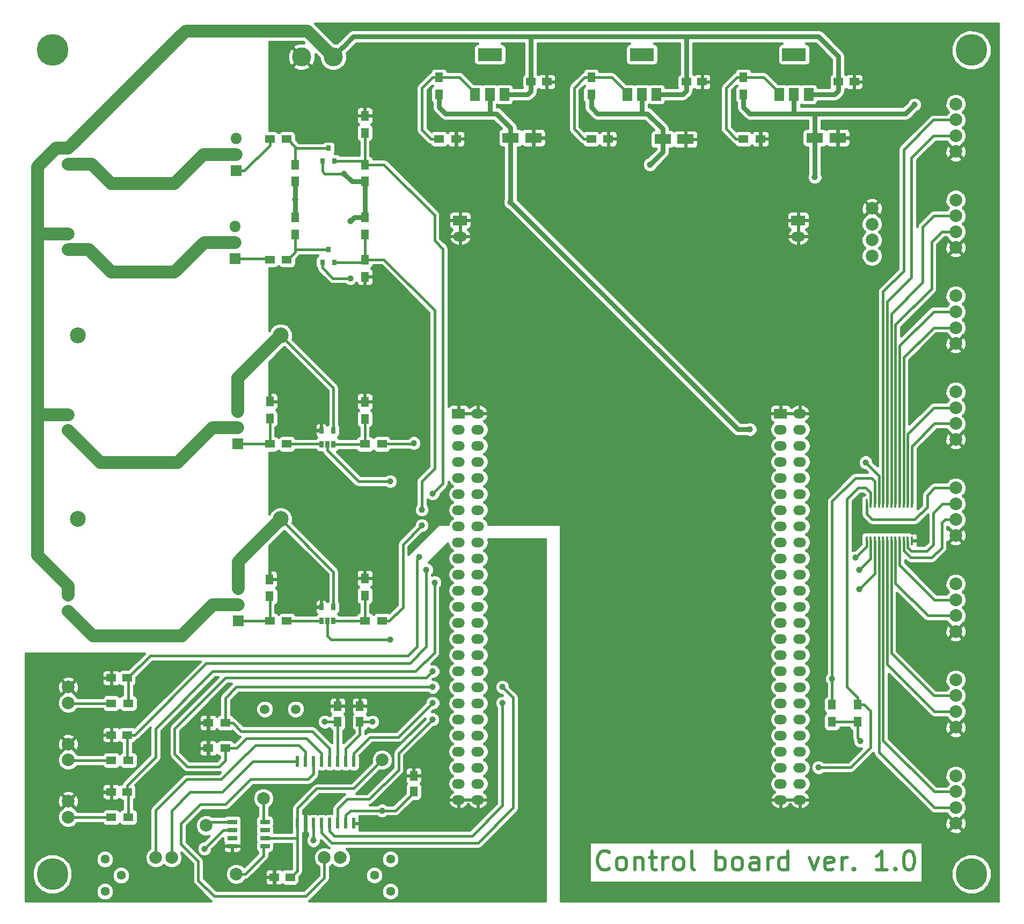
<source format=gbr>
G04 #@! TF.FileFunction,Copper,L1,Top,Signal*
%FSLAX46Y46*%
G04 Gerber Fmt 4.6, Leading zero omitted, Abs format (unit mm)*
G04 Created by KiCad (PCBNEW 4.0.7) date 07/23/18 11:07:22*
%MOMM*%
%LPD*%
G01*
G04 APERTURE LIST*
%ADD10C,0.400000*%
%ADD11C,0.500000*%
%ADD12R,1.800000X1.800000*%
%ADD13O,1.800000X1.800000*%
%ADD14C,3.000000*%
%ADD15R,1.500000X1.250000*%
%ADD16R,2.600000X1.600000*%
%ADD17R,1.250000X1.500000*%
%ADD18C,2.000000*%
%ADD19R,0.800000X0.900000*%
%ADD20R,1.300000X1.500000*%
%ADD21R,1.500000X1.300000*%
%ADD22C,1.440000*%
%ADD23R,0.650000X1.060000*%
%ADD24R,3.800000X2.000000*%
%ADD25R,1.500000X2.000000*%
%ADD26C,1.500000*%
%ADD27C,2.500000*%
%ADD28R,0.400000X1.350000*%
%ADD29C,5.000000*%
%ADD30R,0.510000X1.700000*%
%ADD31R,1.500000X0.760000*%
%ADD32R,2.200000X1.500000*%
%ADD33O,2.200000X1.500000*%
%ADD34O,2.000000X1.500000*%
%ADD35R,2.000000X1.500000*%
%ADD36C,1.000000*%
%ADD37C,0.800000*%
%ADD38C,2.000000*%
G04 APERTURE END LIST*
D10*
D11*
X159857142Y-155071429D02*
X159714285Y-155214286D01*
X159285714Y-155357143D01*
X159000000Y-155357143D01*
X158571428Y-155214286D01*
X158285714Y-154928571D01*
X158142857Y-154642857D01*
X158000000Y-154071429D01*
X158000000Y-153642857D01*
X158142857Y-153071429D01*
X158285714Y-152785714D01*
X158571428Y-152500000D01*
X159000000Y-152357143D01*
X159285714Y-152357143D01*
X159714285Y-152500000D01*
X159857142Y-152642857D01*
X161571428Y-155357143D02*
X161285714Y-155214286D01*
X161142857Y-155071429D01*
X161000000Y-154785714D01*
X161000000Y-153928571D01*
X161142857Y-153642857D01*
X161285714Y-153500000D01*
X161571428Y-153357143D01*
X162000000Y-153357143D01*
X162285714Y-153500000D01*
X162428571Y-153642857D01*
X162571428Y-153928571D01*
X162571428Y-154785714D01*
X162428571Y-155071429D01*
X162285714Y-155214286D01*
X162000000Y-155357143D01*
X161571428Y-155357143D01*
X163857143Y-153357143D02*
X163857143Y-155357143D01*
X163857143Y-153642857D02*
X164000000Y-153500000D01*
X164285714Y-153357143D01*
X164714286Y-153357143D01*
X165000000Y-153500000D01*
X165142857Y-153785714D01*
X165142857Y-155357143D01*
X166142857Y-153357143D02*
X167285714Y-153357143D01*
X166571429Y-152357143D02*
X166571429Y-154928571D01*
X166714286Y-155214286D01*
X167000000Y-155357143D01*
X167285714Y-155357143D01*
X168285715Y-155357143D02*
X168285715Y-153357143D01*
X168285715Y-153928571D02*
X168428572Y-153642857D01*
X168571429Y-153500000D01*
X168857143Y-153357143D01*
X169142858Y-153357143D01*
X170571429Y-155357143D02*
X170285715Y-155214286D01*
X170142858Y-155071429D01*
X170000001Y-154785714D01*
X170000001Y-153928571D01*
X170142858Y-153642857D01*
X170285715Y-153500000D01*
X170571429Y-153357143D01*
X171000001Y-153357143D01*
X171285715Y-153500000D01*
X171428572Y-153642857D01*
X171571429Y-153928571D01*
X171571429Y-154785714D01*
X171428572Y-155071429D01*
X171285715Y-155214286D01*
X171000001Y-155357143D01*
X170571429Y-155357143D01*
X173285715Y-155357143D02*
X173000001Y-155214286D01*
X172857144Y-154928571D01*
X172857144Y-152357143D01*
X176714287Y-155357143D02*
X176714287Y-152357143D01*
X176714287Y-153500000D02*
X177000001Y-153357143D01*
X177571430Y-153357143D01*
X177857144Y-153500000D01*
X178000001Y-153642857D01*
X178142858Y-153928571D01*
X178142858Y-154785714D01*
X178000001Y-155071429D01*
X177857144Y-155214286D01*
X177571430Y-155357143D01*
X177000001Y-155357143D01*
X176714287Y-155214286D01*
X179857144Y-155357143D02*
X179571430Y-155214286D01*
X179428573Y-155071429D01*
X179285716Y-154785714D01*
X179285716Y-153928571D01*
X179428573Y-153642857D01*
X179571430Y-153500000D01*
X179857144Y-153357143D01*
X180285716Y-153357143D01*
X180571430Y-153500000D01*
X180714287Y-153642857D01*
X180857144Y-153928571D01*
X180857144Y-154785714D01*
X180714287Y-155071429D01*
X180571430Y-155214286D01*
X180285716Y-155357143D01*
X179857144Y-155357143D01*
X183428573Y-155357143D02*
X183428573Y-153785714D01*
X183285716Y-153500000D01*
X183000002Y-153357143D01*
X182428573Y-153357143D01*
X182142859Y-153500000D01*
X183428573Y-155214286D02*
X183142859Y-155357143D01*
X182428573Y-155357143D01*
X182142859Y-155214286D01*
X182000002Y-154928571D01*
X182000002Y-154642857D01*
X182142859Y-154357143D01*
X182428573Y-154214286D01*
X183142859Y-154214286D01*
X183428573Y-154071429D01*
X184857145Y-155357143D02*
X184857145Y-153357143D01*
X184857145Y-153928571D02*
X185000002Y-153642857D01*
X185142859Y-153500000D01*
X185428573Y-153357143D01*
X185714288Y-153357143D01*
X188000002Y-155357143D02*
X188000002Y-152357143D01*
X188000002Y-155214286D02*
X187714288Y-155357143D01*
X187142859Y-155357143D01*
X186857145Y-155214286D01*
X186714288Y-155071429D01*
X186571431Y-154785714D01*
X186571431Y-153928571D01*
X186714288Y-153642857D01*
X186857145Y-153500000D01*
X187142859Y-153357143D01*
X187714288Y-153357143D01*
X188000002Y-153500000D01*
X191428573Y-153357143D02*
X192142859Y-155357143D01*
X192857145Y-153357143D01*
X195142859Y-155214286D02*
X194857145Y-155357143D01*
X194285716Y-155357143D01*
X194000002Y-155214286D01*
X193857145Y-154928571D01*
X193857145Y-153785714D01*
X194000002Y-153500000D01*
X194285716Y-153357143D01*
X194857145Y-153357143D01*
X195142859Y-153500000D01*
X195285716Y-153785714D01*
X195285716Y-154071429D01*
X193857145Y-154357143D01*
X196571431Y-155357143D02*
X196571431Y-153357143D01*
X196571431Y-153928571D02*
X196714288Y-153642857D01*
X196857145Y-153500000D01*
X197142859Y-153357143D01*
X197428574Y-153357143D01*
X198428574Y-155071429D02*
X198571431Y-155214286D01*
X198428574Y-155357143D01*
X198285717Y-155214286D01*
X198428574Y-155071429D01*
X198428574Y-155357143D01*
X203714287Y-155357143D02*
X202000002Y-155357143D01*
X202857144Y-155357143D02*
X202857144Y-152357143D01*
X202571430Y-152785714D01*
X202285716Y-153071429D01*
X202000002Y-153214286D01*
X205000002Y-155071429D02*
X205142859Y-155214286D01*
X205000002Y-155357143D01*
X204857145Y-155214286D01*
X205000002Y-155071429D01*
X205000002Y-155357143D01*
X207000001Y-152357143D02*
X207285716Y-152357143D01*
X207571430Y-152500000D01*
X207714287Y-152642857D01*
X207857144Y-152928571D01*
X208000001Y-153500000D01*
X208000001Y-154214286D01*
X207857144Y-154785714D01*
X207714287Y-155071429D01*
X207571430Y-155214286D01*
X207285716Y-155357143D01*
X207000001Y-155357143D01*
X206714287Y-155214286D01*
X206571430Y-155071429D01*
X206428573Y-154785714D01*
X206285716Y-154214286D01*
X206285716Y-153500000D01*
X206428573Y-152928571D01*
X206571430Y-152642857D01*
X206714287Y-152500000D01*
X207000001Y-152357143D01*
D12*
X101280000Y-88150000D03*
D13*
X101280000Y-85610000D03*
X101280000Y-83070000D03*
D12*
X101290000Y-116030000D03*
D13*
X101290000Y-113490000D03*
X101290000Y-110950000D03*
D14*
X116290000Y-27050000D03*
X111290000Y-27050000D03*
D15*
X147500000Y-31000000D03*
X150000000Y-31000000D03*
D16*
X144290000Y-39848000D03*
X147890000Y-39848000D03*
D15*
X196000000Y-31000000D03*
X198500000Y-31000000D03*
D16*
X192290000Y-39848000D03*
X195890000Y-39848000D03*
D15*
X172000000Y-31000000D03*
X174500000Y-31000000D03*
D16*
X168290000Y-40050000D03*
X171890000Y-40050000D03*
D15*
X83790000Y-125050000D03*
X81290000Y-125050000D03*
X83790000Y-134050000D03*
X81290000Y-134050000D03*
X83790000Y-143050000D03*
X81290000Y-143050000D03*
D17*
X120500000Y-132000000D03*
X120500000Y-129500000D03*
X117000000Y-132000000D03*
X117000000Y-129500000D03*
D15*
X109500000Y-156500000D03*
X107000000Y-156500000D03*
D17*
X129000000Y-143000000D03*
X129000000Y-140500000D03*
D18*
X124000000Y-138000000D03*
X101000000Y-156000000D03*
X105290000Y-144050000D03*
X96290000Y-148350000D03*
D19*
X114600000Y-43500000D03*
X116500000Y-43500000D03*
X115550000Y-41500000D03*
X114600000Y-59500000D03*
X116500000Y-59500000D03*
X115550000Y-57500000D03*
D12*
X100950000Y-45050000D03*
D13*
X100950000Y-42510000D03*
X100950000Y-39970000D03*
D12*
X100860000Y-58914000D03*
D13*
X100860000Y-56374000D03*
X100860000Y-53834000D03*
D20*
X121290000Y-44050000D03*
X121290000Y-46750000D03*
X121290000Y-36350000D03*
X121290000Y-39050000D03*
X121290000Y-55050000D03*
X121290000Y-52350000D03*
X121290000Y-61750000D03*
X121290000Y-59050000D03*
X110290000Y-44050000D03*
X110290000Y-46750000D03*
X110290000Y-55050000D03*
X110290000Y-52350000D03*
D21*
X106290000Y-40050000D03*
X108990000Y-40050000D03*
X106290000Y-59050000D03*
X108990000Y-59050000D03*
D20*
X121290000Y-81476000D03*
X121290000Y-84176000D03*
X121290000Y-109350000D03*
X121290000Y-112050000D03*
D21*
X106290000Y-88150000D03*
X108990000Y-88150000D03*
X106290000Y-116050000D03*
X108990000Y-116050000D03*
D20*
X106290000Y-84150000D03*
X106290000Y-81450000D03*
X106274000Y-112192000D03*
X106274000Y-109492000D03*
X157000000Y-33000000D03*
X157000000Y-30300000D03*
D21*
X83990000Y-129050000D03*
X81290000Y-129050000D03*
X83990000Y-138050000D03*
X81290000Y-138050000D03*
X83990000Y-147050000D03*
X81290000Y-147050000D03*
D20*
X195000000Y-132000000D03*
X195000000Y-129300000D03*
X199000000Y-132000000D03*
X199000000Y-129300000D03*
D21*
X99290000Y-132150000D03*
X96590000Y-132150000D03*
X99290000Y-136150000D03*
X96590000Y-136150000D03*
D22*
X125340000Y-158740000D03*
X122800000Y-156200000D03*
X125340000Y-153660000D03*
X80290000Y-153670000D03*
X82830000Y-156210000D03*
X80290000Y-158750000D03*
D23*
X114440000Y-88200000D03*
X115390000Y-88200000D03*
X116340000Y-88200000D03*
X116340000Y-86000000D03*
X114440000Y-86000000D03*
X114440000Y-116050000D03*
X115390000Y-116050000D03*
X116340000Y-116050000D03*
X116340000Y-113850000D03*
X114440000Y-113850000D03*
D24*
X141000000Y-26700000D03*
D25*
X141000000Y-33000000D03*
X143300000Y-33000000D03*
X138700000Y-33000000D03*
D24*
X189000000Y-26700000D03*
D25*
X189000000Y-33000000D03*
X191300000Y-33000000D03*
X186700000Y-33000000D03*
D24*
X165000000Y-26700000D03*
D25*
X165000000Y-33000000D03*
X167300000Y-33000000D03*
X162700000Y-33000000D03*
D26*
X110380000Y-130000000D03*
X105500000Y-130000000D03*
D21*
X121290000Y-88150000D03*
X123990000Y-88150000D03*
X121290000Y-116050000D03*
X123990000Y-116050000D03*
D20*
X133000000Y-33000000D03*
X133000000Y-30300000D03*
X181000000Y-33000000D03*
X181000000Y-30300000D03*
D27*
X108000000Y-71000000D03*
X76000000Y-71000000D03*
X108000000Y-100000000D03*
X76000000Y-100000000D03*
D18*
X201290000Y-58450000D03*
X201290000Y-55950000D03*
X201290000Y-53450000D03*
X201290000Y-50950000D03*
D28*
X200440000Y-97550000D03*
X200440000Y-103400000D03*
X201090000Y-97550000D03*
X201090000Y-103400000D03*
X201740000Y-97550000D03*
X201740000Y-103400000D03*
X202390000Y-97550000D03*
X202390000Y-103400000D03*
X203040000Y-97550000D03*
X203040000Y-103400000D03*
X203690000Y-97550000D03*
X203690000Y-103400000D03*
X204340000Y-97550000D03*
X204340000Y-103400000D03*
X204990000Y-97550000D03*
X204990000Y-103400000D03*
X205640000Y-97550000D03*
X205640000Y-103400000D03*
X206290000Y-97550000D03*
X206290000Y-103400000D03*
X206940000Y-97550000D03*
X206940000Y-103400000D03*
X207590000Y-97550000D03*
X207590000Y-103400000D03*
D29*
X72000000Y-26000000D03*
X217000000Y-26000000D03*
X217000000Y-156000000D03*
X72000000Y-156000000D03*
D30*
X119540000Y-148000000D03*
X119540000Y-138250000D03*
X118270000Y-148000000D03*
X118270000Y-138250000D03*
X117000000Y-148000000D03*
X117000000Y-138250000D03*
X115730000Y-148000000D03*
X115730000Y-138250000D03*
X114460000Y-148000000D03*
X114460000Y-138250000D03*
X113190000Y-148000000D03*
X113190000Y-138250000D03*
X111920000Y-148000000D03*
X111920000Y-138250000D03*
X110650000Y-148000000D03*
X110650000Y-138250000D03*
D31*
X105520000Y-147785000D03*
X100380000Y-147785000D03*
X105520000Y-149055000D03*
X100380000Y-149055000D03*
X105520000Y-150325000D03*
X100380000Y-150325000D03*
X105520000Y-151595000D03*
X100380000Y-151595000D03*
D18*
X214500000Y-140499999D03*
X214500000Y-142999999D03*
X214500000Y-145499999D03*
X214500000Y-147999999D03*
X214500000Y-125357142D03*
X214500000Y-127857142D03*
X214500000Y-130357142D03*
X214500000Y-132857142D03*
X214500000Y-110214285D03*
X214500000Y-112714285D03*
X214500000Y-115214285D03*
X214500000Y-117714285D03*
X214500000Y-95071428D03*
X214500000Y-97571428D03*
X214500000Y-100071428D03*
X214500000Y-102571428D03*
X214500000Y-79928571D03*
X214500000Y-82428571D03*
X214500000Y-84928571D03*
X214500000Y-87428571D03*
X214500000Y-64785714D03*
X214500000Y-67285714D03*
X214500000Y-69785714D03*
X214500000Y-72285714D03*
X214500000Y-49642857D03*
X214500000Y-52142857D03*
X214500000Y-54642857D03*
X214500000Y-57142857D03*
X214500000Y-34500000D03*
X214500000Y-37000000D03*
X214500000Y-39500000D03*
X214500000Y-42000000D03*
X74500000Y-44000000D03*
X74500000Y-41500000D03*
X74500000Y-57500000D03*
X74500000Y-55000000D03*
X74500000Y-86000000D03*
X74500000Y-83500000D03*
X74500000Y-114500000D03*
X74500000Y-112000000D03*
X74500000Y-129000000D03*
X74500000Y-126500000D03*
X74500000Y-138000000D03*
X74500000Y-135500000D03*
X74500000Y-147000000D03*
X74500000Y-144500000D03*
X117400000Y-153400000D03*
X114900000Y-153400000D03*
X90800000Y-153400000D03*
X88300000Y-153400000D03*
D21*
X133000000Y-40000000D03*
X135700000Y-40000000D03*
X181000000Y-40000000D03*
X183700000Y-40000000D03*
X157000000Y-40000000D03*
X159700000Y-40000000D03*
D32*
X189670000Y-52850000D03*
D33*
X189670000Y-55390000D03*
D34*
X186880000Y-144290000D03*
X186880000Y-141750000D03*
X186880000Y-139210000D03*
X186880000Y-136670000D03*
X186880000Y-134130000D03*
X186880000Y-131590000D03*
X186880000Y-129050000D03*
X186880000Y-126510000D03*
X186880000Y-123970000D03*
X186880000Y-121430000D03*
X186880000Y-118890000D03*
X186880000Y-116350000D03*
X186880000Y-113810000D03*
X186880000Y-111270000D03*
X186880000Y-108730000D03*
X186880000Y-106190000D03*
X186880000Y-103650000D03*
X186880000Y-101110000D03*
X186880000Y-98570000D03*
X186880000Y-96030000D03*
X186880000Y-93490000D03*
X186880000Y-90950000D03*
X186880000Y-88410000D03*
X186880000Y-85870000D03*
D35*
X186880000Y-83330000D03*
D34*
X189920000Y-83330000D03*
X189920000Y-85870000D03*
X189920000Y-88410000D03*
X189920000Y-90950000D03*
X189920000Y-93490000D03*
X189920000Y-96030000D03*
X189920000Y-98570000D03*
X189920000Y-101110000D03*
X189920000Y-103650000D03*
X189920000Y-106190000D03*
X189920000Y-108730000D03*
X189920000Y-111270000D03*
X189920000Y-113810000D03*
X189920000Y-116350000D03*
X189920000Y-118890000D03*
X189920000Y-121430000D03*
X189920000Y-123970000D03*
X189920000Y-126510000D03*
X189920000Y-129050000D03*
X189920000Y-131590000D03*
X189920000Y-134130000D03*
X189920000Y-136670000D03*
X189920000Y-139210000D03*
X189920000Y-141750000D03*
X189920000Y-144290000D03*
X139120000Y-144290000D03*
X139120000Y-141750000D03*
X139120000Y-139210000D03*
X139120000Y-136670000D03*
X139120000Y-134130000D03*
X139120000Y-131590000D03*
X139120000Y-129050000D03*
X139120000Y-126510000D03*
X139120000Y-123970000D03*
X139120000Y-121430000D03*
X139120000Y-118890000D03*
X139120000Y-116350000D03*
X139120000Y-113810000D03*
X139120000Y-111270000D03*
X139120000Y-108730000D03*
X139120000Y-106190000D03*
X139120000Y-103650000D03*
X139120000Y-101110000D03*
X139120000Y-98570000D03*
X139120000Y-96030000D03*
X139120000Y-93490000D03*
X139120000Y-90950000D03*
X139120000Y-88410000D03*
X139120000Y-85870000D03*
X139120000Y-83330000D03*
D35*
X136080000Y-83330000D03*
D34*
X136080000Y-85870000D03*
X136080000Y-88410000D03*
X136080000Y-90950000D03*
X136080000Y-93490000D03*
X136080000Y-96030000D03*
X136080000Y-98570000D03*
X136080000Y-101110000D03*
X136080000Y-103650000D03*
X136080000Y-106190000D03*
X136080000Y-108730000D03*
X136080000Y-111270000D03*
X136080000Y-113810000D03*
X136080000Y-116350000D03*
X136080000Y-118890000D03*
X136080000Y-121430000D03*
X136080000Y-123970000D03*
X136080000Y-126510000D03*
X136080000Y-129050000D03*
X136080000Y-131590000D03*
X136080000Y-134130000D03*
X136080000Y-136670000D03*
X136080000Y-139210000D03*
X136080000Y-141750000D03*
X136080000Y-144290000D03*
D33*
X136330000Y-55390000D03*
D32*
X136330000Y-52850000D03*
D36*
X135960000Y-156160000D03*
X194000000Y-76000000D03*
X102000000Y-145500000D03*
X104500000Y-156500000D03*
X124000000Y-129500000D03*
X113500000Y-98500000D03*
X113500000Y-69500000D03*
X111000000Y-81400000D03*
X122500000Y-98500000D03*
X125500000Y-69500000D03*
X127000000Y-148000000D03*
X209600000Y-101400000D03*
X111000000Y-109500000D03*
X94000000Y-134000000D03*
X144290000Y-49990000D03*
X182046000Y-85854000D03*
X110290000Y-49550000D03*
X199480000Y-135010000D03*
X119000000Y-62000000D03*
X119000000Y-53000000D03*
X96000000Y-152000000D03*
X208000000Y-34600000D03*
X124000000Y-146000000D03*
X118000000Y-45500000D03*
X192290000Y-46050000D03*
X125290000Y-119050000D03*
X125290000Y-94050000D03*
X166290000Y-44050000D03*
X129900000Y-106000000D03*
X131000000Y-108000000D03*
X132300000Y-110000000D03*
X122500000Y-132000000D03*
X115000000Y-132000000D03*
X195000000Y-125170000D03*
X198690000Y-106050000D03*
X199290000Y-108050000D03*
X199290000Y-111050000D03*
X200290000Y-91050000D03*
X192890000Y-139190000D03*
X143000000Y-129000000D03*
X143000000Y-126500000D03*
X129000000Y-88000000D03*
X132000000Y-96000000D03*
X130300000Y-98500000D03*
X130300000Y-101000000D03*
X132000000Y-124000000D03*
X132000000Y-126500000D03*
X132000000Y-129000000D03*
X131990000Y-131600000D03*
X113190000Y-150710000D03*
D37*
X147500000Y-31000000D02*
X147500000Y-23978000D01*
X147500000Y-23978000D02*
X147400000Y-23878000D01*
X140288400Y-23878000D02*
X147400000Y-23878000D01*
X147400000Y-23878000D02*
X172000000Y-23878000D01*
X116290000Y-27050000D02*
X117789999Y-25550001D01*
X117789999Y-25550001D02*
X117813799Y-25550001D01*
X117813799Y-25550001D02*
X119485800Y-23878000D01*
X119485800Y-23878000D02*
X140288400Y-23878000D01*
X147000000Y-33000000D02*
X147500000Y-32500000D01*
X147500000Y-32500000D02*
X147500000Y-31000000D01*
X143300000Y-33000000D02*
X147000000Y-33000000D01*
X167300000Y-33000000D02*
X171425000Y-33000000D01*
X171425000Y-33000000D02*
X172000000Y-32425000D01*
X172000000Y-32425000D02*
X172000000Y-31000000D01*
X172000000Y-23878000D02*
X182300000Y-23878000D01*
X172000000Y-23878000D02*
X172000000Y-31000000D01*
X191300000Y-33000000D02*
X195425000Y-33000000D01*
X195425000Y-33000000D02*
X196000000Y-32425000D01*
X196000000Y-32425000D02*
X196000000Y-31000000D01*
X182300000Y-23878000D02*
X192878000Y-23878000D01*
X196000000Y-27000000D02*
X196000000Y-31000000D01*
X192878000Y-23878000D02*
X196000000Y-27000000D01*
D38*
X74500000Y-112000000D02*
X74500000Y-110585787D01*
X74500000Y-110585787D02*
X69635787Y-105721574D01*
X69635787Y-105721574D02*
X69635787Y-83500000D01*
X74500000Y-83500000D02*
X73085787Y-83500000D01*
X73085787Y-83500000D02*
X69635787Y-83500000D01*
X69685787Y-55050000D02*
X69735787Y-55000000D01*
X69735787Y-55000000D02*
X74500000Y-55000000D01*
X74500000Y-41500000D02*
X72535787Y-41500000D01*
X69635787Y-44400000D02*
X69635787Y-55000000D01*
X72535787Y-41500000D02*
X69635787Y-44400000D01*
X116290000Y-27050000D02*
X112240000Y-23000000D01*
X112240000Y-23000000D02*
X93000000Y-23000000D01*
X93000000Y-23000000D02*
X74500000Y-41500000D01*
D37*
X182290000Y-23888000D02*
X182300000Y-23878000D01*
D38*
X69635787Y-55000000D02*
X69635787Y-83500000D01*
X69685787Y-55050000D02*
X69635787Y-55000000D01*
D10*
X103000000Y-150500000D02*
X102000000Y-149500000D01*
X102000000Y-149500000D02*
X102000000Y-145500000D01*
X101905000Y-151595000D02*
X103000000Y-150500000D01*
X100380000Y-151595000D02*
X101905000Y-151595000D01*
X107000000Y-156500000D02*
X104500000Y-156500000D01*
X120500000Y-129500000D02*
X124000000Y-129500000D01*
X117000000Y-129500000D02*
X120500000Y-129500000D01*
X122500000Y-98500000D02*
X113500000Y-98500000D01*
X125500000Y-69500000D02*
X121290000Y-73710000D01*
X121290000Y-73710000D02*
X121290000Y-81476000D01*
X125500000Y-69500000D02*
X113500000Y-69500000D01*
X106290000Y-81450000D02*
X110950000Y-81450000D01*
X110950000Y-81450000D02*
X111000000Y-81400000D01*
X121290000Y-109350000D02*
X121290000Y-99710000D01*
X121290000Y-99710000D02*
X122500000Y-98500000D01*
X94000000Y-134000000D02*
X94000000Y-132900000D01*
X94000000Y-132900000D02*
X94750000Y-132150000D01*
X94750000Y-132150000D02*
X96590000Y-132150000D01*
X121290000Y-81376000D02*
X121300000Y-81366000D01*
X119540000Y-148000000D02*
X127000000Y-148000000D01*
X208700000Y-103400000D02*
X209600000Y-102500000D01*
X209600000Y-102500000D02*
X209600000Y-101400000D01*
X208600000Y-103400000D02*
X208700000Y-103400000D01*
X207590000Y-103400000D02*
X208600000Y-103400000D01*
X207590000Y-103400000D02*
X207600000Y-103400000D01*
X111000000Y-109500000D02*
X110516000Y-109500000D01*
X110516000Y-109500000D02*
X110508000Y-109492000D01*
X106274000Y-109492000D02*
X110508000Y-109492000D01*
X114440000Y-86000000D02*
X114440000Y-85795000D01*
X114440000Y-113645000D02*
X114440000Y-113850000D01*
D37*
X142042000Y-36000000D02*
X141000000Y-36000000D01*
X141000000Y-36000000D02*
X134000000Y-36000000D01*
X141000000Y-33000000D02*
X141000000Y-36000000D01*
X144290000Y-39848000D02*
X144290000Y-38248000D01*
X144290000Y-38248000D02*
X142042000Y-36000000D01*
X134000000Y-36000000D02*
X133000000Y-35000000D01*
X133000000Y-35000000D02*
X133000000Y-33000000D01*
X180154000Y-85854000D02*
X144290000Y-49990000D01*
X144290000Y-49990000D02*
X144290000Y-39848000D01*
X182046000Y-85854000D02*
X180154000Y-85854000D01*
X144290000Y-39848000D02*
X144290000Y-42950000D01*
X110290000Y-52350000D02*
X110290000Y-49550000D01*
X110290000Y-49550000D02*
X110290000Y-46750000D01*
D10*
X118270000Y-146730000D02*
X119000000Y-146000000D01*
X199000000Y-132000000D02*
X199000000Y-134530000D01*
X199000000Y-134530000D02*
X199480000Y-135010000D01*
X195000000Y-132000000D02*
X196050000Y-132000000D01*
X196050000Y-132000000D02*
X199000000Y-132000000D01*
X116250000Y-62000000D02*
X119000000Y-62000000D01*
X114600000Y-59500000D02*
X114600000Y-60350000D01*
X114600000Y-60350000D02*
X116250000Y-62000000D01*
D37*
X119950000Y-52350000D02*
X119650000Y-52350000D01*
X119650000Y-52350000D02*
X119000000Y-53000000D01*
D10*
X118000000Y-45500000D02*
X115000000Y-45500000D01*
X115000000Y-45500000D02*
X114600000Y-45100000D01*
X114600000Y-45100000D02*
X114600000Y-43500000D01*
D37*
X192000000Y-36000000D02*
X189000000Y-36000000D01*
X206600000Y-36000000D02*
X192000000Y-36000000D01*
X192000000Y-36000000D02*
X192290000Y-36290000D01*
X192290000Y-36290000D02*
X192290000Y-39848000D01*
X189000000Y-36000000D02*
X182000000Y-36000000D01*
X189000000Y-33000000D02*
X189000000Y-36000000D01*
X208000000Y-34600000D02*
X206600000Y-36000000D01*
X182000000Y-36000000D02*
X181000000Y-35000000D01*
X181000000Y-35000000D02*
X181000000Y-33000000D01*
D10*
X129000000Y-143125000D02*
X126125000Y-146000000D01*
X129000000Y-143000000D02*
X129000000Y-143125000D01*
X126125000Y-146000000D02*
X124707106Y-146000000D01*
X124707106Y-146000000D02*
X124000000Y-146000000D01*
X96000000Y-152000000D02*
X98950000Y-149050000D01*
X98950000Y-149050000D02*
X99320000Y-149050000D01*
X200440000Y-97550000D02*
X200440000Y-99168000D01*
X200440000Y-99168000D02*
X201350000Y-100078000D01*
X210000000Y-98100000D02*
X210000000Y-96200000D01*
X201350000Y-100078000D02*
X208022000Y-100078000D01*
X208022000Y-100078000D02*
X210000000Y-98100000D01*
X210000000Y-96200000D02*
X211128572Y-95071428D01*
X211128572Y-95071428D02*
X214500000Y-95071428D01*
D37*
X121290000Y-52350000D02*
X119950000Y-52350000D01*
D10*
X124000000Y-146000000D02*
X119000000Y-146000000D01*
X118270000Y-146730000D02*
X118270000Y-148000000D01*
D37*
X121290000Y-46750000D02*
X119250000Y-46750000D01*
X119250000Y-46750000D02*
X118000000Y-45500000D01*
D10*
X100610000Y-149050000D02*
X99320000Y-149050000D01*
D37*
X121290000Y-52350000D02*
X121290000Y-46750000D01*
X192290000Y-39848000D02*
X192290000Y-46050000D01*
X165840000Y-36000000D02*
X165000000Y-36000000D01*
X165000000Y-36000000D02*
X158000000Y-36000000D01*
X165000000Y-33000000D02*
X165000000Y-36000000D01*
X168290000Y-40050000D02*
X168290000Y-38450000D01*
X168290000Y-38450000D02*
X165840000Y-36000000D01*
X158000000Y-36000000D02*
X157000000Y-35000000D01*
X157000000Y-35000000D02*
X157000000Y-33000000D01*
D10*
X120290000Y-94050000D02*
X125290000Y-94050000D01*
X120290000Y-119050000D02*
X125290000Y-119050000D01*
X115390000Y-116050000D02*
X115390000Y-118450000D01*
X115390000Y-118450000D02*
X115990000Y-119050000D01*
X115990000Y-119050000D02*
X120290000Y-119050000D01*
X115390000Y-88200000D02*
X115390000Y-89150000D01*
X115390000Y-89150000D02*
X120290000Y-94050000D01*
D37*
X168290000Y-40050000D02*
X168290000Y-42050000D01*
X168290000Y-42050000D02*
X166290000Y-44050000D01*
D10*
X129490000Y-110470000D02*
X129490000Y-106410000D01*
X129490000Y-106410000D02*
X129900000Y-106000000D01*
X87415000Y-121550000D02*
X83915000Y-125050000D01*
X129490000Y-110470000D02*
X129490000Y-120150000D01*
X129490000Y-120150000D02*
X128090000Y-121550000D01*
X128090000Y-121550000D02*
X87415000Y-121550000D01*
X83915000Y-125050000D02*
X83790000Y-125050000D01*
X83990000Y-129050000D02*
X83990000Y-125250000D01*
X83990000Y-125250000D02*
X83790000Y-125050000D01*
X130990000Y-111510000D02*
X130990000Y-108010000D01*
X130990000Y-108010000D02*
X131000000Y-108000000D01*
X130990000Y-111510000D02*
X130990000Y-120150000D01*
X130990000Y-120150000D02*
X128390000Y-122750000D01*
X84990000Y-134050000D02*
X83790000Y-134050000D01*
X128390000Y-122750000D02*
X96290000Y-122750000D01*
X96290000Y-122750000D02*
X84990000Y-134050000D01*
X83790000Y-134050000D02*
X83790000Y-137850000D01*
X83790000Y-137850000D02*
X83990000Y-138050000D01*
X132290000Y-112750000D02*
X132290000Y-110010000D01*
X132290000Y-110010000D02*
X132300000Y-110000000D01*
X132290000Y-112750000D02*
X132290000Y-121050000D01*
X129290000Y-124050000D02*
X97290000Y-124050000D01*
X132290000Y-121050000D02*
X129290000Y-124050000D01*
X97290000Y-124050000D02*
X88290000Y-133050000D01*
X88290000Y-133050000D02*
X88290000Y-137525000D01*
X88290000Y-137525000D02*
X83790000Y-142025000D01*
X83790000Y-142025000D02*
X83790000Y-143050000D01*
X83990000Y-142850000D02*
X83790000Y-143050000D01*
X83990000Y-147050000D02*
X83990000Y-143250000D01*
X83990000Y-143250000D02*
X83790000Y-143050000D01*
X120500000Y-132000000D02*
X122500000Y-132000000D01*
X118270000Y-136230000D02*
X120500000Y-134000000D01*
X120500000Y-134000000D02*
X120500000Y-132000000D01*
X118270000Y-138250000D02*
X118270000Y-136230000D01*
X117000000Y-132000000D02*
X115000000Y-132000000D01*
X117000000Y-138250000D02*
X117000000Y-132000000D01*
X113710000Y-142510000D02*
X119490000Y-142510000D01*
X119490000Y-142510000D02*
X120700000Y-141300000D01*
X110650000Y-145570000D02*
X113710000Y-142510000D01*
X110650000Y-148000000D02*
X110650000Y-145570000D01*
X110650000Y-148000000D02*
X110650000Y-150500000D01*
X110650000Y-150500000D02*
X110650000Y-155475000D01*
X105520000Y-150325000D02*
X110475000Y-150325000D01*
X110475000Y-150325000D02*
X110650000Y-150500000D01*
X110650000Y-155475000D02*
X109625000Y-156500000D01*
X109625000Y-156500000D02*
X109500000Y-156500000D01*
X120700000Y-141300000D02*
X124000000Y-138000000D01*
X110650000Y-148000000D02*
X110650000Y-147405000D01*
X110650000Y-148595000D02*
X110650000Y-148000000D01*
X195000000Y-97190000D02*
X195000000Y-125170000D01*
X195000000Y-125170000D02*
X195000000Y-127340000D01*
X195000000Y-129300000D02*
X195000000Y-127340000D01*
X201740000Y-97550000D02*
X201740000Y-94000000D01*
X201740000Y-94000000D02*
X201240000Y-93500000D01*
X201240000Y-93500000D02*
X198690000Y-93500000D01*
X198690000Y-93500000D02*
X195000000Y-97190000D01*
X200440000Y-103400000D02*
X200440000Y-104300000D01*
X200440000Y-104300000D02*
X198690000Y-106050000D01*
X201090000Y-103400000D02*
X201090000Y-106250000D01*
X201090000Y-106250000D02*
X199290000Y-108050000D01*
X201740000Y-103400000D02*
X201740000Y-108600000D01*
X201740000Y-108600000D02*
X199290000Y-111050000D01*
X202390000Y-97550000D02*
X202390000Y-93150000D01*
X202390000Y-93150000D02*
X202340010Y-93100010D01*
X202340010Y-93100010D02*
X200290000Y-91050000D01*
X189666000Y-139194000D02*
X189810000Y-139050000D01*
X192890000Y-139190000D02*
X197910000Y-139190000D01*
X197910000Y-139190000D02*
X201060000Y-136040000D01*
X201060000Y-136040000D02*
X201060000Y-130310000D01*
X201060000Y-130310000D02*
X200050000Y-129300000D01*
X199000000Y-129300000D02*
X200050000Y-129300000D01*
X200050000Y-129300000D02*
X200060000Y-129310000D01*
X199000000Y-129400000D02*
X199000000Y-129300000D01*
X197350000Y-96800000D02*
X197350000Y-126500000D01*
X197350000Y-126500000D02*
X199000000Y-128150000D01*
X199000000Y-128150000D02*
X199000000Y-129300000D01*
X201090000Y-97550000D02*
X201090000Y-95850000D01*
X201090000Y-95850000D02*
X200290000Y-95050000D01*
X200290000Y-95050000D02*
X199100000Y-95050000D01*
X199100000Y-95050000D02*
X197350000Y-96800000D01*
X115730000Y-148000000D02*
X115730000Y-149250000D01*
X115730000Y-149250000D02*
X116480000Y-150000000D01*
X116480000Y-150000000D02*
X138210000Y-150000000D01*
X138210000Y-150000000D02*
X143000000Y-145210000D01*
X143000000Y-145210000D02*
X143000000Y-129000000D01*
X139626542Y-126450000D02*
X139582542Y-126494000D01*
X144690000Y-129750000D02*
X144690000Y-128190000D01*
X144690000Y-128190000D02*
X143000000Y-126500000D01*
X114460000Y-148000000D02*
X114460000Y-149460000D01*
X114460000Y-149460000D02*
X116100000Y-151100000D01*
X116100000Y-151100000D02*
X139140000Y-151100000D01*
X144690000Y-145550000D02*
X144690000Y-129750000D01*
X139140000Y-151100000D02*
X144690000Y-145550000D01*
X123990000Y-88150000D02*
X128850000Y-88150000D01*
X128850000Y-88150000D02*
X129000000Y-88000000D01*
X124140000Y-88000000D02*
X123990000Y-88150000D01*
X124090000Y-88050000D02*
X123990000Y-88150000D01*
X136326000Y-96014000D02*
X135614000Y-96014000D01*
X116500000Y-43500000D02*
X120740000Y-43500000D01*
X120740000Y-43500000D02*
X121290000Y-44050000D01*
X133600000Y-94000000D02*
X133600000Y-94400000D01*
X133600000Y-94400000D02*
X132000000Y-96000000D01*
X133600000Y-94000000D02*
X133600000Y-57360000D01*
X133600000Y-57360000D02*
X132290000Y-56050000D01*
X132290000Y-52050000D02*
X124290000Y-44050000D01*
X124290000Y-44050000D02*
X121290000Y-44050000D01*
X132290000Y-56050000D02*
X132290000Y-52050000D01*
X121290000Y-39050000D02*
X121290000Y-40200000D01*
X121290000Y-40200000D02*
X121290000Y-44050000D01*
X136326000Y-98554000D02*
X135794000Y-98554000D01*
X116500000Y-59500000D02*
X120840000Y-59500000D01*
X120840000Y-59500000D02*
X121290000Y-59050000D01*
X132290000Y-92010000D02*
X130300000Y-94000000D01*
X130300000Y-94000000D02*
X130300000Y-98500000D01*
X132290000Y-67050000D02*
X132290000Y-92010000D01*
X132290000Y-67050000D02*
X124290000Y-59050000D01*
X124290000Y-59050000D02*
X121290000Y-59050000D01*
X121290000Y-55050000D02*
X121290000Y-56200000D01*
X121290000Y-56200000D02*
X121290000Y-59050000D01*
X127290000Y-107050000D02*
X127290000Y-104010000D01*
X127290000Y-104010000D02*
X130300000Y-101000000D01*
X127290000Y-113900000D02*
X127290000Y-107050000D01*
X123990000Y-116050000D02*
X125140000Y-116050000D01*
X125140000Y-116050000D02*
X127290000Y-113900000D01*
X99290000Y-136150000D02*
X99290000Y-138050000D01*
X99290000Y-138050000D02*
X98290000Y-139050000D01*
X98290000Y-139050000D02*
X93290000Y-139050000D01*
X130950000Y-125050000D02*
X132000000Y-124000000D01*
X93290000Y-139050000D02*
X91290000Y-137050000D01*
X91290000Y-137050000D02*
X91290000Y-133050000D01*
X91290000Y-133050000D02*
X99290000Y-125050000D01*
X99290000Y-125050000D02*
X130950000Y-125050000D01*
X102600000Y-134600000D02*
X101050000Y-136150000D01*
X101050000Y-136150000D02*
X99290000Y-136150000D01*
X112060000Y-134600000D02*
X102600000Y-134600000D01*
X114460000Y-138250000D02*
X114460000Y-137000000D01*
X114460000Y-137000000D02*
X112060000Y-134600000D01*
X99390000Y-136150000D02*
X99290000Y-136150000D01*
X99190000Y-136150000D02*
X99290000Y-136150000D01*
X99290000Y-132150000D02*
X99290000Y-128210000D01*
X99290000Y-128210000D02*
X101000000Y-126500000D01*
X101000000Y-126500000D02*
X132000000Y-126500000D01*
X131956000Y-126544000D02*
X132000000Y-126500000D01*
X113000000Y-133500000D02*
X101790000Y-133500000D01*
X101790000Y-133500000D02*
X100440000Y-132150000D01*
X100440000Y-132150000D02*
X99290000Y-132150000D01*
X115730000Y-138250000D02*
X115730000Y-136230000D01*
X115730000Y-136230000D02*
X113000000Y-133500000D01*
X119540000Y-138250000D02*
X119540000Y-136960000D01*
X119540000Y-136960000D02*
X122100000Y-134400000D01*
X122100000Y-134400000D02*
X126600000Y-134400000D01*
X126600000Y-134400000D02*
X132000000Y-129000000D01*
X131966000Y-129034000D02*
X132000000Y-129000000D01*
X119540000Y-137655000D02*
X119540000Y-138250000D01*
X121970000Y-144200000D02*
X118490000Y-144200000D01*
X118490000Y-144200000D02*
X117000000Y-145690000D01*
X126620000Y-139550000D02*
X121970000Y-144200000D01*
X126620000Y-136950000D02*
X126620000Y-139550000D01*
X131470001Y-132099999D02*
X126620000Y-136950000D01*
X131990000Y-131600000D02*
X131490001Y-132099999D01*
X131490001Y-132099999D02*
X131470001Y-132099999D01*
X117000000Y-146750000D02*
X117000000Y-145690000D01*
X117000000Y-148000000D02*
X117000000Y-146750000D01*
X101000000Y-156000000D02*
X102414213Y-156000000D01*
X102414213Y-156000000D02*
X105290000Y-153124213D01*
X105290000Y-153124213D02*
X105290000Y-152370000D01*
X105290000Y-151610000D02*
X105290000Y-152370000D01*
X105290000Y-147770000D02*
X105290000Y-144050000D01*
X100610000Y-147770000D02*
X96870000Y-147770000D01*
X96870000Y-147770000D02*
X96290000Y-148350000D01*
X113190000Y-148000000D02*
X113190000Y-150710000D01*
X113190000Y-138250000D02*
X113190000Y-140210000D01*
X112350000Y-141050000D02*
X103290000Y-141050000D01*
X112000000Y-159500000D02*
X114900000Y-156600000D01*
X113190000Y-140210000D02*
X112350000Y-141050000D01*
X103290000Y-141050000D02*
X99290000Y-145050000D01*
X99290000Y-145050000D02*
X95290000Y-145050000D01*
X95290000Y-145050000D02*
X92290000Y-148050000D01*
X92290000Y-148050000D02*
X92290000Y-151290000D01*
X92290000Y-151290000D02*
X95000000Y-154000000D01*
X95000000Y-154000000D02*
X95000000Y-157000000D01*
X114900000Y-156600000D02*
X114900000Y-153400000D01*
X95000000Y-157000000D02*
X97500000Y-159500000D01*
X97500000Y-159500000D02*
X112000000Y-159500000D01*
X90790000Y-148990000D02*
X90800000Y-149000000D01*
X90800000Y-149000000D02*
X90800000Y-153400000D01*
X90790000Y-146000000D02*
X90790000Y-148990000D01*
X110650000Y-138250000D02*
X103590000Y-138250000D01*
X103590000Y-138250000D02*
X98790000Y-143050000D01*
X98790000Y-143050000D02*
X93740000Y-143050000D01*
X93740000Y-143050000D02*
X90790000Y-146000000D01*
X88290000Y-148990000D02*
X88300000Y-149000000D01*
X88300000Y-149000000D02*
X88300000Y-153400000D01*
X88290000Y-145950000D02*
X88290000Y-148990000D01*
X88290000Y-145950000D02*
X93190000Y-141050000D01*
X93190000Y-141050000D02*
X98640000Y-141050000D01*
X102640000Y-137050000D02*
X102650000Y-137050000D01*
X98640000Y-141050000D02*
X102640000Y-137050000D01*
X102650000Y-137050000D02*
X104000000Y-135700000D01*
X104000000Y-135700000D02*
X110900000Y-135700000D01*
X110900000Y-135700000D02*
X111920000Y-136720000D01*
X111920000Y-136720000D02*
X111920000Y-138250000D01*
X100950000Y-45050000D02*
X102250000Y-45050000D01*
X102250000Y-45050000D02*
X106290000Y-41010000D01*
X106290000Y-41010000D02*
X106290000Y-40050000D01*
X100860000Y-58914000D02*
X106154000Y-58914000D01*
X106154000Y-58914000D02*
X106290000Y-59050000D01*
X106290000Y-84150000D02*
X106290000Y-88150000D01*
X101280000Y-88150000D02*
X106290000Y-88150000D01*
X116340000Y-86000000D02*
X116340000Y-79340000D01*
X116340000Y-79340000D02*
X108000000Y-71000000D01*
D38*
X101280000Y-83070000D02*
X101280000Y-77720000D01*
X101280000Y-77720000D02*
X108000000Y-71000000D01*
D10*
X106290000Y-116050000D02*
X106290000Y-112208000D01*
X106290000Y-112208000D02*
X106274000Y-112192000D01*
X101290000Y-116050000D02*
X102590000Y-116050000D01*
X102590000Y-116050000D02*
X106290000Y-116050000D01*
X157000000Y-40000000D02*
X155850000Y-40000000D01*
X155850000Y-40000000D02*
X154300000Y-38450000D01*
X154300000Y-38450000D02*
X154300000Y-31950000D01*
X155950000Y-30300000D02*
X157000000Y-30300000D01*
X154300000Y-31950000D02*
X155950000Y-30300000D01*
X157000000Y-30300000D02*
X160250000Y-30300000D01*
X160250000Y-30300000D02*
X162700000Y-32750000D01*
X162700000Y-32750000D02*
X162700000Y-33000000D01*
X121290000Y-88150000D02*
X121290000Y-84176000D01*
X116340000Y-88200000D02*
X121240000Y-88200000D01*
X121240000Y-88200000D02*
X121290000Y-88150000D01*
X121290000Y-116050000D02*
X120140000Y-116050000D01*
X120140000Y-116050000D02*
X116340000Y-116050000D01*
X121290000Y-112050000D02*
X121290000Y-113200000D01*
X121290000Y-113200000D02*
X121290000Y-116050000D01*
X108990000Y-88150000D02*
X114190000Y-88150000D01*
X114440000Y-116050000D02*
X113715000Y-116050000D01*
X113715000Y-116050000D02*
X108990000Y-116050000D01*
X133000000Y-30300000D02*
X131950000Y-30300000D01*
X131950000Y-30300000D02*
X130300000Y-31950000D01*
X130300000Y-31950000D02*
X130300000Y-38610000D01*
X130300000Y-38610000D02*
X131690000Y-40000000D01*
X131690000Y-40000000D02*
X133000000Y-40000000D01*
X133000000Y-30300000D02*
X136250000Y-30300000D01*
X136250000Y-30300000D02*
X138700000Y-32750000D01*
X138700000Y-32750000D02*
X138700000Y-33000000D01*
X181000000Y-40000000D02*
X179850000Y-40000000D01*
X179850000Y-40000000D02*
X178300000Y-38450000D01*
X178300000Y-38450000D02*
X178300000Y-31950000D01*
X178300000Y-31950000D02*
X179950000Y-30300000D01*
X179950000Y-30300000D02*
X181000000Y-30300000D01*
X181000000Y-30300000D02*
X184250000Y-30300000D01*
X184250000Y-30300000D02*
X186700000Y-32750000D01*
X186700000Y-32750000D02*
X186700000Y-33000000D01*
X116340000Y-113850000D02*
X116340000Y-108340000D01*
X116340000Y-108340000D02*
X108000000Y-100000000D01*
D38*
X101290000Y-110950000D02*
X101290000Y-106710000D01*
X101290000Y-106710000D02*
X108000000Y-100000000D01*
D10*
X203040000Y-103400000D02*
X203040000Y-134940000D01*
X203040000Y-134940000D02*
X211099999Y-142999999D01*
X211099999Y-142999999D02*
X214500000Y-142999999D01*
X202390000Y-103400000D02*
X202390000Y-136790000D01*
X202390000Y-136790000D02*
X211099999Y-145499999D01*
X211099999Y-145499999D02*
X214500000Y-145499999D01*
X204340000Y-103400000D02*
X204340000Y-121140000D01*
X204340000Y-121140000D02*
X211057142Y-127857142D01*
X211057142Y-127857142D02*
X214500000Y-127857142D01*
X203690000Y-103400000D02*
X203690000Y-122890000D01*
X203690000Y-122890000D02*
X211157142Y-130357142D01*
X211157142Y-130357142D02*
X214500000Y-130357142D01*
X205640000Y-103400000D02*
X205640000Y-107240000D01*
X205640000Y-107240000D02*
X211114285Y-112714285D01*
X211114285Y-112714285D02*
X214500000Y-112714285D01*
X204990000Y-103400000D02*
X204990000Y-110090000D01*
X204990000Y-110090000D02*
X210114285Y-115214285D01*
X210114285Y-115214285D02*
X214500000Y-115214285D01*
X206940000Y-103400000D02*
X206940000Y-104475000D01*
X206940000Y-104475000D02*
X207515000Y-105050000D01*
X207515000Y-105050000D02*
X209950000Y-105050000D01*
X209950000Y-105050000D02*
X211000000Y-104000000D01*
X211000000Y-104000000D02*
X211000000Y-99000000D01*
X211000000Y-99000000D02*
X212428572Y-97571428D01*
X212428572Y-97571428D02*
X214500000Y-97571428D01*
X206290000Y-103400000D02*
X206290000Y-104950000D01*
X206290000Y-104950000D02*
X207390000Y-106050000D01*
X207390000Y-106050000D02*
X210750000Y-106050000D01*
X210750000Y-106050000D02*
X212300000Y-104500000D01*
X212300000Y-104500000D02*
X212300000Y-100600000D01*
X212300000Y-100600000D02*
X212828572Y-100071428D01*
X212828572Y-100071428D02*
X214500000Y-100071428D01*
X206940000Y-97550000D02*
X206940000Y-86560000D01*
X206940000Y-86560000D02*
X211071429Y-82428571D01*
X211071429Y-82428571D02*
X214500000Y-82428571D01*
X207590000Y-97550000D02*
X207590000Y-88510000D01*
X207590000Y-88510000D02*
X211171429Y-84928571D01*
X211171429Y-84928571D02*
X214500000Y-84928571D01*
X205640000Y-97550000D02*
X205640000Y-72660000D01*
X205640000Y-72660000D02*
X211014286Y-67285714D01*
X211014286Y-67285714D02*
X214500000Y-67285714D01*
X206290000Y-97550000D02*
X206290000Y-74510000D01*
X206290000Y-74510000D02*
X211014286Y-69785714D01*
X211014286Y-69785714D02*
X214500000Y-69785714D01*
X204340000Y-97550000D02*
X204340000Y-67600000D01*
X204340000Y-67600000D02*
X209290000Y-62650000D01*
X209290000Y-62650000D02*
X209290000Y-53910000D01*
X209290000Y-53910000D02*
X211057143Y-52142857D01*
X211057143Y-52142857D02*
X214500000Y-52142857D01*
X204990000Y-97550000D02*
X204990000Y-69351800D01*
X204990000Y-69351800D02*
X210697200Y-63644600D01*
X210697200Y-56302800D02*
X212357143Y-54642857D01*
X210697200Y-63644600D02*
X210697200Y-56302800D01*
X212357143Y-54642857D02*
X214500000Y-54642857D01*
X203040000Y-97550000D02*
X203040000Y-64100000D01*
X206290000Y-60850000D02*
X206290000Y-41710000D01*
X203040000Y-64100000D02*
X206290000Y-60850000D01*
X206290000Y-41710000D02*
X211000000Y-37000000D01*
X211000000Y-37000000D02*
X214500000Y-37000000D01*
X203690000Y-97550000D02*
X203690000Y-65650000D01*
X203690000Y-65650000D02*
X207490000Y-61850000D01*
X207490000Y-61850000D02*
X207490000Y-43010000D01*
X207490000Y-43010000D02*
X211000000Y-39500000D01*
X211000000Y-39500000D02*
X214500000Y-39500000D01*
D38*
X100950000Y-42510000D02*
X95830000Y-42510000D01*
X95830000Y-42510000D02*
X91290000Y-47050000D01*
X91290000Y-47050000D02*
X81290000Y-47050000D01*
X81290000Y-47050000D02*
X78240000Y-44000000D01*
X78240000Y-44000000D02*
X74500000Y-44000000D01*
X81290000Y-61020000D02*
X77770000Y-57500000D01*
X77770000Y-57500000D02*
X74500000Y-57500000D01*
X81290000Y-61050000D02*
X81290000Y-61020000D01*
X81290000Y-61050000D02*
X91290000Y-61050000D01*
X91290000Y-61050000D02*
X95966000Y-56374000D01*
X95966000Y-56374000D02*
X100860000Y-56374000D01*
X91800000Y-91100000D02*
X79600000Y-91100000D01*
X79600000Y-91100000D02*
X74500000Y-86000000D01*
X101280000Y-85610000D02*
X100007208Y-85610000D01*
X100007208Y-85610000D02*
X99997208Y-85600000D01*
X99997208Y-85600000D02*
X97300000Y-85600000D01*
X97300000Y-85600000D02*
X91800000Y-91100000D01*
X92400000Y-118400000D02*
X78400000Y-118400000D01*
X78400000Y-118400000D02*
X74500000Y-114500000D01*
X101290000Y-113490000D02*
X100017208Y-113490000D01*
X100017208Y-113490000D02*
X100007208Y-113500000D01*
X100007208Y-113500000D02*
X97300000Y-113500000D01*
X97300000Y-113500000D02*
X92400000Y-118400000D01*
D10*
X81290000Y-129050000D02*
X74550000Y-129050000D01*
X74550000Y-129050000D02*
X74500000Y-129000000D01*
X81290000Y-138050000D02*
X74550000Y-138050000D01*
X74550000Y-138050000D02*
X74500000Y-138000000D01*
X81290000Y-147050000D02*
X74550000Y-147050000D01*
X74550000Y-147050000D02*
X74500000Y-147000000D01*
X115550000Y-41500000D02*
X110540000Y-41500000D01*
X110540000Y-41500000D02*
X110290000Y-41250000D01*
X110290000Y-44050000D02*
X110290000Y-41250000D01*
X110290000Y-41250000D02*
X109090000Y-40050000D01*
X109090000Y-40050000D02*
X108990000Y-40050000D01*
X115550000Y-57500000D02*
X110290000Y-57500000D01*
X110290000Y-55050000D02*
X110290000Y-57500000D01*
X110290000Y-57500000D02*
X110290000Y-57850000D01*
X109090000Y-59050000D02*
X108990000Y-59050000D01*
X110290000Y-57850000D02*
X109090000Y-59050000D01*
G36*
X221217000Y-160217000D02*
X152200000Y-160217000D01*
X152200000Y-150942000D01*
X156720571Y-150942000D01*
X156720571Y-157358000D01*
X209279430Y-157358000D01*
X209279430Y-156635311D01*
X213791445Y-156635311D01*
X214278805Y-157814812D01*
X215180442Y-158718024D01*
X216359090Y-159207441D01*
X217635311Y-159208555D01*
X218814812Y-158721195D01*
X219718024Y-157819558D01*
X220207441Y-156640910D01*
X220208555Y-155364689D01*
X219721195Y-154185188D01*
X218819558Y-153281976D01*
X217640910Y-152792559D01*
X216364689Y-152791445D01*
X215185188Y-153278805D01*
X214281976Y-154180442D01*
X213792559Y-155359090D01*
X213791445Y-156635311D01*
X209279430Y-156635311D01*
X209279430Y-150942000D01*
X156720571Y-150942000D01*
X152200000Y-150942000D01*
X152200000Y-149143765D01*
X213432601Y-149143765D01*
X213520573Y-149439935D01*
X214146167Y-149705137D01*
X214825629Y-149710747D01*
X215455517Y-149455911D01*
X215479427Y-149439935D01*
X215567399Y-149143765D01*
X214500000Y-148076367D01*
X213432601Y-149143765D01*
X152200000Y-149143765D01*
X152200000Y-148325628D01*
X212789252Y-148325628D01*
X213044088Y-148955516D01*
X213060064Y-148979426D01*
X213356234Y-149067398D01*
X214423632Y-147999999D01*
X214576368Y-147999999D01*
X215643766Y-149067398D01*
X215939936Y-148979426D01*
X216205138Y-148353832D01*
X216210748Y-147674370D01*
X215955912Y-147044482D01*
X215939936Y-147020572D01*
X215643766Y-146932600D01*
X214576368Y-147999999D01*
X214423632Y-147999999D01*
X213356234Y-146932600D01*
X213060064Y-147020572D01*
X212794862Y-147646166D01*
X212789252Y-148325628D01*
X152200000Y-148325628D01*
X152200000Y-144571260D01*
X185199386Y-144571260D01*
X185262320Y-144798062D01*
X185560855Y-145282777D01*
X186022158Y-145616351D01*
X186576000Y-145748000D01*
X186826000Y-145748000D01*
X186826000Y-144344000D01*
X186934000Y-144344000D01*
X186934000Y-145748000D01*
X187184000Y-145748000D01*
X187737842Y-145616351D01*
X188199145Y-145282777D01*
X188400000Y-144956660D01*
X188600855Y-145282777D01*
X189062158Y-145616351D01*
X189616000Y-145748000D01*
X189866000Y-145748000D01*
X189866000Y-144344000D01*
X189974000Y-144344000D01*
X189974000Y-145748000D01*
X190224000Y-145748000D01*
X190777842Y-145616351D01*
X191239145Y-145282777D01*
X191537680Y-144798062D01*
X191600614Y-144571260D01*
X191449861Y-144344000D01*
X189974000Y-144344000D01*
X189866000Y-144344000D01*
X186934000Y-144344000D01*
X186826000Y-144344000D01*
X185350139Y-144344000D01*
X185199386Y-144571260D01*
X152200000Y-144571260D01*
X152200000Y-101000000D01*
X152184243Y-100922189D01*
X152139454Y-100856638D01*
X152072691Y-100813678D01*
X152000000Y-100800000D01*
X140799799Y-100800000D01*
X140750478Y-100552048D01*
X140434424Y-100079038D01*
X140076677Y-99840000D01*
X140434424Y-99600962D01*
X140750478Y-99127952D01*
X140861462Y-98570000D01*
X140750478Y-98012048D01*
X140434424Y-97539038D01*
X140076677Y-97300000D01*
X140434424Y-97060962D01*
X140750478Y-96587952D01*
X140861462Y-96030000D01*
X140750478Y-95472048D01*
X140434424Y-94999038D01*
X140076677Y-94760000D01*
X140434424Y-94520962D01*
X140750478Y-94047952D01*
X140861462Y-93490000D01*
X140750478Y-92932048D01*
X140434424Y-92459038D01*
X140076677Y-92220000D01*
X140434424Y-91980962D01*
X140750478Y-91507952D01*
X140861462Y-90950000D01*
X140750478Y-90392048D01*
X140434424Y-89919038D01*
X140076677Y-89680000D01*
X140434424Y-89440962D01*
X140750478Y-88967952D01*
X140861462Y-88410000D01*
X140750478Y-87852048D01*
X140434424Y-87379038D01*
X140076677Y-87140000D01*
X140434424Y-86900962D01*
X140750478Y-86427952D01*
X140861462Y-85870000D01*
X140750478Y-85312048D01*
X140434424Y-84839038D01*
X140065811Y-84592740D01*
X140439145Y-84322777D01*
X140737680Y-83838062D01*
X140800614Y-83611260D01*
X140649861Y-83384000D01*
X139174000Y-83384000D01*
X139174000Y-83404000D01*
X139066000Y-83404000D01*
X139066000Y-83384000D01*
X136134000Y-83384000D01*
X136134000Y-83404000D01*
X136026000Y-83404000D01*
X136026000Y-83384000D01*
X136006000Y-83384000D01*
X136006000Y-83276000D01*
X136026000Y-83276000D01*
X136026000Y-82049000D01*
X136134000Y-82049000D01*
X136134000Y-83276000D01*
X139066000Y-83276000D01*
X139066000Y-81872000D01*
X139174000Y-81872000D01*
X139174000Y-83276000D01*
X140649861Y-83276000D01*
X140800614Y-83048740D01*
X140737680Y-82821938D01*
X140439145Y-82337223D01*
X139977842Y-82003649D01*
X139424000Y-81872000D01*
X139174000Y-81872000D01*
X139066000Y-81872000D01*
X138816000Y-81872000D01*
X138262158Y-82003649D01*
X137800855Y-82337223D01*
X137767921Y-82390696D01*
X137680213Y-82178950D01*
X137481050Y-81979787D01*
X137220830Y-81872000D01*
X136311000Y-81872000D01*
X136134000Y-82049000D01*
X136026000Y-82049000D01*
X135849000Y-81872000D01*
X134939170Y-81872000D01*
X134678950Y-81979787D01*
X134508000Y-82150737D01*
X134508000Y-57360000D01*
X134438883Y-57012523D01*
X134242053Y-56717947D01*
X133198000Y-55673894D01*
X133198000Y-55671260D01*
X134549386Y-55671260D01*
X134612320Y-55898062D01*
X134910855Y-56382777D01*
X135372158Y-56716351D01*
X135926000Y-56848000D01*
X136276000Y-56848000D01*
X136276000Y-55444000D01*
X136384000Y-55444000D01*
X136384000Y-56848000D01*
X136734000Y-56848000D01*
X137287842Y-56716351D01*
X137749145Y-56382777D01*
X138047680Y-55898062D01*
X138110614Y-55671260D01*
X137959861Y-55444000D01*
X136384000Y-55444000D01*
X136276000Y-55444000D01*
X134700139Y-55444000D01*
X134549386Y-55671260D01*
X133198000Y-55671260D01*
X133198000Y-53081000D01*
X134522000Y-53081000D01*
X134522000Y-53740830D01*
X134629787Y-54001050D01*
X134828950Y-54200213D01*
X135054247Y-54293534D01*
X134910855Y-54397223D01*
X134612320Y-54881938D01*
X134549386Y-55108740D01*
X134700139Y-55336000D01*
X136276000Y-55336000D01*
X136276000Y-52904000D01*
X136384000Y-52904000D01*
X136384000Y-55336000D01*
X137959861Y-55336000D01*
X138110614Y-55108740D01*
X138047680Y-54881938D01*
X137749145Y-54397223D01*
X137605753Y-54293534D01*
X137831050Y-54200213D01*
X138030213Y-54001050D01*
X138138000Y-53740830D01*
X138138000Y-53081000D01*
X137961000Y-52904000D01*
X136384000Y-52904000D01*
X136276000Y-52904000D01*
X134699000Y-52904000D01*
X134522000Y-53081000D01*
X133198000Y-53081000D01*
X133198000Y-52050000D01*
X133179933Y-51959170D01*
X134522000Y-51959170D01*
X134522000Y-52619000D01*
X134699000Y-52796000D01*
X136276000Y-52796000D01*
X136276000Y-51569000D01*
X136384000Y-51569000D01*
X136384000Y-52796000D01*
X137961000Y-52796000D01*
X138138000Y-52619000D01*
X138138000Y-51959170D01*
X138030213Y-51698950D01*
X137831050Y-51499787D01*
X137570830Y-51392000D01*
X136561000Y-51392000D01*
X136384000Y-51569000D01*
X136276000Y-51569000D01*
X136099000Y-51392000D01*
X135089170Y-51392000D01*
X134828950Y-51499787D01*
X134629787Y-51698950D01*
X134522000Y-51959170D01*
X133179933Y-51959170D01*
X133128883Y-51702523D01*
X132932053Y-51407947D01*
X124932053Y-43407947D01*
X124637477Y-43211117D01*
X124290000Y-43142000D01*
X122632140Y-43142000D01*
X122612502Y-43037631D01*
X122457442Y-42796661D01*
X122220848Y-42635003D01*
X122198000Y-42630376D01*
X122198000Y-40473324D01*
X122202369Y-40472502D01*
X122443339Y-40317442D01*
X122604997Y-40080848D01*
X122661870Y-39800000D01*
X122661870Y-38300000D01*
X122612502Y-38037631D01*
X122457442Y-37796661D01*
X122325632Y-37706599D01*
X122341050Y-37700213D01*
X122540213Y-37501050D01*
X122648000Y-37240830D01*
X122648000Y-36581000D01*
X122471000Y-36404000D01*
X121344000Y-36404000D01*
X121344000Y-36424000D01*
X121236000Y-36424000D01*
X121236000Y-36404000D01*
X120109000Y-36404000D01*
X119932000Y-36581000D01*
X119932000Y-37240830D01*
X120039787Y-37501050D01*
X120238950Y-37700213D01*
X120254572Y-37706684D01*
X120136661Y-37782558D01*
X119975003Y-38019152D01*
X119918130Y-38300000D01*
X119918130Y-39800000D01*
X119967498Y-40062369D01*
X120122558Y-40303339D01*
X120359152Y-40464997D01*
X120382000Y-40469624D01*
X120382000Y-42592000D01*
X117446617Y-42592000D01*
X117417442Y-42546661D01*
X117180848Y-42385003D01*
X116900000Y-42328130D01*
X116548527Y-42328130D01*
X116614997Y-42230848D01*
X116671870Y-41950000D01*
X116671870Y-41050000D01*
X116622502Y-40787631D01*
X116467442Y-40546661D01*
X116230848Y-40385003D01*
X115950000Y-40328130D01*
X115150000Y-40328130D01*
X114887631Y-40377498D01*
X114646661Y-40532558D01*
X114606046Y-40592000D01*
X110916106Y-40592000D01*
X110461870Y-40137764D01*
X110461870Y-39400000D01*
X110412502Y-39137631D01*
X110257442Y-38896661D01*
X110020848Y-38735003D01*
X109740000Y-38678130D01*
X108240000Y-38678130D01*
X107977631Y-38727498D01*
X107736661Y-38882558D01*
X107639691Y-39024479D01*
X107557442Y-38896661D01*
X107320848Y-38735003D01*
X107040000Y-38678130D01*
X106200000Y-38678130D01*
X106200000Y-35459170D01*
X119932000Y-35459170D01*
X119932000Y-36119000D01*
X120109000Y-36296000D01*
X121236000Y-36296000D01*
X121236000Y-35069000D01*
X121344000Y-35069000D01*
X121344000Y-36296000D01*
X122471000Y-36296000D01*
X122648000Y-36119000D01*
X122648000Y-35459170D01*
X122540213Y-35198950D01*
X122341050Y-34999787D01*
X122080830Y-34892000D01*
X121521000Y-34892000D01*
X121344000Y-35069000D01*
X121236000Y-35069000D01*
X121059000Y-34892000D01*
X120499170Y-34892000D01*
X120238950Y-34999787D01*
X120039787Y-35198950D01*
X119932000Y-35459170D01*
X106200000Y-35459170D01*
X106200000Y-28554408D01*
X109861960Y-28554408D01*
X110010812Y-28902521D01*
X110817114Y-29251031D01*
X111695408Y-29264453D01*
X112511983Y-28940745D01*
X112569188Y-28902521D01*
X112718040Y-28554408D01*
X111290000Y-27126368D01*
X109861960Y-28554408D01*
X106200000Y-28554408D01*
X106200000Y-27455408D01*
X109075547Y-27455408D01*
X109399255Y-28271983D01*
X109437479Y-28329188D01*
X109785592Y-28478040D01*
X111213632Y-27050000D01*
X109785592Y-25621960D01*
X109437479Y-25770812D01*
X109088969Y-26577114D01*
X109075547Y-27455408D01*
X106200000Y-27455408D01*
X106200000Y-24708000D01*
X111532524Y-24708000D01*
X111672106Y-24847582D01*
X110884592Y-24835547D01*
X110068017Y-25159255D01*
X110010812Y-25197479D01*
X109861960Y-25545592D01*
X111290000Y-26973632D01*
X111304142Y-26959490D01*
X111380510Y-27035858D01*
X111366368Y-27050000D01*
X112794408Y-28478040D01*
X113142521Y-28329188D01*
X113491031Y-27522886D01*
X113503921Y-26679397D01*
X114081819Y-27257295D01*
X114081618Y-27487271D01*
X114417057Y-28299097D01*
X115037636Y-28920760D01*
X115848875Y-29257616D01*
X116727271Y-29258382D01*
X117539097Y-28922943D01*
X118160760Y-28302364D01*
X118497616Y-27491125D01*
X118498382Y-26612729D01*
X118438689Y-26468259D01*
X118525547Y-26381401D01*
X118597273Y-26333475D01*
X119944749Y-24986000D01*
X139058174Y-24986000D01*
X138837631Y-25027498D01*
X138596661Y-25182558D01*
X138435003Y-25419152D01*
X138378130Y-25700000D01*
X138378130Y-27700000D01*
X138427498Y-27962369D01*
X138582558Y-28203339D01*
X138819152Y-28364997D01*
X139100000Y-28421870D01*
X142900000Y-28421870D01*
X143162369Y-28372502D01*
X143403339Y-28217442D01*
X143564997Y-27980848D01*
X143621870Y-27700000D01*
X143621870Y-25700000D01*
X143572502Y-25437631D01*
X143417442Y-25196661D01*
X143180848Y-25035003D01*
X142938863Y-24986000D01*
X146392000Y-24986000D01*
X146392000Y-29764035D01*
X146246661Y-29857558D01*
X146085003Y-30094152D01*
X146028130Y-30375000D01*
X146028130Y-31625000D01*
X146077498Y-31887369D01*
X146080478Y-31892000D01*
X144751548Y-31892000D01*
X144722502Y-31737631D01*
X144567442Y-31496661D01*
X144330848Y-31335003D01*
X144050000Y-31278130D01*
X142550000Y-31278130D01*
X142287631Y-31327498D01*
X142149732Y-31416233D01*
X142030848Y-31335003D01*
X141750000Y-31278130D01*
X140250000Y-31278130D01*
X139987631Y-31327498D01*
X139849732Y-31416233D01*
X139730848Y-31335003D01*
X139450000Y-31278130D01*
X138512236Y-31278130D01*
X136892053Y-29657947D01*
X136597477Y-29461117D01*
X136250000Y-29392000D01*
X134342140Y-29392000D01*
X134322502Y-29287631D01*
X134167442Y-29046661D01*
X133930848Y-28885003D01*
X133650000Y-28828130D01*
X132350000Y-28828130D01*
X132087631Y-28877498D01*
X131846661Y-29032558D01*
X131685003Y-29269152D01*
X131647959Y-29452079D01*
X131602523Y-29461117D01*
X131307947Y-29657947D01*
X129657947Y-31307947D01*
X129461117Y-31602523D01*
X129392000Y-31950000D01*
X129392000Y-38610000D01*
X129461117Y-38957477D01*
X129657947Y-39252053D01*
X131047947Y-40642053D01*
X131342523Y-40838883D01*
X131572270Y-40884582D01*
X131577498Y-40912369D01*
X131732558Y-41153339D01*
X131969152Y-41314997D01*
X132250000Y-41371870D01*
X133750000Y-41371870D01*
X134012369Y-41322502D01*
X134253339Y-41167442D01*
X134343401Y-41035632D01*
X134349787Y-41051050D01*
X134548950Y-41250213D01*
X134809170Y-41358000D01*
X135469000Y-41358000D01*
X135646000Y-41181000D01*
X135646000Y-40054000D01*
X135754000Y-40054000D01*
X135754000Y-41181000D01*
X135931000Y-41358000D01*
X136590830Y-41358000D01*
X136851050Y-41250213D01*
X137050213Y-41051050D01*
X137158000Y-40790830D01*
X137158000Y-40231000D01*
X136981000Y-40054000D01*
X135754000Y-40054000D01*
X135646000Y-40054000D01*
X135626000Y-40054000D01*
X135626000Y-39946000D01*
X135646000Y-39946000D01*
X135646000Y-38819000D01*
X135754000Y-38819000D01*
X135754000Y-39946000D01*
X136981000Y-39946000D01*
X137158000Y-39769000D01*
X137158000Y-39209170D01*
X137050213Y-38948950D01*
X136851050Y-38749787D01*
X136590830Y-38642000D01*
X135931000Y-38642000D01*
X135754000Y-38819000D01*
X135646000Y-38819000D01*
X135469000Y-38642000D01*
X134809170Y-38642000D01*
X134548950Y-38749787D01*
X134349787Y-38948950D01*
X134343316Y-38964572D01*
X134267442Y-38846661D01*
X134030848Y-38685003D01*
X133750000Y-38628130D01*
X132250000Y-38628130D01*
X131987631Y-38677498D01*
X131783171Y-38809065D01*
X131208000Y-38233894D01*
X131208000Y-32326106D01*
X131920606Y-31613500D01*
X131974479Y-31650309D01*
X131846661Y-31732558D01*
X131685003Y-31969152D01*
X131628130Y-32250000D01*
X131628130Y-33750000D01*
X131677498Y-34012369D01*
X131832558Y-34253339D01*
X131892000Y-34293954D01*
X131892000Y-35000000D01*
X131976341Y-35424014D01*
X132216526Y-35783474D01*
X133216526Y-36783475D01*
X133540579Y-37000000D01*
X133575987Y-37023659D01*
X134000000Y-37108000D01*
X141583052Y-37108000D01*
X142831084Y-38356032D01*
X142727631Y-38375498D01*
X142486661Y-38530558D01*
X142325003Y-38767152D01*
X142268130Y-39048000D01*
X142268130Y-40648000D01*
X142317498Y-40910369D01*
X142472558Y-41151339D01*
X142709152Y-41312997D01*
X142990000Y-41369870D01*
X143182000Y-41369870D01*
X143182000Y-49508340D01*
X143082210Y-49748660D01*
X143081791Y-50229232D01*
X143265310Y-50673383D01*
X143604830Y-51013495D01*
X143847180Y-51114128D01*
X179370526Y-86637474D01*
X179729986Y-86877659D01*
X179800334Y-86891652D01*
X180154000Y-86962000D01*
X181564340Y-86962000D01*
X181804660Y-87061790D01*
X182285232Y-87062209D01*
X182729383Y-86878690D01*
X183069495Y-86539170D01*
X183253790Y-86095340D01*
X183253986Y-85870000D01*
X185138538Y-85870000D01*
X185249522Y-86427952D01*
X185565576Y-86900962D01*
X185923323Y-87140000D01*
X185565576Y-87379038D01*
X185249522Y-87852048D01*
X185138538Y-88410000D01*
X185249522Y-88967952D01*
X185565576Y-89440962D01*
X185923323Y-89680000D01*
X185565576Y-89919038D01*
X185249522Y-90392048D01*
X185138538Y-90950000D01*
X185249522Y-91507952D01*
X185565576Y-91980962D01*
X185923323Y-92220000D01*
X185565576Y-92459038D01*
X185249522Y-92932048D01*
X185138538Y-93490000D01*
X185249522Y-94047952D01*
X185565576Y-94520962D01*
X185923323Y-94760000D01*
X185565576Y-94999038D01*
X185249522Y-95472048D01*
X185138538Y-96030000D01*
X185249522Y-96587952D01*
X185565576Y-97060962D01*
X185923323Y-97300000D01*
X185565576Y-97539038D01*
X185249522Y-98012048D01*
X185138538Y-98570000D01*
X185249522Y-99127952D01*
X185565576Y-99600962D01*
X185923323Y-99840000D01*
X185565576Y-100079038D01*
X185249522Y-100552048D01*
X185138538Y-101110000D01*
X185249522Y-101667952D01*
X185565576Y-102140962D01*
X185923323Y-102380000D01*
X185565576Y-102619038D01*
X185249522Y-103092048D01*
X185138538Y-103650000D01*
X185249522Y-104207952D01*
X185565576Y-104680962D01*
X185923323Y-104920000D01*
X185565576Y-105159038D01*
X185249522Y-105632048D01*
X185138538Y-106190000D01*
X185249522Y-106747952D01*
X185565576Y-107220962D01*
X185923323Y-107460000D01*
X185565576Y-107699038D01*
X185249522Y-108172048D01*
X185138538Y-108730000D01*
X185249522Y-109287952D01*
X185565576Y-109760962D01*
X185923323Y-110000000D01*
X185565576Y-110239038D01*
X185249522Y-110712048D01*
X185138538Y-111270000D01*
X185249522Y-111827952D01*
X185565576Y-112300962D01*
X185923323Y-112540000D01*
X185565576Y-112779038D01*
X185249522Y-113252048D01*
X185138538Y-113810000D01*
X185249522Y-114367952D01*
X185565576Y-114840962D01*
X185923323Y-115080000D01*
X185565576Y-115319038D01*
X185249522Y-115792048D01*
X185138538Y-116350000D01*
X185249522Y-116907952D01*
X185565576Y-117380962D01*
X185923323Y-117620000D01*
X185565576Y-117859038D01*
X185249522Y-118332048D01*
X185138538Y-118890000D01*
X185249522Y-119447952D01*
X185565576Y-119920962D01*
X185923323Y-120160000D01*
X185565576Y-120399038D01*
X185249522Y-120872048D01*
X185138538Y-121430000D01*
X185249522Y-121987952D01*
X185565576Y-122460962D01*
X185923323Y-122700000D01*
X185565576Y-122939038D01*
X185249522Y-123412048D01*
X185138538Y-123970000D01*
X185249522Y-124527952D01*
X185565576Y-125000962D01*
X185923323Y-125240000D01*
X185565576Y-125479038D01*
X185249522Y-125952048D01*
X185138538Y-126510000D01*
X185249522Y-127067952D01*
X185565576Y-127540962D01*
X185923323Y-127780000D01*
X185565576Y-128019038D01*
X185249522Y-128492048D01*
X185138538Y-129050000D01*
X185249522Y-129607952D01*
X185565576Y-130080962D01*
X185923323Y-130320000D01*
X185565576Y-130559038D01*
X185249522Y-131032048D01*
X185138538Y-131590000D01*
X185249522Y-132147952D01*
X185565576Y-132620962D01*
X185923323Y-132860000D01*
X185565576Y-133099038D01*
X185249522Y-133572048D01*
X185138538Y-134130000D01*
X185249522Y-134687952D01*
X185565576Y-135160962D01*
X185923323Y-135400000D01*
X185565576Y-135639038D01*
X185249522Y-136112048D01*
X185138538Y-136670000D01*
X185249522Y-137227952D01*
X185565576Y-137700962D01*
X185923323Y-137940000D01*
X185565576Y-138179038D01*
X185249522Y-138652048D01*
X185138538Y-139210000D01*
X185249522Y-139767952D01*
X185565576Y-140240962D01*
X185923323Y-140480000D01*
X185565576Y-140719038D01*
X185249522Y-141192048D01*
X185138538Y-141750000D01*
X185249522Y-142307952D01*
X185565576Y-142780962D01*
X185934189Y-143027260D01*
X185560855Y-143297223D01*
X185262320Y-143781938D01*
X185199386Y-144008740D01*
X185350139Y-144236000D01*
X186826000Y-144236000D01*
X186826000Y-144216000D01*
X186934000Y-144216000D01*
X186934000Y-144236000D01*
X189866000Y-144236000D01*
X189866000Y-144216000D01*
X189974000Y-144216000D01*
X189974000Y-144236000D01*
X191449861Y-144236000D01*
X191600614Y-144008740D01*
X191537680Y-143781938D01*
X191239145Y-143297223D01*
X190865811Y-143027260D01*
X191234424Y-142780962D01*
X191550478Y-142307952D01*
X191661462Y-141750000D01*
X191550478Y-141192048D01*
X191234424Y-140719038D01*
X190876677Y-140480000D01*
X191234424Y-140240962D01*
X191550478Y-139767952D01*
X191617853Y-139429232D01*
X191681791Y-139429232D01*
X191865310Y-139873383D01*
X192204830Y-140213495D01*
X192648660Y-140397790D01*
X193129232Y-140398209D01*
X193573383Y-140214690D01*
X193690276Y-140098000D01*
X197910000Y-140098000D01*
X198257477Y-140028883D01*
X198552053Y-139832053D01*
X201500599Y-136883507D01*
X201551117Y-137137477D01*
X201747947Y-137432053D01*
X210457946Y-146142052D01*
X210752522Y-146338882D01*
X211099999Y-146407999D01*
X213027120Y-146407999D01*
X213051184Y-146466239D01*
X213434412Y-146850137D01*
X213432601Y-146856233D01*
X214500000Y-147923631D01*
X215567399Y-146856233D01*
X215565474Y-146849754D01*
X215947128Y-146468767D01*
X216207703Y-145841232D01*
X216208296Y-145161747D01*
X215948816Y-144533759D01*
X215665478Y-144249925D01*
X215947128Y-143968767D01*
X216207703Y-143341232D01*
X216208296Y-142661747D01*
X215948816Y-142033759D01*
X215665478Y-141749925D01*
X215947128Y-141468767D01*
X216207703Y-140841232D01*
X216208296Y-140161747D01*
X215948816Y-139533759D01*
X215468768Y-139052871D01*
X214841233Y-138792296D01*
X214161748Y-138791703D01*
X213533760Y-139051183D01*
X213052872Y-139531231D01*
X212792297Y-140158766D01*
X212791704Y-140838251D01*
X213051184Y-141466239D01*
X213334522Y-141750073D01*
X213052872Y-142031231D01*
X213027639Y-142091999D01*
X211476105Y-142091999D01*
X203948000Y-134563894D01*
X203948000Y-134000908D01*
X213432601Y-134000908D01*
X213520573Y-134297078D01*
X214146167Y-134562280D01*
X214825629Y-134567890D01*
X215455517Y-134313054D01*
X215479427Y-134297078D01*
X215567399Y-134000908D01*
X214500000Y-132933510D01*
X213432601Y-134000908D01*
X203948000Y-134000908D01*
X203948000Y-133182771D01*
X212789252Y-133182771D01*
X213044088Y-133812659D01*
X213060064Y-133836569D01*
X213356234Y-133924541D01*
X214423632Y-132857142D01*
X214576368Y-132857142D01*
X215643766Y-133924541D01*
X215939936Y-133836569D01*
X216205138Y-133210975D01*
X216210748Y-132531513D01*
X215955912Y-131901625D01*
X215939936Y-131877715D01*
X215643766Y-131789743D01*
X214576368Y-132857142D01*
X214423632Y-132857142D01*
X213356234Y-131789743D01*
X213060064Y-131877715D01*
X212794862Y-132503309D01*
X212789252Y-133182771D01*
X203948000Y-133182771D01*
X203948000Y-124432106D01*
X210515089Y-130999195D01*
X210809665Y-131196025D01*
X211157142Y-131265142D01*
X213027120Y-131265142D01*
X213051184Y-131323382D01*
X213434412Y-131707280D01*
X213432601Y-131713376D01*
X214500000Y-132780774D01*
X215567399Y-131713376D01*
X215565474Y-131706897D01*
X215947128Y-131325910D01*
X216207703Y-130698375D01*
X216208296Y-130018890D01*
X215948816Y-129390902D01*
X215665478Y-129107068D01*
X215947128Y-128825910D01*
X216207703Y-128198375D01*
X216208296Y-127518890D01*
X215948816Y-126890902D01*
X215665478Y-126607068D01*
X215947128Y-126325910D01*
X216207703Y-125698375D01*
X216208296Y-125018890D01*
X215948816Y-124390902D01*
X215468768Y-123910014D01*
X214841233Y-123649439D01*
X214161748Y-123648846D01*
X213533760Y-123908326D01*
X213052872Y-124388374D01*
X212792297Y-125015909D01*
X212791704Y-125695394D01*
X213051184Y-126323382D01*
X213334522Y-126607216D01*
X213052872Y-126888374D01*
X213027639Y-126949142D01*
X211433248Y-126949142D01*
X205248000Y-120763894D01*
X205248000Y-118858051D01*
X213432601Y-118858051D01*
X213520573Y-119154221D01*
X214146167Y-119419423D01*
X214825629Y-119425033D01*
X215455517Y-119170197D01*
X215479427Y-119154221D01*
X215567399Y-118858051D01*
X214500000Y-117790653D01*
X213432601Y-118858051D01*
X205248000Y-118858051D01*
X205248000Y-118039914D01*
X212789252Y-118039914D01*
X213044088Y-118669802D01*
X213060064Y-118693712D01*
X213356234Y-118781684D01*
X214423632Y-117714285D01*
X214576368Y-117714285D01*
X215643766Y-118781684D01*
X215939936Y-118693712D01*
X216205138Y-118068118D01*
X216210748Y-117388656D01*
X215955912Y-116758768D01*
X215939936Y-116734858D01*
X215643766Y-116646886D01*
X214576368Y-117714285D01*
X214423632Y-117714285D01*
X213356234Y-116646886D01*
X213060064Y-116734858D01*
X212794862Y-117360452D01*
X212789252Y-118039914D01*
X205248000Y-118039914D01*
X205248000Y-111632106D01*
X209472232Y-115856338D01*
X209766808Y-116053168D01*
X210114285Y-116122285D01*
X213027120Y-116122285D01*
X213051184Y-116180525D01*
X213434412Y-116564423D01*
X213432601Y-116570519D01*
X214500000Y-117637917D01*
X215567399Y-116570519D01*
X215565474Y-116564040D01*
X215947128Y-116183053D01*
X216207703Y-115555518D01*
X216208296Y-114876033D01*
X215948816Y-114248045D01*
X215665478Y-113964211D01*
X215947128Y-113683053D01*
X216207703Y-113055518D01*
X216208296Y-112376033D01*
X215948816Y-111748045D01*
X215665478Y-111464211D01*
X215947128Y-111183053D01*
X216207703Y-110555518D01*
X216208296Y-109876033D01*
X215948816Y-109248045D01*
X215468768Y-108767157D01*
X214841233Y-108506582D01*
X214161748Y-108505989D01*
X213533760Y-108765469D01*
X213052872Y-109245517D01*
X212792297Y-109873052D01*
X212791704Y-110552537D01*
X213051184Y-111180525D01*
X213334522Y-111464359D01*
X213052872Y-111745517D01*
X213027639Y-111806285D01*
X211490391Y-111806285D01*
X206548000Y-106863894D01*
X206548000Y-106492106D01*
X206747947Y-106692053D01*
X207042523Y-106888883D01*
X207390000Y-106958000D01*
X210750000Y-106958000D01*
X211097477Y-106888883D01*
X211392053Y-106692053D01*
X212942053Y-105142053D01*
X213138883Y-104847477D01*
X213208000Y-104500000D01*
X213208000Y-103715194D01*
X213432601Y-103715194D01*
X213520573Y-104011364D01*
X214146167Y-104276566D01*
X214825629Y-104282176D01*
X215455517Y-104027340D01*
X215479427Y-104011364D01*
X215567399Y-103715194D01*
X214500000Y-102647796D01*
X213432601Y-103715194D01*
X213208000Y-103715194D01*
X213208000Y-103594797D01*
X213356234Y-103638827D01*
X214423632Y-102571428D01*
X214576368Y-102571428D01*
X215643766Y-103638827D01*
X215939936Y-103550855D01*
X216205138Y-102925261D01*
X216210748Y-102245799D01*
X215955912Y-101615911D01*
X215939936Y-101592001D01*
X215643766Y-101504029D01*
X214576368Y-102571428D01*
X214423632Y-102571428D01*
X213356234Y-101504029D01*
X213208000Y-101548059D01*
X213208000Y-101194758D01*
X213434412Y-101421566D01*
X213432601Y-101427662D01*
X214500000Y-102495060D01*
X215567399Y-101427662D01*
X215565474Y-101421183D01*
X215947128Y-101040196D01*
X216207703Y-100412661D01*
X216208296Y-99733176D01*
X215948816Y-99105188D01*
X215665478Y-98821354D01*
X215947128Y-98540196D01*
X216207703Y-97912661D01*
X216208296Y-97233176D01*
X215948816Y-96605188D01*
X215665478Y-96321354D01*
X215947128Y-96040196D01*
X216207703Y-95412661D01*
X216208296Y-94733176D01*
X215948816Y-94105188D01*
X215468768Y-93624300D01*
X214841233Y-93363725D01*
X214161748Y-93363132D01*
X213533760Y-93622612D01*
X213052872Y-94102660D01*
X213027639Y-94163428D01*
X211128572Y-94163428D01*
X210781095Y-94232545D01*
X210609088Y-94347477D01*
X210486519Y-94429375D01*
X209357947Y-95557947D01*
X209161117Y-95852523D01*
X209092000Y-96200000D01*
X209092000Y-97723894D01*
X208491804Y-98324090D01*
X208511870Y-98225000D01*
X208511870Y-96875000D01*
X208498000Y-96801287D01*
X208498000Y-88886106D01*
X208811769Y-88572337D01*
X213432601Y-88572337D01*
X213520573Y-88868507D01*
X214146167Y-89133709D01*
X214825629Y-89139319D01*
X215455517Y-88884483D01*
X215479427Y-88868507D01*
X215567399Y-88572337D01*
X214500000Y-87504939D01*
X213432601Y-88572337D01*
X208811769Y-88572337D01*
X209629906Y-87754200D01*
X212789252Y-87754200D01*
X213044088Y-88384088D01*
X213060064Y-88407998D01*
X213356234Y-88495970D01*
X214423632Y-87428571D01*
X214576368Y-87428571D01*
X215643766Y-88495970D01*
X215939936Y-88407998D01*
X216205138Y-87782404D01*
X216210748Y-87102942D01*
X215955912Y-86473054D01*
X215939936Y-86449144D01*
X215643766Y-86361172D01*
X214576368Y-87428571D01*
X214423632Y-87428571D01*
X213356234Y-86361172D01*
X213060064Y-86449144D01*
X212794862Y-87074738D01*
X212789252Y-87754200D01*
X209629906Y-87754200D01*
X211547535Y-85836571D01*
X213027120Y-85836571D01*
X213051184Y-85894811D01*
X213434412Y-86278709D01*
X213432601Y-86284805D01*
X214500000Y-87352203D01*
X215567399Y-86284805D01*
X215565474Y-86278326D01*
X215947128Y-85897339D01*
X216207703Y-85269804D01*
X216208296Y-84590319D01*
X215948816Y-83962331D01*
X215665478Y-83678497D01*
X215947128Y-83397339D01*
X216207703Y-82769804D01*
X216208296Y-82090319D01*
X215948816Y-81462331D01*
X215665478Y-81178497D01*
X215947128Y-80897339D01*
X216207703Y-80269804D01*
X216208296Y-79590319D01*
X215948816Y-78962331D01*
X215468768Y-78481443D01*
X214841233Y-78220868D01*
X214161748Y-78220275D01*
X213533760Y-78479755D01*
X213052872Y-78959803D01*
X212792297Y-79587338D01*
X212791704Y-80266823D01*
X213051184Y-80894811D01*
X213334522Y-81178645D01*
X213052872Y-81459803D01*
X213027639Y-81520571D01*
X211071429Y-81520571D01*
X210723952Y-81589688D01*
X210548383Y-81707000D01*
X210429376Y-81786518D01*
X207198000Y-85017894D01*
X207198000Y-74886106D01*
X208654626Y-73429480D01*
X213432601Y-73429480D01*
X213520573Y-73725650D01*
X214146167Y-73990852D01*
X214825629Y-73996462D01*
X215455517Y-73741626D01*
X215479427Y-73725650D01*
X215567399Y-73429480D01*
X214500000Y-72362082D01*
X213432601Y-73429480D01*
X208654626Y-73429480D01*
X209472763Y-72611343D01*
X212789252Y-72611343D01*
X213044088Y-73241231D01*
X213060064Y-73265141D01*
X213356234Y-73353113D01*
X214423632Y-72285714D01*
X214576368Y-72285714D01*
X215643766Y-73353113D01*
X215939936Y-73265141D01*
X216205138Y-72639547D01*
X216210748Y-71960085D01*
X215955912Y-71330197D01*
X215939936Y-71306287D01*
X215643766Y-71218315D01*
X214576368Y-72285714D01*
X214423632Y-72285714D01*
X213356234Y-71218315D01*
X213060064Y-71306287D01*
X212794862Y-71931881D01*
X212789252Y-72611343D01*
X209472763Y-72611343D01*
X211390392Y-70693714D01*
X213027120Y-70693714D01*
X213051184Y-70751954D01*
X213434412Y-71135852D01*
X213432601Y-71141948D01*
X214500000Y-72209346D01*
X215567399Y-71141948D01*
X215565474Y-71135469D01*
X215947128Y-70754482D01*
X216207703Y-70126947D01*
X216208296Y-69447462D01*
X215948816Y-68819474D01*
X215665478Y-68535640D01*
X215947128Y-68254482D01*
X216207703Y-67626947D01*
X216208296Y-66947462D01*
X215948816Y-66319474D01*
X215665478Y-66035640D01*
X215947128Y-65754482D01*
X216207703Y-65126947D01*
X216208296Y-64447462D01*
X215948816Y-63819474D01*
X215468768Y-63338586D01*
X214841233Y-63078011D01*
X214161748Y-63077418D01*
X213533760Y-63336898D01*
X213052872Y-63816946D01*
X212792297Y-64444481D01*
X212791704Y-65123966D01*
X213051184Y-65751954D01*
X213334522Y-66035788D01*
X213052872Y-66316946D01*
X213027639Y-66377714D01*
X211014286Y-66377714D01*
X210666809Y-66446831D01*
X210372233Y-66643661D01*
X205898000Y-71117894D01*
X205898000Y-69727906D01*
X211339253Y-64286653D01*
X211463971Y-64100000D01*
X211536083Y-63992077D01*
X211605200Y-63644600D01*
X211605200Y-58286623D01*
X213432601Y-58286623D01*
X213520573Y-58582793D01*
X214146167Y-58847995D01*
X214825629Y-58853605D01*
X215455517Y-58598769D01*
X215479427Y-58582793D01*
X215567399Y-58286623D01*
X214500000Y-57219225D01*
X213432601Y-58286623D01*
X211605200Y-58286623D01*
X211605200Y-57468486D01*
X212789252Y-57468486D01*
X213044088Y-58098374D01*
X213060064Y-58122284D01*
X213356234Y-58210256D01*
X214423632Y-57142857D01*
X214576368Y-57142857D01*
X215643766Y-58210256D01*
X215939936Y-58122284D01*
X216205138Y-57496690D01*
X216210748Y-56817228D01*
X215955912Y-56187340D01*
X215939936Y-56163430D01*
X215643766Y-56075458D01*
X214576368Y-57142857D01*
X214423632Y-57142857D01*
X213356234Y-56075458D01*
X213060064Y-56163430D01*
X212794862Y-56789024D01*
X212789252Y-57468486D01*
X211605200Y-57468486D01*
X211605200Y-56678906D01*
X212733249Y-55550857D01*
X213027120Y-55550857D01*
X213051184Y-55609097D01*
X213434412Y-55992995D01*
X213432601Y-55999091D01*
X214500000Y-57066489D01*
X215567399Y-55999091D01*
X215565474Y-55992612D01*
X215947128Y-55611625D01*
X216207703Y-54984090D01*
X216208296Y-54304605D01*
X215948816Y-53676617D01*
X215665478Y-53392783D01*
X215947128Y-53111625D01*
X216207703Y-52484090D01*
X216208296Y-51804605D01*
X215948816Y-51176617D01*
X215665478Y-50892783D01*
X215947128Y-50611625D01*
X216207703Y-49984090D01*
X216208296Y-49304605D01*
X215948816Y-48676617D01*
X215468768Y-48195729D01*
X214841233Y-47935154D01*
X214161748Y-47934561D01*
X213533760Y-48194041D01*
X213052872Y-48674089D01*
X212792297Y-49301624D01*
X212791704Y-49981109D01*
X213051184Y-50609097D01*
X213334522Y-50892931D01*
X213052872Y-51174089D01*
X213027639Y-51234857D01*
X211057143Y-51234857D01*
X210709666Y-51303974D01*
X210554060Y-51407947D01*
X210415090Y-51500804D01*
X208647947Y-53267947D01*
X208451117Y-53562523D01*
X208398000Y-53829562D01*
X208398000Y-43386106D01*
X208640340Y-43143766D01*
X213432601Y-43143766D01*
X213520573Y-43439936D01*
X214146167Y-43705138D01*
X214825629Y-43710748D01*
X215455517Y-43455912D01*
X215479427Y-43439936D01*
X215567399Y-43143766D01*
X214500000Y-42076368D01*
X213432601Y-43143766D01*
X208640340Y-43143766D01*
X209458477Y-42325629D01*
X212789252Y-42325629D01*
X213044088Y-42955517D01*
X213060064Y-42979427D01*
X213356234Y-43067399D01*
X214423632Y-42000000D01*
X214576368Y-42000000D01*
X215643766Y-43067399D01*
X215939936Y-42979427D01*
X216205138Y-42353833D01*
X216210748Y-41674371D01*
X215955912Y-41044483D01*
X215939936Y-41020573D01*
X215643766Y-40932601D01*
X214576368Y-42000000D01*
X214423632Y-42000000D01*
X213356234Y-40932601D01*
X213060064Y-41020573D01*
X212794862Y-41646167D01*
X212789252Y-42325629D01*
X209458477Y-42325629D01*
X211376106Y-40408000D01*
X213027120Y-40408000D01*
X213051184Y-40466240D01*
X213434412Y-40850138D01*
X213432601Y-40856234D01*
X214500000Y-41923632D01*
X215567399Y-40856234D01*
X215565474Y-40849755D01*
X215947128Y-40468768D01*
X216207703Y-39841233D01*
X216208296Y-39161748D01*
X215948816Y-38533760D01*
X215665478Y-38249926D01*
X215947128Y-37968768D01*
X216207703Y-37341233D01*
X216208296Y-36661748D01*
X215948816Y-36033760D01*
X215665478Y-35749926D01*
X215947128Y-35468768D01*
X216207703Y-34841233D01*
X216208296Y-34161748D01*
X215948816Y-33533760D01*
X215468768Y-33052872D01*
X214841233Y-32792297D01*
X214161748Y-32791704D01*
X213533760Y-33051184D01*
X213052872Y-33531232D01*
X212792297Y-34158767D01*
X212791704Y-34838252D01*
X213051184Y-35466240D01*
X213334522Y-35750074D01*
X213052872Y-36031232D01*
X213027639Y-36092000D01*
X211000000Y-36092000D01*
X210652523Y-36161117D01*
X210459637Y-36290000D01*
X210357947Y-36357947D01*
X205647947Y-41067947D01*
X205451117Y-41362523D01*
X205382000Y-41710000D01*
X205382000Y-60473894D01*
X202397947Y-63457947D01*
X202201117Y-63752523D01*
X202132000Y-64100000D01*
X202132000Y-91607894D01*
X201498067Y-90973961D01*
X201498209Y-90810768D01*
X201314690Y-90366617D01*
X200975170Y-90026505D01*
X200531340Y-89842210D01*
X200050768Y-89841791D01*
X199606617Y-90025310D01*
X199266505Y-90364830D01*
X199082210Y-90808660D01*
X199081791Y-91289232D01*
X199265310Y-91733383D01*
X199604830Y-92073495D01*
X200048660Y-92257790D01*
X200213828Y-92257934D01*
X200547894Y-92592000D01*
X198690000Y-92592000D01*
X198342523Y-92661117D01*
X198047947Y-92857947D01*
X194357947Y-96547947D01*
X194161117Y-96842523D01*
X194092000Y-97190000D01*
X194092000Y-124369536D01*
X193976505Y-124484830D01*
X193792210Y-124928660D01*
X193791791Y-125409232D01*
X193975310Y-125853383D01*
X194092000Y-125970276D01*
X194092000Y-127876676D01*
X194087631Y-127877498D01*
X193846661Y-128032558D01*
X193685003Y-128269152D01*
X193628130Y-128550000D01*
X193628130Y-130050000D01*
X193677498Y-130312369D01*
X193832558Y-130553339D01*
X193974479Y-130650309D01*
X193846661Y-130732558D01*
X193685003Y-130969152D01*
X193628130Y-131250000D01*
X193628130Y-132750000D01*
X193677498Y-133012369D01*
X193832558Y-133253339D01*
X194069152Y-133414997D01*
X194350000Y-133471870D01*
X195650000Y-133471870D01*
X195912369Y-133422502D01*
X196153339Y-133267442D01*
X196314997Y-133030848D01*
X196339874Y-132908000D01*
X197657860Y-132908000D01*
X197677498Y-133012369D01*
X197832558Y-133253339D01*
X198069152Y-133414997D01*
X198092000Y-133419624D01*
X198092000Y-134530000D01*
X198161117Y-134877477D01*
X198271970Y-135043380D01*
X198271791Y-135249232D01*
X198455310Y-135693383D01*
X198794830Y-136033495D01*
X199238660Y-136217790D01*
X199597791Y-136218103D01*
X197533894Y-138282000D01*
X193690464Y-138282000D01*
X193575170Y-138166505D01*
X193131340Y-137982210D01*
X192650768Y-137981791D01*
X192206617Y-138165310D01*
X191866505Y-138504830D01*
X191682210Y-138948660D01*
X191681791Y-139429232D01*
X191617853Y-139429232D01*
X191661462Y-139210000D01*
X191550478Y-138652048D01*
X191234424Y-138179038D01*
X190876677Y-137940000D01*
X191234424Y-137700962D01*
X191550478Y-137227952D01*
X191661462Y-136670000D01*
X191550478Y-136112048D01*
X191234424Y-135639038D01*
X190876677Y-135400000D01*
X191234424Y-135160962D01*
X191550478Y-134687952D01*
X191661462Y-134130000D01*
X191550478Y-133572048D01*
X191234424Y-133099038D01*
X190876677Y-132860000D01*
X191234424Y-132620962D01*
X191550478Y-132147952D01*
X191661462Y-131590000D01*
X191550478Y-131032048D01*
X191234424Y-130559038D01*
X190876677Y-130320000D01*
X191234424Y-130080962D01*
X191550478Y-129607952D01*
X191661462Y-129050000D01*
X191550478Y-128492048D01*
X191234424Y-128019038D01*
X190876677Y-127780000D01*
X191234424Y-127540962D01*
X191550478Y-127067952D01*
X191661462Y-126510000D01*
X191550478Y-125952048D01*
X191234424Y-125479038D01*
X190876677Y-125240000D01*
X191234424Y-125000962D01*
X191550478Y-124527952D01*
X191661462Y-123970000D01*
X191550478Y-123412048D01*
X191234424Y-122939038D01*
X190876677Y-122700000D01*
X191234424Y-122460962D01*
X191550478Y-121987952D01*
X191661462Y-121430000D01*
X191550478Y-120872048D01*
X191234424Y-120399038D01*
X190876677Y-120160000D01*
X191234424Y-119920962D01*
X191550478Y-119447952D01*
X191661462Y-118890000D01*
X191550478Y-118332048D01*
X191234424Y-117859038D01*
X190876677Y-117620000D01*
X191234424Y-117380962D01*
X191550478Y-116907952D01*
X191661462Y-116350000D01*
X191550478Y-115792048D01*
X191234424Y-115319038D01*
X190876677Y-115080000D01*
X191234424Y-114840962D01*
X191550478Y-114367952D01*
X191661462Y-113810000D01*
X191550478Y-113252048D01*
X191234424Y-112779038D01*
X190876677Y-112540000D01*
X191234424Y-112300962D01*
X191550478Y-111827952D01*
X191661462Y-111270000D01*
X191550478Y-110712048D01*
X191234424Y-110239038D01*
X190876677Y-110000000D01*
X191234424Y-109760962D01*
X191550478Y-109287952D01*
X191661462Y-108730000D01*
X191550478Y-108172048D01*
X191234424Y-107699038D01*
X190876677Y-107460000D01*
X191234424Y-107220962D01*
X191550478Y-106747952D01*
X191661462Y-106190000D01*
X191550478Y-105632048D01*
X191234424Y-105159038D01*
X190876677Y-104920000D01*
X191234424Y-104680962D01*
X191550478Y-104207952D01*
X191661462Y-103650000D01*
X191550478Y-103092048D01*
X191234424Y-102619038D01*
X190876677Y-102380000D01*
X191234424Y-102140962D01*
X191550478Y-101667952D01*
X191661462Y-101110000D01*
X191550478Y-100552048D01*
X191234424Y-100079038D01*
X190876677Y-99840000D01*
X191234424Y-99600962D01*
X191550478Y-99127952D01*
X191661462Y-98570000D01*
X191550478Y-98012048D01*
X191234424Y-97539038D01*
X190876677Y-97300000D01*
X191234424Y-97060962D01*
X191550478Y-96587952D01*
X191661462Y-96030000D01*
X191550478Y-95472048D01*
X191234424Y-94999038D01*
X190876677Y-94760000D01*
X191234424Y-94520962D01*
X191550478Y-94047952D01*
X191661462Y-93490000D01*
X191550478Y-92932048D01*
X191234424Y-92459038D01*
X190876677Y-92220000D01*
X191234424Y-91980962D01*
X191550478Y-91507952D01*
X191661462Y-90950000D01*
X191550478Y-90392048D01*
X191234424Y-89919038D01*
X190876677Y-89680000D01*
X191234424Y-89440962D01*
X191550478Y-88967952D01*
X191661462Y-88410000D01*
X191550478Y-87852048D01*
X191234424Y-87379038D01*
X190876677Y-87140000D01*
X191234424Y-86900962D01*
X191550478Y-86427952D01*
X191661462Y-85870000D01*
X191550478Y-85312048D01*
X191234424Y-84839038D01*
X190865811Y-84592740D01*
X191239145Y-84322777D01*
X191537680Y-83838062D01*
X191600614Y-83611260D01*
X191449861Y-83384000D01*
X189974000Y-83384000D01*
X189974000Y-83404000D01*
X189866000Y-83404000D01*
X189866000Y-83384000D01*
X186934000Y-83384000D01*
X186934000Y-83404000D01*
X186826000Y-83404000D01*
X186826000Y-83384000D01*
X185349000Y-83384000D01*
X185172000Y-83561000D01*
X185172000Y-84220830D01*
X185279787Y-84481050D01*
X185478950Y-84680213D01*
X185679161Y-84763143D01*
X185565576Y-84839038D01*
X185249522Y-85312048D01*
X185138538Y-85870000D01*
X183253986Y-85870000D01*
X183254209Y-85614768D01*
X183070690Y-85170617D01*
X182731170Y-84830505D01*
X182287340Y-84646210D01*
X181806768Y-84645791D01*
X181564243Y-84746000D01*
X180612948Y-84746000D01*
X178306118Y-82439170D01*
X185172000Y-82439170D01*
X185172000Y-83099000D01*
X185349000Y-83276000D01*
X186826000Y-83276000D01*
X186826000Y-82049000D01*
X186934000Y-82049000D01*
X186934000Y-83276000D01*
X189866000Y-83276000D01*
X189866000Y-81872000D01*
X189974000Y-81872000D01*
X189974000Y-83276000D01*
X191449861Y-83276000D01*
X191600614Y-83048740D01*
X191537680Y-82821938D01*
X191239145Y-82337223D01*
X190777842Y-82003649D01*
X190224000Y-81872000D01*
X189974000Y-81872000D01*
X189866000Y-81872000D01*
X189616000Y-81872000D01*
X189062158Y-82003649D01*
X188600855Y-82337223D01*
X188567921Y-82390696D01*
X188480213Y-82178950D01*
X188281050Y-81979787D01*
X188020830Y-81872000D01*
X187111000Y-81872000D01*
X186934000Y-82049000D01*
X186826000Y-82049000D01*
X186649000Y-81872000D01*
X185739170Y-81872000D01*
X185478950Y-81979787D01*
X185279787Y-82178950D01*
X185172000Y-82439170D01*
X178306118Y-82439170D01*
X151538208Y-55671260D01*
X187889386Y-55671260D01*
X187952320Y-55898062D01*
X188250855Y-56382777D01*
X188712158Y-56716351D01*
X189266000Y-56848000D01*
X189616000Y-56848000D01*
X189616000Y-55444000D01*
X189724000Y-55444000D01*
X189724000Y-56848000D01*
X190074000Y-56848000D01*
X190627842Y-56716351D01*
X191089145Y-56382777D01*
X191387680Y-55898062D01*
X191450614Y-55671260D01*
X191299861Y-55444000D01*
X189724000Y-55444000D01*
X189616000Y-55444000D01*
X188040139Y-55444000D01*
X187889386Y-55671260D01*
X151538208Y-55671260D01*
X148947948Y-53081000D01*
X187862000Y-53081000D01*
X187862000Y-53740830D01*
X187969787Y-54001050D01*
X188168950Y-54200213D01*
X188394247Y-54293534D01*
X188250855Y-54397223D01*
X187952320Y-54881938D01*
X187889386Y-55108740D01*
X188040139Y-55336000D01*
X189616000Y-55336000D01*
X189616000Y-52904000D01*
X189724000Y-52904000D01*
X189724000Y-55336000D01*
X191299861Y-55336000D01*
X191450614Y-55108740D01*
X191387680Y-54881938D01*
X191089145Y-54397223D01*
X190945753Y-54293534D01*
X191171050Y-54200213D01*
X191370213Y-54001050D01*
X191458357Y-53788252D01*
X199581704Y-53788252D01*
X199841184Y-54416240D01*
X200124522Y-54700074D01*
X199842872Y-54981232D01*
X199582297Y-55608767D01*
X199581704Y-56288252D01*
X199841184Y-56916240D01*
X200124522Y-57200074D01*
X199842872Y-57481232D01*
X199582297Y-58108767D01*
X199581704Y-58788252D01*
X199841184Y-59416240D01*
X200321232Y-59897128D01*
X200948767Y-60157703D01*
X201628252Y-60158296D01*
X202256240Y-59898816D01*
X202737128Y-59418768D01*
X202997703Y-58791233D01*
X202998296Y-58111748D01*
X202738816Y-57483760D01*
X202455478Y-57199926D01*
X202737128Y-56918768D01*
X202997703Y-56291233D01*
X202998296Y-55611748D01*
X202738816Y-54983760D01*
X202455478Y-54699926D01*
X202737128Y-54418768D01*
X202997703Y-53791233D01*
X202998296Y-53111748D01*
X202738816Y-52483760D01*
X202355588Y-52099862D01*
X202357399Y-52093766D01*
X201290000Y-51026368D01*
X200222601Y-52093766D01*
X200224526Y-52100245D01*
X199842872Y-52481232D01*
X199582297Y-53108767D01*
X199581704Y-53788252D01*
X191458357Y-53788252D01*
X191478000Y-53740830D01*
X191478000Y-53081000D01*
X191301000Y-52904000D01*
X189724000Y-52904000D01*
X189616000Y-52904000D01*
X188039000Y-52904000D01*
X187862000Y-53081000D01*
X148947948Y-53081000D01*
X147826118Y-51959170D01*
X187862000Y-51959170D01*
X187862000Y-52619000D01*
X188039000Y-52796000D01*
X189616000Y-52796000D01*
X189616000Y-51569000D01*
X189724000Y-51569000D01*
X189724000Y-52796000D01*
X191301000Y-52796000D01*
X191478000Y-52619000D01*
X191478000Y-51959170D01*
X191370213Y-51698950D01*
X191171050Y-51499787D01*
X190910830Y-51392000D01*
X189901000Y-51392000D01*
X189724000Y-51569000D01*
X189616000Y-51569000D01*
X189439000Y-51392000D01*
X188429170Y-51392000D01*
X188168950Y-51499787D01*
X187969787Y-51698950D01*
X187862000Y-51959170D01*
X147826118Y-51959170D01*
X147142577Y-51275629D01*
X199579252Y-51275629D01*
X199834088Y-51905517D01*
X199850064Y-51929427D01*
X200146234Y-52017399D01*
X201213632Y-50950000D01*
X201366368Y-50950000D01*
X202433766Y-52017399D01*
X202729936Y-51929427D01*
X202995138Y-51303833D01*
X203000748Y-50624371D01*
X202745912Y-49994483D01*
X202729936Y-49970573D01*
X202433766Y-49882601D01*
X201366368Y-50950000D01*
X201213632Y-50950000D01*
X200146234Y-49882601D01*
X199850064Y-49970573D01*
X199584862Y-50596167D01*
X199579252Y-51275629D01*
X147142577Y-51275629D01*
X145673182Y-49806234D01*
X200222601Y-49806234D01*
X201290000Y-50873632D01*
X202357399Y-49806234D01*
X202269427Y-49510064D01*
X201643833Y-49244862D01*
X200964371Y-49239252D01*
X200334483Y-49494088D01*
X200310573Y-49510064D01*
X200222601Y-49806234D01*
X145673182Y-49806234D01*
X145414060Y-49547112D01*
X145398000Y-49508243D01*
X145398000Y-41369870D01*
X145590000Y-41369870D01*
X145852369Y-41320502D01*
X146093339Y-41165442D01*
X146098551Y-41157814D01*
X146188950Y-41248213D01*
X146449170Y-41356000D01*
X147659000Y-41356000D01*
X147836000Y-41179000D01*
X147836000Y-39902000D01*
X147944000Y-39902000D01*
X147944000Y-41179000D01*
X148121000Y-41356000D01*
X149330830Y-41356000D01*
X149591050Y-41248213D01*
X149790213Y-41049050D01*
X149898000Y-40788830D01*
X149898000Y-40079000D01*
X149721000Y-39902000D01*
X147944000Y-39902000D01*
X147836000Y-39902000D01*
X147816000Y-39902000D01*
X147816000Y-39794000D01*
X147836000Y-39794000D01*
X147836000Y-38517000D01*
X147944000Y-38517000D01*
X147944000Y-39794000D01*
X149721000Y-39794000D01*
X149898000Y-39617000D01*
X149898000Y-38907170D01*
X149790213Y-38646950D01*
X149591050Y-38447787D01*
X149330830Y-38340000D01*
X148121000Y-38340000D01*
X147944000Y-38517000D01*
X147836000Y-38517000D01*
X147659000Y-38340000D01*
X146449170Y-38340000D01*
X146188950Y-38447787D01*
X146098313Y-38538424D01*
X145870848Y-38383003D01*
X145590000Y-38326130D01*
X145398000Y-38326130D01*
X145398000Y-38248000D01*
X145313659Y-37823987D01*
X145313659Y-37823986D01*
X145073474Y-37464526D01*
X142825474Y-35216526D01*
X142466014Y-34976341D01*
X142108000Y-34905128D01*
X142108000Y-34610965D01*
X142150268Y-34583767D01*
X142269152Y-34664997D01*
X142550000Y-34721870D01*
X144050000Y-34721870D01*
X144312369Y-34672502D01*
X144553339Y-34517442D01*
X144714997Y-34280848D01*
X144750000Y-34108000D01*
X147000000Y-34108000D01*
X147424014Y-34023659D01*
X147783474Y-33783474D01*
X148283474Y-33283474D01*
X148523659Y-32924014D01*
X148608000Y-32500000D01*
X148608000Y-32235965D01*
X148753339Y-32142442D01*
X148758551Y-32134814D01*
X148848950Y-32225213D01*
X149109170Y-32333000D01*
X149769000Y-32333000D01*
X149946000Y-32156000D01*
X149946000Y-31054000D01*
X150054000Y-31054000D01*
X150054000Y-32156000D01*
X150231000Y-32333000D01*
X150890830Y-32333000D01*
X151151050Y-32225213D01*
X151350213Y-32026050D01*
X151458000Y-31765830D01*
X151458000Y-31231000D01*
X151281000Y-31054000D01*
X150054000Y-31054000D01*
X149946000Y-31054000D01*
X149926000Y-31054000D01*
X149926000Y-30946000D01*
X149946000Y-30946000D01*
X149946000Y-29844000D01*
X150054000Y-29844000D01*
X150054000Y-30946000D01*
X151281000Y-30946000D01*
X151458000Y-30769000D01*
X151458000Y-30234170D01*
X151350213Y-29973950D01*
X151151050Y-29774787D01*
X150890830Y-29667000D01*
X150231000Y-29667000D01*
X150054000Y-29844000D01*
X149946000Y-29844000D01*
X149769000Y-29667000D01*
X149109170Y-29667000D01*
X148848950Y-29774787D01*
X148758313Y-29865424D01*
X148608000Y-29762719D01*
X148608000Y-24986000D01*
X163058174Y-24986000D01*
X162837631Y-25027498D01*
X162596661Y-25182558D01*
X162435003Y-25419152D01*
X162378130Y-25700000D01*
X162378130Y-27700000D01*
X162427498Y-27962369D01*
X162582558Y-28203339D01*
X162819152Y-28364997D01*
X163100000Y-28421870D01*
X166900000Y-28421870D01*
X167162369Y-28372502D01*
X167403339Y-28217442D01*
X167564997Y-27980848D01*
X167621870Y-27700000D01*
X167621870Y-25700000D01*
X167572502Y-25437631D01*
X167417442Y-25196661D01*
X167180848Y-25035003D01*
X166938863Y-24986000D01*
X170892000Y-24986000D01*
X170892000Y-29764035D01*
X170746661Y-29857558D01*
X170585003Y-30094152D01*
X170528130Y-30375000D01*
X170528130Y-31625000D01*
X170577498Y-31887369D01*
X170580478Y-31892000D01*
X168751548Y-31892000D01*
X168722502Y-31737631D01*
X168567442Y-31496661D01*
X168330848Y-31335003D01*
X168050000Y-31278130D01*
X166550000Y-31278130D01*
X166287631Y-31327498D01*
X166149732Y-31416233D01*
X166030848Y-31335003D01*
X165750000Y-31278130D01*
X164250000Y-31278130D01*
X163987631Y-31327498D01*
X163849732Y-31416233D01*
X163730848Y-31335003D01*
X163450000Y-31278130D01*
X162512236Y-31278130D01*
X160892053Y-29657947D01*
X160597477Y-29461117D01*
X160250000Y-29392000D01*
X158342140Y-29392000D01*
X158322502Y-29287631D01*
X158167442Y-29046661D01*
X157930848Y-28885003D01*
X157650000Y-28828130D01*
X156350000Y-28828130D01*
X156087631Y-28877498D01*
X155846661Y-29032558D01*
X155685003Y-29269152D01*
X155647959Y-29452079D01*
X155602523Y-29461117D01*
X155307947Y-29657947D01*
X153657947Y-31307947D01*
X153461117Y-31602523D01*
X153392000Y-31950000D01*
X153392000Y-38450000D01*
X153461117Y-38797477D01*
X153657947Y-39092053D01*
X155207947Y-40642053D01*
X155502523Y-40838883D01*
X155566048Y-40851519D01*
X155577498Y-40912369D01*
X155732558Y-41153339D01*
X155969152Y-41314997D01*
X156250000Y-41371870D01*
X157750000Y-41371870D01*
X158012369Y-41322502D01*
X158253339Y-41167442D01*
X158343401Y-41035632D01*
X158349787Y-41051050D01*
X158548950Y-41250213D01*
X158809170Y-41358000D01*
X159469000Y-41358000D01*
X159646000Y-41181000D01*
X159646000Y-40054000D01*
X159754000Y-40054000D01*
X159754000Y-41181000D01*
X159931000Y-41358000D01*
X160590830Y-41358000D01*
X160851050Y-41250213D01*
X161050213Y-41051050D01*
X161158000Y-40790830D01*
X161158000Y-40231000D01*
X160981000Y-40054000D01*
X159754000Y-40054000D01*
X159646000Y-40054000D01*
X159626000Y-40054000D01*
X159626000Y-39946000D01*
X159646000Y-39946000D01*
X159646000Y-38819000D01*
X159754000Y-38819000D01*
X159754000Y-39946000D01*
X160981000Y-39946000D01*
X161158000Y-39769000D01*
X161158000Y-39209170D01*
X161050213Y-38948950D01*
X160851050Y-38749787D01*
X160590830Y-38642000D01*
X159931000Y-38642000D01*
X159754000Y-38819000D01*
X159646000Y-38819000D01*
X159469000Y-38642000D01*
X158809170Y-38642000D01*
X158548950Y-38749787D01*
X158349787Y-38948950D01*
X158343316Y-38964572D01*
X158267442Y-38846661D01*
X158030848Y-38685003D01*
X157750000Y-38628130D01*
X156250000Y-38628130D01*
X155987631Y-38677498D01*
X155880525Y-38746419D01*
X155208000Y-38073894D01*
X155208000Y-32326106D01*
X155920606Y-31613500D01*
X155974479Y-31650309D01*
X155846661Y-31732558D01*
X155685003Y-31969152D01*
X155628130Y-32250000D01*
X155628130Y-33750000D01*
X155677498Y-34012369D01*
X155832558Y-34253339D01*
X155892000Y-34293954D01*
X155892000Y-35000000D01*
X155976341Y-35424014D01*
X156216526Y-35783474D01*
X157216526Y-36783475D01*
X157575987Y-37023659D01*
X158000000Y-37108000D01*
X165381052Y-37108000D01*
X166831084Y-38558032D01*
X166727631Y-38577498D01*
X166486661Y-38732558D01*
X166325003Y-38969152D01*
X166268130Y-39250000D01*
X166268130Y-40850000D01*
X166317498Y-41112369D01*
X166472558Y-41353339D01*
X166709152Y-41514997D01*
X166990000Y-41571870D01*
X167182000Y-41571870D01*
X167182000Y-41591052D01*
X165847112Y-42925940D01*
X165606617Y-43025310D01*
X165266505Y-43364830D01*
X165082210Y-43808660D01*
X165081791Y-44289232D01*
X165265310Y-44733383D01*
X165604830Y-45073495D01*
X166048660Y-45257790D01*
X166529232Y-45258209D01*
X166973383Y-45074690D01*
X167313495Y-44735170D01*
X167414128Y-44492820D01*
X169073474Y-42833474D01*
X169313659Y-42474014D01*
X169362027Y-42230848D01*
X169398000Y-42050000D01*
X169398000Y-41571870D01*
X169590000Y-41571870D01*
X169852369Y-41522502D01*
X170093339Y-41367442D01*
X170098551Y-41359814D01*
X170188950Y-41450213D01*
X170449170Y-41558000D01*
X171659000Y-41558000D01*
X171836000Y-41381000D01*
X171836000Y-40104000D01*
X171944000Y-40104000D01*
X171944000Y-41381000D01*
X172121000Y-41558000D01*
X173330830Y-41558000D01*
X173591050Y-41450213D01*
X173790213Y-41251050D01*
X173898000Y-40990830D01*
X173898000Y-40281000D01*
X173721000Y-40104000D01*
X171944000Y-40104000D01*
X171836000Y-40104000D01*
X171816000Y-40104000D01*
X171816000Y-39996000D01*
X171836000Y-39996000D01*
X171836000Y-38719000D01*
X171944000Y-38719000D01*
X171944000Y-39996000D01*
X173721000Y-39996000D01*
X173898000Y-39819000D01*
X173898000Y-39109170D01*
X173790213Y-38848950D01*
X173591050Y-38649787D01*
X173330830Y-38542000D01*
X172121000Y-38542000D01*
X171944000Y-38719000D01*
X171836000Y-38719000D01*
X171659000Y-38542000D01*
X170449170Y-38542000D01*
X170188950Y-38649787D01*
X170098313Y-38740424D01*
X169870848Y-38585003D01*
X169590000Y-38528130D01*
X169398000Y-38528130D01*
X169398000Y-38450000D01*
X169313659Y-38025987D01*
X169313659Y-38025986D01*
X169073474Y-37666526D01*
X166623474Y-35216526D01*
X166264014Y-34976341D01*
X166108000Y-34945308D01*
X166108000Y-34610965D01*
X166150268Y-34583767D01*
X166269152Y-34664997D01*
X166550000Y-34721870D01*
X168050000Y-34721870D01*
X168312369Y-34672502D01*
X168553339Y-34517442D01*
X168714997Y-34280848D01*
X168750000Y-34108000D01*
X171425000Y-34108000D01*
X171849014Y-34023659D01*
X172208474Y-33783474D01*
X172783474Y-33208474D01*
X173023659Y-32849014D01*
X173108000Y-32425000D01*
X173108000Y-32235965D01*
X173253339Y-32142442D01*
X173258551Y-32134814D01*
X173348950Y-32225213D01*
X173609170Y-32333000D01*
X174269000Y-32333000D01*
X174446000Y-32156000D01*
X174446000Y-31054000D01*
X174554000Y-31054000D01*
X174554000Y-32156000D01*
X174731000Y-32333000D01*
X175390830Y-32333000D01*
X175651050Y-32225213D01*
X175850213Y-32026050D01*
X175958000Y-31765830D01*
X175958000Y-31231000D01*
X175781000Y-31054000D01*
X174554000Y-31054000D01*
X174446000Y-31054000D01*
X174426000Y-31054000D01*
X174426000Y-30946000D01*
X174446000Y-30946000D01*
X174446000Y-29844000D01*
X174554000Y-29844000D01*
X174554000Y-30946000D01*
X175781000Y-30946000D01*
X175958000Y-30769000D01*
X175958000Y-30234170D01*
X175850213Y-29973950D01*
X175651050Y-29774787D01*
X175390830Y-29667000D01*
X174731000Y-29667000D01*
X174554000Y-29844000D01*
X174446000Y-29844000D01*
X174269000Y-29667000D01*
X173609170Y-29667000D01*
X173348950Y-29774787D01*
X173258313Y-29865424D01*
X173108000Y-29762719D01*
X173108000Y-24986000D01*
X182239726Y-24986000D01*
X182290000Y-24996000D01*
X182340274Y-24986000D01*
X187058174Y-24986000D01*
X186837631Y-25027498D01*
X186596661Y-25182558D01*
X186435003Y-25419152D01*
X186378130Y-25700000D01*
X186378130Y-27700000D01*
X186427498Y-27962369D01*
X186582558Y-28203339D01*
X186819152Y-28364997D01*
X187100000Y-28421870D01*
X190900000Y-28421870D01*
X191162369Y-28372502D01*
X191403339Y-28217442D01*
X191564997Y-27980848D01*
X191621870Y-27700000D01*
X191621870Y-25700000D01*
X191572502Y-25437631D01*
X191417442Y-25196661D01*
X191180848Y-25035003D01*
X190938863Y-24986000D01*
X192419052Y-24986000D01*
X194892000Y-27458948D01*
X194892000Y-29764035D01*
X194746661Y-29857558D01*
X194585003Y-30094152D01*
X194528130Y-30375000D01*
X194528130Y-31625000D01*
X194577498Y-31887369D01*
X194580478Y-31892000D01*
X192751548Y-31892000D01*
X192722502Y-31737631D01*
X192567442Y-31496661D01*
X192330848Y-31335003D01*
X192050000Y-31278130D01*
X190550000Y-31278130D01*
X190287631Y-31327498D01*
X190149732Y-31416233D01*
X190030848Y-31335003D01*
X189750000Y-31278130D01*
X188250000Y-31278130D01*
X187987631Y-31327498D01*
X187849732Y-31416233D01*
X187730848Y-31335003D01*
X187450000Y-31278130D01*
X186512236Y-31278130D01*
X184892053Y-29657947D01*
X184597477Y-29461117D01*
X184250000Y-29392000D01*
X182342140Y-29392000D01*
X182322502Y-29287631D01*
X182167442Y-29046661D01*
X181930848Y-28885003D01*
X181650000Y-28828130D01*
X180350000Y-28828130D01*
X180087631Y-28877498D01*
X179846661Y-29032558D01*
X179685003Y-29269152D01*
X179647959Y-29452079D01*
X179602523Y-29461117D01*
X179307947Y-29657947D01*
X177657947Y-31307947D01*
X177461117Y-31602523D01*
X177392000Y-31950000D01*
X177392000Y-38450000D01*
X177461117Y-38797477D01*
X177657947Y-39092053D01*
X179207947Y-40642053D01*
X179502523Y-40838883D01*
X179566048Y-40851519D01*
X179577498Y-40912369D01*
X179732558Y-41153339D01*
X179969152Y-41314997D01*
X180250000Y-41371870D01*
X181750000Y-41371870D01*
X182012369Y-41322502D01*
X182253339Y-41167442D01*
X182343401Y-41035632D01*
X182349787Y-41051050D01*
X182548950Y-41250213D01*
X182809170Y-41358000D01*
X183469000Y-41358000D01*
X183646000Y-41181000D01*
X183646000Y-40054000D01*
X183754000Y-40054000D01*
X183754000Y-41181000D01*
X183931000Y-41358000D01*
X184590830Y-41358000D01*
X184851050Y-41250213D01*
X185050213Y-41051050D01*
X185158000Y-40790830D01*
X185158000Y-40231000D01*
X184981000Y-40054000D01*
X183754000Y-40054000D01*
X183646000Y-40054000D01*
X183626000Y-40054000D01*
X183626000Y-39946000D01*
X183646000Y-39946000D01*
X183646000Y-38819000D01*
X183754000Y-38819000D01*
X183754000Y-39946000D01*
X184981000Y-39946000D01*
X185158000Y-39769000D01*
X185158000Y-39209170D01*
X185050213Y-38948950D01*
X184851050Y-38749787D01*
X184590830Y-38642000D01*
X183931000Y-38642000D01*
X183754000Y-38819000D01*
X183646000Y-38819000D01*
X183469000Y-38642000D01*
X182809170Y-38642000D01*
X182548950Y-38749787D01*
X182349787Y-38948950D01*
X182343316Y-38964572D01*
X182267442Y-38846661D01*
X182030848Y-38685003D01*
X181750000Y-38628130D01*
X180250000Y-38628130D01*
X179987631Y-38677498D01*
X179880525Y-38746419D01*
X179208000Y-38073894D01*
X179208000Y-32326106D01*
X179920606Y-31613500D01*
X179974479Y-31650309D01*
X179846661Y-31732558D01*
X179685003Y-31969152D01*
X179628130Y-32250000D01*
X179628130Y-33750000D01*
X179677498Y-34012369D01*
X179832558Y-34253339D01*
X179892000Y-34293954D01*
X179892000Y-35000000D01*
X179976341Y-35424014D01*
X180216526Y-35783474D01*
X181216526Y-36783475D01*
X181540579Y-37000000D01*
X181575987Y-37023659D01*
X182000000Y-37108000D01*
X191182000Y-37108000D01*
X191182000Y-38326130D01*
X190990000Y-38326130D01*
X190727631Y-38375498D01*
X190486661Y-38530558D01*
X190325003Y-38767152D01*
X190268130Y-39048000D01*
X190268130Y-40648000D01*
X190317498Y-40910369D01*
X190472558Y-41151339D01*
X190709152Y-41312997D01*
X190990000Y-41369870D01*
X191182000Y-41369870D01*
X191182000Y-45568340D01*
X191082210Y-45808660D01*
X191081791Y-46289232D01*
X191265310Y-46733383D01*
X191604830Y-47073495D01*
X192048660Y-47257790D01*
X192529232Y-47258209D01*
X192973383Y-47074690D01*
X193313495Y-46735170D01*
X193497790Y-46291340D01*
X193498209Y-45810768D01*
X193398000Y-45568243D01*
X193398000Y-41369870D01*
X193590000Y-41369870D01*
X193852369Y-41320502D01*
X194093339Y-41165442D01*
X194098551Y-41157814D01*
X194188950Y-41248213D01*
X194449170Y-41356000D01*
X195659000Y-41356000D01*
X195836000Y-41179000D01*
X195836000Y-39902000D01*
X195944000Y-39902000D01*
X195944000Y-41179000D01*
X196121000Y-41356000D01*
X197330830Y-41356000D01*
X197591050Y-41248213D01*
X197790213Y-41049050D01*
X197898000Y-40788830D01*
X197898000Y-40079000D01*
X197721000Y-39902000D01*
X195944000Y-39902000D01*
X195836000Y-39902000D01*
X195816000Y-39902000D01*
X195816000Y-39794000D01*
X195836000Y-39794000D01*
X195836000Y-38517000D01*
X195944000Y-38517000D01*
X195944000Y-39794000D01*
X197721000Y-39794000D01*
X197898000Y-39617000D01*
X197898000Y-38907170D01*
X197790213Y-38646950D01*
X197591050Y-38447787D01*
X197330830Y-38340000D01*
X196121000Y-38340000D01*
X195944000Y-38517000D01*
X195836000Y-38517000D01*
X195659000Y-38340000D01*
X194449170Y-38340000D01*
X194188950Y-38447787D01*
X194098313Y-38538424D01*
X193870848Y-38383003D01*
X193590000Y-38326130D01*
X193398000Y-38326130D01*
X193398000Y-37108000D01*
X206600000Y-37108000D01*
X207024014Y-37023659D01*
X207383474Y-36783474D01*
X208442888Y-35724060D01*
X208683383Y-35624690D01*
X209023495Y-35285170D01*
X209207790Y-34841340D01*
X209208209Y-34360768D01*
X209024690Y-33916617D01*
X208685170Y-33576505D01*
X208241340Y-33392210D01*
X207760768Y-33391791D01*
X207316617Y-33575310D01*
X206976505Y-33914830D01*
X206875872Y-34157180D01*
X206141052Y-34892000D01*
X190108000Y-34892000D01*
X190108000Y-34610965D01*
X190150268Y-34583767D01*
X190269152Y-34664997D01*
X190550000Y-34721870D01*
X192050000Y-34721870D01*
X192312369Y-34672502D01*
X192553339Y-34517442D01*
X192714997Y-34280848D01*
X192750000Y-34108000D01*
X195425000Y-34108000D01*
X195849014Y-34023659D01*
X196208474Y-33783474D01*
X196783474Y-33208474D01*
X197023659Y-32849014D01*
X197108000Y-32425000D01*
X197108000Y-32235965D01*
X197253339Y-32142442D01*
X197258551Y-32134814D01*
X197348950Y-32225213D01*
X197609170Y-32333000D01*
X198269000Y-32333000D01*
X198446000Y-32156000D01*
X198446000Y-31054000D01*
X198554000Y-31054000D01*
X198554000Y-32156000D01*
X198731000Y-32333000D01*
X199390830Y-32333000D01*
X199651050Y-32225213D01*
X199850213Y-32026050D01*
X199958000Y-31765830D01*
X199958000Y-31231000D01*
X199781000Y-31054000D01*
X198554000Y-31054000D01*
X198446000Y-31054000D01*
X198426000Y-31054000D01*
X198426000Y-30946000D01*
X198446000Y-30946000D01*
X198446000Y-29844000D01*
X198554000Y-29844000D01*
X198554000Y-30946000D01*
X199781000Y-30946000D01*
X199958000Y-30769000D01*
X199958000Y-30234170D01*
X199850213Y-29973950D01*
X199651050Y-29774787D01*
X199390830Y-29667000D01*
X198731000Y-29667000D01*
X198554000Y-29844000D01*
X198446000Y-29844000D01*
X198269000Y-29667000D01*
X197609170Y-29667000D01*
X197348950Y-29774787D01*
X197258313Y-29865424D01*
X197108000Y-29762719D01*
X197108000Y-27000000D01*
X197035459Y-26635311D01*
X213791445Y-26635311D01*
X214278805Y-27814812D01*
X215180442Y-28718024D01*
X216359090Y-29207441D01*
X217635311Y-29208555D01*
X218814812Y-28721195D01*
X219718024Y-27819558D01*
X220207441Y-26640910D01*
X220208555Y-25364689D01*
X219721195Y-24185188D01*
X218819558Y-23281976D01*
X217640910Y-22792559D01*
X216364689Y-22791445D01*
X215185188Y-23278805D01*
X214281976Y-24180442D01*
X213792559Y-25359090D01*
X213791445Y-26635311D01*
X197035459Y-26635311D01*
X197023659Y-26575986D01*
X196783474Y-26216526D01*
X193661474Y-23094526D01*
X193302014Y-22854341D01*
X192878000Y-22770000D01*
X119485800Y-22770000D01*
X119061787Y-22854341D01*
X119061785Y-22854342D01*
X119061786Y-22854342D01*
X118702325Y-23094526D01*
X117078251Y-24718601D01*
X117006525Y-24766527D01*
X116872121Y-24900931D01*
X116731125Y-24842384D01*
X116497656Y-24842180D01*
X113447738Y-21792262D01*
X113433876Y-21783000D01*
X221217000Y-21783000D01*
X221217000Y-160217000D01*
X221217000Y-160217000D01*
G37*
X221217000Y-160217000D02*
X152200000Y-160217000D01*
X152200000Y-150942000D01*
X156720571Y-150942000D01*
X156720571Y-157358000D01*
X209279430Y-157358000D01*
X209279430Y-156635311D01*
X213791445Y-156635311D01*
X214278805Y-157814812D01*
X215180442Y-158718024D01*
X216359090Y-159207441D01*
X217635311Y-159208555D01*
X218814812Y-158721195D01*
X219718024Y-157819558D01*
X220207441Y-156640910D01*
X220208555Y-155364689D01*
X219721195Y-154185188D01*
X218819558Y-153281976D01*
X217640910Y-152792559D01*
X216364689Y-152791445D01*
X215185188Y-153278805D01*
X214281976Y-154180442D01*
X213792559Y-155359090D01*
X213791445Y-156635311D01*
X209279430Y-156635311D01*
X209279430Y-150942000D01*
X156720571Y-150942000D01*
X152200000Y-150942000D01*
X152200000Y-149143765D01*
X213432601Y-149143765D01*
X213520573Y-149439935D01*
X214146167Y-149705137D01*
X214825629Y-149710747D01*
X215455517Y-149455911D01*
X215479427Y-149439935D01*
X215567399Y-149143765D01*
X214500000Y-148076367D01*
X213432601Y-149143765D01*
X152200000Y-149143765D01*
X152200000Y-148325628D01*
X212789252Y-148325628D01*
X213044088Y-148955516D01*
X213060064Y-148979426D01*
X213356234Y-149067398D01*
X214423632Y-147999999D01*
X214576368Y-147999999D01*
X215643766Y-149067398D01*
X215939936Y-148979426D01*
X216205138Y-148353832D01*
X216210748Y-147674370D01*
X215955912Y-147044482D01*
X215939936Y-147020572D01*
X215643766Y-146932600D01*
X214576368Y-147999999D01*
X214423632Y-147999999D01*
X213356234Y-146932600D01*
X213060064Y-147020572D01*
X212794862Y-147646166D01*
X212789252Y-148325628D01*
X152200000Y-148325628D01*
X152200000Y-144571260D01*
X185199386Y-144571260D01*
X185262320Y-144798062D01*
X185560855Y-145282777D01*
X186022158Y-145616351D01*
X186576000Y-145748000D01*
X186826000Y-145748000D01*
X186826000Y-144344000D01*
X186934000Y-144344000D01*
X186934000Y-145748000D01*
X187184000Y-145748000D01*
X187737842Y-145616351D01*
X188199145Y-145282777D01*
X188400000Y-144956660D01*
X188600855Y-145282777D01*
X189062158Y-145616351D01*
X189616000Y-145748000D01*
X189866000Y-145748000D01*
X189866000Y-144344000D01*
X189974000Y-144344000D01*
X189974000Y-145748000D01*
X190224000Y-145748000D01*
X190777842Y-145616351D01*
X191239145Y-145282777D01*
X191537680Y-144798062D01*
X191600614Y-144571260D01*
X191449861Y-144344000D01*
X189974000Y-144344000D01*
X189866000Y-144344000D01*
X186934000Y-144344000D01*
X186826000Y-144344000D01*
X185350139Y-144344000D01*
X185199386Y-144571260D01*
X152200000Y-144571260D01*
X152200000Y-101000000D01*
X152184243Y-100922189D01*
X152139454Y-100856638D01*
X152072691Y-100813678D01*
X152000000Y-100800000D01*
X140799799Y-100800000D01*
X140750478Y-100552048D01*
X140434424Y-100079038D01*
X140076677Y-99840000D01*
X140434424Y-99600962D01*
X140750478Y-99127952D01*
X140861462Y-98570000D01*
X140750478Y-98012048D01*
X140434424Y-97539038D01*
X140076677Y-97300000D01*
X140434424Y-97060962D01*
X140750478Y-96587952D01*
X140861462Y-96030000D01*
X140750478Y-95472048D01*
X140434424Y-94999038D01*
X140076677Y-94760000D01*
X140434424Y-94520962D01*
X140750478Y-94047952D01*
X140861462Y-93490000D01*
X140750478Y-92932048D01*
X140434424Y-92459038D01*
X140076677Y-92220000D01*
X140434424Y-91980962D01*
X140750478Y-91507952D01*
X140861462Y-90950000D01*
X140750478Y-90392048D01*
X140434424Y-89919038D01*
X140076677Y-89680000D01*
X140434424Y-89440962D01*
X140750478Y-88967952D01*
X140861462Y-88410000D01*
X140750478Y-87852048D01*
X140434424Y-87379038D01*
X140076677Y-87140000D01*
X140434424Y-86900962D01*
X140750478Y-86427952D01*
X140861462Y-85870000D01*
X140750478Y-85312048D01*
X140434424Y-84839038D01*
X140065811Y-84592740D01*
X140439145Y-84322777D01*
X140737680Y-83838062D01*
X140800614Y-83611260D01*
X140649861Y-83384000D01*
X139174000Y-83384000D01*
X139174000Y-83404000D01*
X139066000Y-83404000D01*
X139066000Y-83384000D01*
X136134000Y-83384000D01*
X136134000Y-83404000D01*
X136026000Y-83404000D01*
X136026000Y-83384000D01*
X136006000Y-83384000D01*
X136006000Y-83276000D01*
X136026000Y-83276000D01*
X136026000Y-82049000D01*
X136134000Y-82049000D01*
X136134000Y-83276000D01*
X139066000Y-83276000D01*
X139066000Y-81872000D01*
X139174000Y-81872000D01*
X139174000Y-83276000D01*
X140649861Y-83276000D01*
X140800614Y-83048740D01*
X140737680Y-82821938D01*
X140439145Y-82337223D01*
X139977842Y-82003649D01*
X139424000Y-81872000D01*
X139174000Y-81872000D01*
X139066000Y-81872000D01*
X138816000Y-81872000D01*
X138262158Y-82003649D01*
X137800855Y-82337223D01*
X137767921Y-82390696D01*
X137680213Y-82178950D01*
X137481050Y-81979787D01*
X137220830Y-81872000D01*
X136311000Y-81872000D01*
X136134000Y-82049000D01*
X136026000Y-82049000D01*
X135849000Y-81872000D01*
X134939170Y-81872000D01*
X134678950Y-81979787D01*
X134508000Y-82150737D01*
X134508000Y-57360000D01*
X134438883Y-57012523D01*
X134242053Y-56717947D01*
X133198000Y-55673894D01*
X133198000Y-55671260D01*
X134549386Y-55671260D01*
X134612320Y-55898062D01*
X134910855Y-56382777D01*
X135372158Y-56716351D01*
X135926000Y-56848000D01*
X136276000Y-56848000D01*
X136276000Y-55444000D01*
X136384000Y-55444000D01*
X136384000Y-56848000D01*
X136734000Y-56848000D01*
X137287842Y-56716351D01*
X137749145Y-56382777D01*
X138047680Y-55898062D01*
X138110614Y-55671260D01*
X137959861Y-55444000D01*
X136384000Y-55444000D01*
X136276000Y-55444000D01*
X134700139Y-55444000D01*
X134549386Y-55671260D01*
X133198000Y-55671260D01*
X133198000Y-53081000D01*
X134522000Y-53081000D01*
X134522000Y-53740830D01*
X134629787Y-54001050D01*
X134828950Y-54200213D01*
X135054247Y-54293534D01*
X134910855Y-54397223D01*
X134612320Y-54881938D01*
X134549386Y-55108740D01*
X134700139Y-55336000D01*
X136276000Y-55336000D01*
X136276000Y-52904000D01*
X136384000Y-52904000D01*
X136384000Y-55336000D01*
X137959861Y-55336000D01*
X138110614Y-55108740D01*
X138047680Y-54881938D01*
X137749145Y-54397223D01*
X137605753Y-54293534D01*
X137831050Y-54200213D01*
X138030213Y-54001050D01*
X138138000Y-53740830D01*
X138138000Y-53081000D01*
X137961000Y-52904000D01*
X136384000Y-52904000D01*
X136276000Y-52904000D01*
X134699000Y-52904000D01*
X134522000Y-53081000D01*
X133198000Y-53081000D01*
X133198000Y-52050000D01*
X133179933Y-51959170D01*
X134522000Y-51959170D01*
X134522000Y-52619000D01*
X134699000Y-52796000D01*
X136276000Y-52796000D01*
X136276000Y-51569000D01*
X136384000Y-51569000D01*
X136384000Y-52796000D01*
X137961000Y-52796000D01*
X138138000Y-52619000D01*
X138138000Y-51959170D01*
X138030213Y-51698950D01*
X137831050Y-51499787D01*
X137570830Y-51392000D01*
X136561000Y-51392000D01*
X136384000Y-51569000D01*
X136276000Y-51569000D01*
X136099000Y-51392000D01*
X135089170Y-51392000D01*
X134828950Y-51499787D01*
X134629787Y-51698950D01*
X134522000Y-51959170D01*
X133179933Y-51959170D01*
X133128883Y-51702523D01*
X132932053Y-51407947D01*
X124932053Y-43407947D01*
X124637477Y-43211117D01*
X124290000Y-43142000D01*
X122632140Y-43142000D01*
X122612502Y-43037631D01*
X122457442Y-42796661D01*
X122220848Y-42635003D01*
X122198000Y-42630376D01*
X122198000Y-40473324D01*
X122202369Y-40472502D01*
X122443339Y-40317442D01*
X122604997Y-40080848D01*
X122661870Y-39800000D01*
X122661870Y-38300000D01*
X122612502Y-38037631D01*
X122457442Y-37796661D01*
X122325632Y-37706599D01*
X122341050Y-37700213D01*
X122540213Y-37501050D01*
X122648000Y-37240830D01*
X122648000Y-36581000D01*
X122471000Y-36404000D01*
X121344000Y-36404000D01*
X121344000Y-36424000D01*
X121236000Y-36424000D01*
X121236000Y-36404000D01*
X120109000Y-36404000D01*
X119932000Y-36581000D01*
X119932000Y-37240830D01*
X120039787Y-37501050D01*
X120238950Y-37700213D01*
X120254572Y-37706684D01*
X120136661Y-37782558D01*
X119975003Y-38019152D01*
X119918130Y-38300000D01*
X119918130Y-39800000D01*
X119967498Y-40062369D01*
X120122558Y-40303339D01*
X120359152Y-40464997D01*
X120382000Y-40469624D01*
X120382000Y-42592000D01*
X117446617Y-42592000D01*
X117417442Y-42546661D01*
X117180848Y-42385003D01*
X116900000Y-42328130D01*
X116548527Y-42328130D01*
X116614997Y-42230848D01*
X116671870Y-41950000D01*
X116671870Y-41050000D01*
X116622502Y-40787631D01*
X116467442Y-40546661D01*
X116230848Y-40385003D01*
X115950000Y-40328130D01*
X115150000Y-40328130D01*
X114887631Y-40377498D01*
X114646661Y-40532558D01*
X114606046Y-40592000D01*
X110916106Y-40592000D01*
X110461870Y-40137764D01*
X110461870Y-39400000D01*
X110412502Y-39137631D01*
X110257442Y-38896661D01*
X110020848Y-38735003D01*
X109740000Y-38678130D01*
X108240000Y-38678130D01*
X107977631Y-38727498D01*
X107736661Y-38882558D01*
X107639691Y-39024479D01*
X107557442Y-38896661D01*
X107320848Y-38735003D01*
X107040000Y-38678130D01*
X106200000Y-38678130D01*
X106200000Y-35459170D01*
X119932000Y-35459170D01*
X119932000Y-36119000D01*
X120109000Y-36296000D01*
X121236000Y-36296000D01*
X121236000Y-35069000D01*
X121344000Y-35069000D01*
X121344000Y-36296000D01*
X122471000Y-36296000D01*
X122648000Y-36119000D01*
X122648000Y-35459170D01*
X122540213Y-35198950D01*
X122341050Y-34999787D01*
X122080830Y-34892000D01*
X121521000Y-34892000D01*
X121344000Y-35069000D01*
X121236000Y-35069000D01*
X121059000Y-34892000D01*
X120499170Y-34892000D01*
X120238950Y-34999787D01*
X120039787Y-35198950D01*
X119932000Y-35459170D01*
X106200000Y-35459170D01*
X106200000Y-28554408D01*
X109861960Y-28554408D01*
X110010812Y-28902521D01*
X110817114Y-29251031D01*
X111695408Y-29264453D01*
X112511983Y-28940745D01*
X112569188Y-28902521D01*
X112718040Y-28554408D01*
X111290000Y-27126368D01*
X109861960Y-28554408D01*
X106200000Y-28554408D01*
X106200000Y-27455408D01*
X109075547Y-27455408D01*
X109399255Y-28271983D01*
X109437479Y-28329188D01*
X109785592Y-28478040D01*
X111213632Y-27050000D01*
X109785592Y-25621960D01*
X109437479Y-25770812D01*
X109088969Y-26577114D01*
X109075547Y-27455408D01*
X106200000Y-27455408D01*
X106200000Y-24708000D01*
X111532524Y-24708000D01*
X111672106Y-24847582D01*
X110884592Y-24835547D01*
X110068017Y-25159255D01*
X110010812Y-25197479D01*
X109861960Y-25545592D01*
X111290000Y-26973632D01*
X111304142Y-26959490D01*
X111380510Y-27035858D01*
X111366368Y-27050000D01*
X112794408Y-28478040D01*
X113142521Y-28329188D01*
X113491031Y-27522886D01*
X113503921Y-26679397D01*
X114081819Y-27257295D01*
X114081618Y-27487271D01*
X114417057Y-28299097D01*
X115037636Y-28920760D01*
X115848875Y-29257616D01*
X116727271Y-29258382D01*
X117539097Y-28922943D01*
X118160760Y-28302364D01*
X118497616Y-27491125D01*
X118498382Y-26612729D01*
X118438689Y-26468259D01*
X118525547Y-26381401D01*
X118597273Y-26333475D01*
X119944749Y-24986000D01*
X139058174Y-24986000D01*
X138837631Y-25027498D01*
X138596661Y-25182558D01*
X138435003Y-25419152D01*
X138378130Y-25700000D01*
X138378130Y-27700000D01*
X138427498Y-27962369D01*
X138582558Y-28203339D01*
X138819152Y-28364997D01*
X139100000Y-28421870D01*
X142900000Y-28421870D01*
X143162369Y-28372502D01*
X143403339Y-28217442D01*
X143564997Y-27980848D01*
X143621870Y-27700000D01*
X143621870Y-25700000D01*
X143572502Y-25437631D01*
X143417442Y-25196661D01*
X143180848Y-25035003D01*
X142938863Y-24986000D01*
X146392000Y-24986000D01*
X146392000Y-29764035D01*
X146246661Y-29857558D01*
X146085003Y-30094152D01*
X146028130Y-30375000D01*
X146028130Y-31625000D01*
X146077498Y-31887369D01*
X146080478Y-31892000D01*
X144751548Y-31892000D01*
X144722502Y-31737631D01*
X144567442Y-31496661D01*
X144330848Y-31335003D01*
X144050000Y-31278130D01*
X142550000Y-31278130D01*
X142287631Y-31327498D01*
X142149732Y-31416233D01*
X142030848Y-31335003D01*
X141750000Y-31278130D01*
X140250000Y-31278130D01*
X139987631Y-31327498D01*
X139849732Y-31416233D01*
X139730848Y-31335003D01*
X139450000Y-31278130D01*
X138512236Y-31278130D01*
X136892053Y-29657947D01*
X136597477Y-29461117D01*
X136250000Y-29392000D01*
X134342140Y-29392000D01*
X134322502Y-29287631D01*
X134167442Y-29046661D01*
X133930848Y-28885003D01*
X133650000Y-28828130D01*
X132350000Y-28828130D01*
X132087631Y-28877498D01*
X131846661Y-29032558D01*
X131685003Y-29269152D01*
X131647959Y-29452079D01*
X131602523Y-29461117D01*
X131307947Y-29657947D01*
X129657947Y-31307947D01*
X129461117Y-31602523D01*
X129392000Y-31950000D01*
X129392000Y-38610000D01*
X129461117Y-38957477D01*
X129657947Y-39252053D01*
X131047947Y-40642053D01*
X131342523Y-40838883D01*
X131572270Y-40884582D01*
X131577498Y-40912369D01*
X131732558Y-41153339D01*
X131969152Y-41314997D01*
X132250000Y-41371870D01*
X133750000Y-41371870D01*
X134012369Y-41322502D01*
X134253339Y-41167442D01*
X134343401Y-41035632D01*
X134349787Y-41051050D01*
X134548950Y-41250213D01*
X134809170Y-41358000D01*
X135469000Y-41358000D01*
X135646000Y-41181000D01*
X135646000Y-40054000D01*
X135754000Y-40054000D01*
X135754000Y-41181000D01*
X135931000Y-41358000D01*
X136590830Y-41358000D01*
X136851050Y-41250213D01*
X137050213Y-41051050D01*
X137158000Y-40790830D01*
X137158000Y-40231000D01*
X136981000Y-40054000D01*
X135754000Y-40054000D01*
X135646000Y-40054000D01*
X135626000Y-40054000D01*
X135626000Y-39946000D01*
X135646000Y-39946000D01*
X135646000Y-38819000D01*
X135754000Y-38819000D01*
X135754000Y-39946000D01*
X136981000Y-39946000D01*
X137158000Y-39769000D01*
X137158000Y-39209170D01*
X137050213Y-38948950D01*
X136851050Y-38749787D01*
X136590830Y-38642000D01*
X135931000Y-38642000D01*
X135754000Y-38819000D01*
X135646000Y-38819000D01*
X135469000Y-38642000D01*
X134809170Y-38642000D01*
X134548950Y-38749787D01*
X134349787Y-38948950D01*
X134343316Y-38964572D01*
X134267442Y-38846661D01*
X134030848Y-38685003D01*
X133750000Y-38628130D01*
X132250000Y-38628130D01*
X131987631Y-38677498D01*
X131783171Y-38809065D01*
X131208000Y-38233894D01*
X131208000Y-32326106D01*
X131920606Y-31613500D01*
X131974479Y-31650309D01*
X131846661Y-31732558D01*
X131685003Y-31969152D01*
X131628130Y-32250000D01*
X131628130Y-33750000D01*
X131677498Y-34012369D01*
X131832558Y-34253339D01*
X131892000Y-34293954D01*
X131892000Y-35000000D01*
X131976341Y-35424014D01*
X132216526Y-35783474D01*
X133216526Y-36783475D01*
X133540579Y-37000000D01*
X133575987Y-37023659D01*
X134000000Y-37108000D01*
X141583052Y-37108000D01*
X142831084Y-38356032D01*
X142727631Y-38375498D01*
X142486661Y-38530558D01*
X142325003Y-38767152D01*
X142268130Y-39048000D01*
X142268130Y-40648000D01*
X142317498Y-40910369D01*
X142472558Y-41151339D01*
X142709152Y-41312997D01*
X142990000Y-41369870D01*
X143182000Y-41369870D01*
X143182000Y-49508340D01*
X143082210Y-49748660D01*
X143081791Y-50229232D01*
X143265310Y-50673383D01*
X143604830Y-51013495D01*
X143847180Y-51114128D01*
X179370526Y-86637474D01*
X179729986Y-86877659D01*
X179800334Y-86891652D01*
X180154000Y-86962000D01*
X181564340Y-86962000D01*
X181804660Y-87061790D01*
X182285232Y-87062209D01*
X182729383Y-86878690D01*
X183069495Y-86539170D01*
X183253790Y-86095340D01*
X183253986Y-85870000D01*
X185138538Y-85870000D01*
X185249522Y-86427952D01*
X185565576Y-86900962D01*
X185923323Y-87140000D01*
X185565576Y-87379038D01*
X185249522Y-87852048D01*
X185138538Y-88410000D01*
X185249522Y-88967952D01*
X185565576Y-89440962D01*
X185923323Y-89680000D01*
X185565576Y-89919038D01*
X185249522Y-90392048D01*
X185138538Y-90950000D01*
X185249522Y-91507952D01*
X185565576Y-91980962D01*
X185923323Y-92220000D01*
X185565576Y-92459038D01*
X185249522Y-92932048D01*
X185138538Y-93490000D01*
X185249522Y-94047952D01*
X185565576Y-94520962D01*
X185923323Y-94760000D01*
X185565576Y-94999038D01*
X185249522Y-95472048D01*
X185138538Y-96030000D01*
X185249522Y-96587952D01*
X185565576Y-97060962D01*
X185923323Y-97300000D01*
X185565576Y-97539038D01*
X185249522Y-98012048D01*
X185138538Y-98570000D01*
X185249522Y-99127952D01*
X185565576Y-99600962D01*
X185923323Y-99840000D01*
X185565576Y-100079038D01*
X185249522Y-100552048D01*
X185138538Y-101110000D01*
X185249522Y-101667952D01*
X185565576Y-102140962D01*
X185923323Y-102380000D01*
X185565576Y-102619038D01*
X185249522Y-103092048D01*
X185138538Y-103650000D01*
X185249522Y-104207952D01*
X185565576Y-104680962D01*
X185923323Y-104920000D01*
X185565576Y-105159038D01*
X185249522Y-105632048D01*
X185138538Y-106190000D01*
X185249522Y-106747952D01*
X185565576Y-107220962D01*
X185923323Y-107460000D01*
X185565576Y-107699038D01*
X185249522Y-108172048D01*
X185138538Y-108730000D01*
X185249522Y-109287952D01*
X185565576Y-109760962D01*
X185923323Y-110000000D01*
X185565576Y-110239038D01*
X185249522Y-110712048D01*
X185138538Y-111270000D01*
X185249522Y-111827952D01*
X185565576Y-112300962D01*
X185923323Y-112540000D01*
X185565576Y-112779038D01*
X185249522Y-113252048D01*
X185138538Y-113810000D01*
X185249522Y-114367952D01*
X185565576Y-114840962D01*
X185923323Y-115080000D01*
X185565576Y-115319038D01*
X185249522Y-115792048D01*
X185138538Y-116350000D01*
X185249522Y-116907952D01*
X185565576Y-117380962D01*
X185923323Y-117620000D01*
X185565576Y-117859038D01*
X185249522Y-118332048D01*
X185138538Y-118890000D01*
X185249522Y-119447952D01*
X185565576Y-119920962D01*
X185923323Y-120160000D01*
X185565576Y-120399038D01*
X185249522Y-120872048D01*
X185138538Y-121430000D01*
X185249522Y-121987952D01*
X185565576Y-122460962D01*
X185923323Y-122700000D01*
X185565576Y-122939038D01*
X185249522Y-123412048D01*
X185138538Y-123970000D01*
X185249522Y-124527952D01*
X185565576Y-125000962D01*
X185923323Y-125240000D01*
X185565576Y-125479038D01*
X185249522Y-125952048D01*
X185138538Y-126510000D01*
X185249522Y-127067952D01*
X185565576Y-127540962D01*
X185923323Y-127780000D01*
X185565576Y-128019038D01*
X185249522Y-128492048D01*
X185138538Y-129050000D01*
X185249522Y-129607952D01*
X185565576Y-130080962D01*
X185923323Y-130320000D01*
X185565576Y-130559038D01*
X185249522Y-131032048D01*
X185138538Y-131590000D01*
X185249522Y-132147952D01*
X185565576Y-132620962D01*
X185923323Y-132860000D01*
X185565576Y-133099038D01*
X185249522Y-133572048D01*
X185138538Y-134130000D01*
X185249522Y-134687952D01*
X185565576Y-135160962D01*
X185923323Y-135400000D01*
X185565576Y-135639038D01*
X185249522Y-136112048D01*
X185138538Y-136670000D01*
X185249522Y-137227952D01*
X185565576Y-137700962D01*
X185923323Y-137940000D01*
X185565576Y-138179038D01*
X185249522Y-138652048D01*
X185138538Y-139210000D01*
X185249522Y-139767952D01*
X185565576Y-140240962D01*
X185923323Y-140480000D01*
X185565576Y-140719038D01*
X185249522Y-141192048D01*
X185138538Y-141750000D01*
X185249522Y-142307952D01*
X185565576Y-142780962D01*
X185934189Y-143027260D01*
X185560855Y-143297223D01*
X185262320Y-143781938D01*
X185199386Y-144008740D01*
X185350139Y-144236000D01*
X186826000Y-144236000D01*
X186826000Y-144216000D01*
X186934000Y-144216000D01*
X186934000Y-144236000D01*
X189866000Y-144236000D01*
X189866000Y-144216000D01*
X189974000Y-144216000D01*
X189974000Y-144236000D01*
X191449861Y-144236000D01*
X191600614Y-144008740D01*
X191537680Y-143781938D01*
X191239145Y-143297223D01*
X190865811Y-143027260D01*
X191234424Y-142780962D01*
X191550478Y-142307952D01*
X191661462Y-141750000D01*
X191550478Y-141192048D01*
X191234424Y-140719038D01*
X190876677Y-140480000D01*
X191234424Y-140240962D01*
X191550478Y-139767952D01*
X191617853Y-139429232D01*
X191681791Y-139429232D01*
X191865310Y-139873383D01*
X192204830Y-140213495D01*
X192648660Y-140397790D01*
X193129232Y-140398209D01*
X193573383Y-140214690D01*
X193690276Y-140098000D01*
X197910000Y-140098000D01*
X198257477Y-140028883D01*
X198552053Y-139832053D01*
X201500599Y-136883507D01*
X201551117Y-137137477D01*
X201747947Y-137432053D01*
X210457946Y-146142052D01*
X210752522Y-146338882D01*
X211099999Y-146407999D01*
X213027120Y-146407999D01*
X213051184Y-146466239D01*
X213434412Y-146850137D01*
X213432601Y-146856233D01*
X214500000Y-147923631D01*
X215567399Y-146856233D01*
X215565474Y-146849754D01*
X215947128Y-146468767D01*
X216207703Y-145841232D01*
X216208296Y-145161747D01*
X215948816Y-144533759D01*
X215665478Y-144249925D01*
X215947128Y-143968767D01*
X216207703Y-143341232D01*
X216208296Y-142661747D01*
X215948816Y-142033759D01*
X215665478Y-141749925D01*
X215947128Y-141468767D01*
X216207703Y-140841232D01*
X216208296Y-140161747D01*
X215948816Y-139533759D01*
X215468768Y-139052871D01*
X214841233Y-138792296D01*
X214161748Y-138791703D01*
X213533760Y-139051183D01*
X213052872Y-139531231D01*
X212792297Y-140158766D01*
X212791704Y-140838251D01*
X213051184Y-141466239D01*
X213334522Y-141750073D01*
X213052872Y-142031231D01*
X213027639Y-142091999D01*
X211476105Y-142091999D01*
X203948000Y-134563894D01*
X203948000Y-134000908D01*
X213432601Y-134000908D01*
X213520573Y-134297078D01*
X214146167Y-134562280D01*
X214825629Y-134567890D01*
X215455517Y-134313054D01*
X215479427Y-134297078D01*
X215567399Y-134000908D01*
X214500000Y-132933510D01*
X213432601Y-134000908D01*
X203948000Y-134000908D01*
X203948000Y-133182771D01*
X212789252Y-133182771D01*
X213044088Y-133812659D01*
X213060064Y-133836569D01*
X213356234Y-133924541D01*
X214423632Y-132857142D01*
X214576368Y-132857142D01*
X215643766Y-133924541D01*
X215939936Y-133836569D01*
X216205138Y-133210975D01*
X216210748Y-132531513D01*
X215955912Y-131901625D01*
X215939936Y-131877715D01*
X215643766Y-131789743D01*
X214576368Y-132857142D01*
X214423632Y-132857142D01*
X213356234Y-131789743D01*
X213060064Y-131877715D01*
X212794862Y-132503309D01*
X212789252Y-133182771D01*
X203948000Y-133182771D01*
X203948000Y-124432106D01*
X210515089Y-130999195D01*
X210809665Y-131196025D01*
X211157142Y-131265142D01*
X213027120Y-131265142D01*
X213051184Y-131323382D01*
X213434412Y-131707280D01*
X213432601Y-131713376D01*
X214500000Y-132780774D01*
X215567399Y-131713376D01*
X215565474Y-131706897D01*
X215947128Y-131325910D01*
X216207703Y-130698375D01*
X216208296Y-130018890D01*
X215948816Y-129390902D01*
X215665478Y-129107068D01*
X215947128Y-128825910D01*
X216207703Y-128198375D01*
X216208296Y-127518890D01*
X215948816Y-126890902D01*
X215665478Y-126607068D01*
X215947128Y-126325910D01*
X216207703Y-125698375D01*
X216208296Y-125018890D01*
X215948816Y-124390902D01*
X215468768Y-123910014D01*
X214841233Y-123649439D01*
X214161748Y-123648846D01*
X213533760Y-123908326D01*
X213052872Y-124388374D01*
X212792297Y-125015909D01*
X212791704Y-125695394D01*
X213051184Y-126323382D01*
X213334522Y-126607216D01*
X213052872Y-126888374D01*
X213027639Y-126949142D01*
X211433248Y-126949142D01*
X205248000Y-120763894D01*
X205248000Y-118858051D01*
X213432601Y-118858051D01*
X213520573Y-119154221D01*
X214146167Y-119419423D01*
X214825629Y-119425033D01*
X215455517Y-119170197D01*
X215479427Y-119154221D01*
X215567399Y-118858051D01*
X214500000Y-117790653D01*
X213432601Y-118858051D01*
X205248000Y-118858051D01*
X205248000Y-118039914D01*
X212789252Y-118039914D01*
X213044088Y-118669802D01*
X213060064Y-118693712D01*
X213356234Y-118781684D01*
X214423632Y-117714285D01*
X214576368Y-117714285D01*
X215643766Y-118781684D01*
X215939936Y-118693712D01*
X216205138Y-118068118D01*
X216210748Y-117388656D01*
X215955912Y-116758768D01*
X215939936Y-116734858D01*
X215643766Y-116646886D01*
X214576368Y-117714285D01*
X214423632Y-117714285D01*
X213356234Y-116646886D01*
X213060064Y-116734858D01*
X212794862Y-117360452D01*
X212789252Y-118039914D01*
X205248000Y-118039914D01*
X205248000Y-111632106D01*
X209472232Y-115856338D01*
X209766808Y-116053168D01*
X210114285Y-116122285D01*
X213027120Y-116122285D01*
X213051184Y-116180525D01*
X213434412Y-116564423D01*
X213432601Y-116570519D01*
X214500000Y-117637917D01*
X215567399Y-116570519D01*
X215565474Y-116564040D01*
X215947128Y-116183053D01*
X216207703Y-115555518D01*
X216208296Y-114876033D01*
X215948816Y-114248045D01*
X215665478Y-113964211D01*
X215947128Y-113683053D01*
X216207703Y-113055518D01*
X216208296Y-112376033D01*
X215948816Y-111748045D01*
X215665478Y-111464211D01*
X215947128Y-111183053D01*
X216207703Y-110555518D01*
X216208296Y-109876033D01*
X215948816Y-109248045D01*
X215468768Y-108767157D01*
X214841233Y-108506582D01*
X214161748Y-108505989D01*
X213533760Y-108765469D01*
X213052872Y-109245517D01*
X212792297Y-109873052D01*
X212791704Y-110552537D01*
X213051184Y-111180525D01*
X213334522Y-111464359D01*
X213052872Y-111745517D01*
X213027639Y-111806285D01*
X211490391Y-111806285D01*
X206548000Y-106863894D01*
X206548000Y-106492106D01*
X206747947Y-106692053D01*
X207042523Y-106888883D01*
X207390000Y-106958000D01*
X210750000Y-106958000D01*
X211097477Y-106888883D01*
X211392053Y-106692053D01*
X212942053Y-105142053D01*
X213138883Y-104847477D01*
X213208000Y-104500000D01*
X213208000Y-103715194D01*
X213432601Y-103715194D01*
X213520573Y-104011364D01*
X214146167Y-104276566D01*
X214825629Y-104282176D01*
X215455517Y-104027340D01*
X215479427Y-104011364D01*
X215567399Y-103715194D01*
X214500000Y-102647796D01*
X213432601Y-103715194D01*
X213208000Y-103715194D01*
X213208000Y-103594797D01*
X213356234Y-103638827D01*
X214423632Y-102571428D01*
X214576368Y-102571428D01*
X215643766Y-103638827D01*
X215939936Y-103550855D01*
X216205138Y-102925261D01*
X216210748Y-102245799D01*
X215955912Y-101615911D01*
X215939936Y-101592001D01*
X215643766Y-101504029D01*
X214576368Y-102571428D01*
X214423632Y-102571428D01*
X213356234Y-101504029D01*
X213208000Y-101548059D01*
X213208000Y-101194758D01*
X213434412Y-101421566D01*
X213432601Y-101427662D01*
X214500000Y-102495060D01*
X215567399Y-101427662D01*
X215565474Y-101421183D01*
X215947128Y-101040196D01*
X216207703Y-100412661D01*
X216208296Y-99733176D01*
X215948816Y-99105188D01*
X215665478Y-98821354D01*
X215947128Y-98540196D01*
X216207703Y-97912661D01*
X216208296Y-97233176D01*
X215948816Y-96605188D01*
X215665478Y-96321354D01*
X215947128Y-96040196D01*
X216207703Y-95412661D01*
X216208296Y-94733176D01*
X215948816Y-94105188D01*
X215468768Y-93624300D01*
X214841233Y-93363725D01*
X214161748Y-93363132D01*
X213533760Y-93622612D01*
X213052872Y-94102660D01*
X213027639Y-94163428D01*
X211128572Y-94163428D01*
X210781095Y-94232545D01*
X210609088Y-94347477D01*
X210486519Y-94429375D01*
X209357947Y-95557947D01*
X209161117Y-95852523D01*
X209092000Y-96200000D01*
X209092000Y-97723894D01*
X208491804Y-98324090D01*
X208511870Y-98225000D01*
X208511870Y-96875000D01*
X208498000Y-96801287D01*
X208498000Y-88886106D01*
X208811769Y-88572337D01*
X213432601Y-88572337D01*
X213520573Y-88868507D01*
X214146167Y-89133709D01*
X214825629Y-89139319D01*
X215455517Y-88884483D01*
X215479427Y-88868507D01*
X215567399Y-88572337D01*
X214500000Y-87504939D01*
X213432601Y-88572337D01*
X208811769Y-88572337D01*
X209629906Y-87754200D01*
X212789252Y-87754200D01*
X213044088Y-88384088D01*
X213060064Y-88407998D01*
X213356234Y-88495970D01*
X214423632Y-87428571D01*
X214576368Y-87428571D01*
X215643766Y-88495970D01*
X215939936Y-88407998D01*
X216205138Y-87782404D01*
X216210748Y-87102942D01*
X215955912Y-86473054D01*
X215939936Y-86449144D01*
X215643766Y-86361172D01*
X214576368Y-87428571D01*
X214423632Y-87428571D01*
X213356234Y-86361172D01*
X213060064Y-86449144D01*
X212794862Y-87074738D01*
X212789252Y-87754200D01*
X209629906Y-87754200D01*
X211547535Y-85836571D01*
X213027120Y-85836571D01*
X213051184Y-85894811D01*
X213434412Y-86278709D01*
X213432601Y-86284805D01*
X214500000Y-87352203D01*
X215567399Y-86284805D01*
X215565474Y-86278326D01*
X215947128Y-85897339D01*
X216207703Y-85269804D01*
X216208296Y-84590319D01*
X215948816Y-83962331D01*
X215665478Y-83678497D01*
X215947128Y-83397339D01*
X216207703Y-82769804D01*
X216208296Y-82090319D01*
X215948816Y-81462331D01*
X215665478Y-81178497D01*
X215947128Y-80897339D01*
X216207703Y-80269804D01*
X216208296Y-79590319D01*
X215948816Y-78962331D01*
X215468768Y-78481443D01*
X214841233Y-78220868D01*
X214161748Y-78220275D01*
X213533760Y-78479755D01*
X213052872Y-78959803D01*
X212792297Y-79587338D01*
X212791704Y-80266823D01*
X213051184Y-80894811D01*
X213334522Y-81178645D01*
X213052872Y-81459803D01*
X213027639Y-81520571D01*
X211071429Y-81520571D01*
X210723952Y-81589688D01*
X210548383Y-81707000D01*
X210429376Y-81786518D01*
X207198000Y-85017894D01*
X207198000Y-74886106D01*
X208654626Y-73429480D01*
X213432601Y-73429480D01*
X213520573Y-73725650D01*
X214146167Y-73990852D01*
X214825629Y-73996462D01*
X215455517Y-73741626D01*
X215479427Y-73725650D01*
X215567399Y-73429480D01*
X214500000Y-72362082D01*
X213432601Y-73429480D01*
X208654626Y-73429480D01*
X209472763Y-72611343D01*
X212789252Y-72611343D01*
X213044088Y-73241231D01*
X213060064Y-73265141D01*
X213356234Y-73353113D01*
X214423632Y-72285714D01*
X214576368Y-72285714D01*
X215643766Y-73353113D01*
X215939936Y-73265141D01*
X216205138Y-72639547D01*
X216210748Y-71960085D01*
X215955912Y-71330197D01*
X215939936Y-71306287D01*
X215643766Y-71218315D01*
X214576368Y-72285714D01*
X214423632Y-72285714D01*
X213356234Y-71218315D01*
X213060064Y-71306287D01*
X212794862Y-71931881D01*
X212789252Y-72611343D01*
X209472763Y-72611343D01*
X211390392Y-70693714D01*
X213027120Y-70693714D01*
X213051184Y-70751954D01*
X213434412Y-71135852D01*
X213432601Y-71141948D01*
X214500000Y-72209346D01*
X215567399Y-71141948D01*
X215565474Y-71135469D01*
X215947128Y-70754482D01*
X216207703Y-70126947D01*
X216208296Y-69447462D01*
X215948816Y-68819474D01*
X215665478Y-68535640D01*
X215947128Y-68254482D01*
X216207703Y-67626947D01*
X216208296Y-66947462D01*
X215948816Y-66319474D01*
X215665478Y-66035640D01*
X215947128Y-65754482D01*
X216207703Y-65126947D01*
X216208296Y-64447462D01*
X215948816Y-63819474D01*
X215468768Y-63338586D01*
X214841233Y-63078011D01*
X214161748Y-63077418D01*
X213533760Y-63336898D01*
X213052872Y-63816946D01*
X212792297Y-64444481D01*
X212791704Y-65123966D01*
X213051184Y-65751954D01*
X213334522Y-66035788D01*
X213052872Y-66316946D01*
X213027639Y-66377714D01*
X211014286Y-66377714D01*
X210666809Y-66446831D01*
X210372233Y-66643661D01*
X205898000Y-71117894D01*
X205898000Y-69727906D01*
X211339253Y-64286653D01*
X211463971Y-64100000D01*
X211536083Y-63992077D01*
X211605200Y-63644600D01*
X211605200Y-58286623D01*
X213432601Y-58286623D01*
X213520573Y-58582793D01*
X214146167Y-58847995D01*
X214825629Y-58853605D01*
X215455517Y-58598769D01*
X215479427Y-58582793D01*
X215567399Y-58286623D01*
X214500000Y-57219225D01*
X213432601Y-58286623D01*
X211605200Y-58286623D01*
X211605200Y-57468486D01*
X212789252Y-57468486D01*
X213044088Y-58098374D01*
X213060064Y-58122284D01*
X213356234Y-58210256D01*
X214423632Y-57142857D01*
X214576368Y-57142857D01*
X215643766Y-58210256D01*
X215939936Y-58122284D01*
X216205138Y-57496690D01*
X216210748Y-56817228D01*
X215955912Y-56187340D01*
X215939936Y-56163430D01*
X215643766Y-56075458D01*
X214576368Y-57142857D01*
X214423632Y-57142857D01*
X213356234Y-56075458D01*
X213060064Y-56163430D01*
X212794862Y-56789024D01*
X212789252Y-57468486D01*
X211605200Y-57468486D01*
X211605200Y-56678906D01*
X212733249Y-55550857D01*
X213027120Y-55550857D01*
X213051184Y-55609097D01*
X213434412Y-55992995D01*
X213432601Y-55999091D01*
X214500000Y-57066489D01*
X215567399Y-55999091D01*
X215565474Y-55992612D01*
X215947128Y-55611625D01*
X216207703Y-54984090D01*
X216208296Y-54304605D01*
X215948816Y-53676617D01*
X215665478Y-53392783D01*
X215947128Y-53111625D01*
X216207703Y-52484090D01*
X216208296Y-51804605D01*
X215948816Y-51176617D01*
X215665478Y-50892783D01*
X215947128Y-50611625D01*
X216207703Y-49984090D01*
X216208296Y-49304605D01*
X215948816Y-48676617D01*
X215468768Y-48195729D01*
X214841233Y-47935154D01*
X214161748Y-47934561D01*
X213533760Y-48194041D01*
X213052872Y-48674089D01*
X212792297Y-49301624D01*
X212791704Y-49981109D01*
X213051184Y-50609097D01*
X213334522Y-50892931D01*
X213052872Y-51174089D01*
X213027639Y-51234857D01*
X211057143Y-51234857D01*
X210709666Y-51303974D01*
X210554060Y-51407947D01*
X210415090Y-51500804D01*
X208647947Y-53267947D01*
X208451117Y-53562523D01*
X208398000Y-53829562D01*
X208398000Y-43386106D01*
X208640340Y-43143766D01*
X213432601Y-43143766D01*
X213520573Y-43439936D01*
X214146167Y-43705138D01*
X214825629Y-43710748D01*
X215455517Y-43455912D01*
X215479427Y-43439936D01*
X215567399Y-43143766D01*
X214500000Y-42076368D01*
X213432601Y-43143766D01*
X208640340Y-43143766D01*
X209458477Y-42325629D01*
X212789252Y-42325629D01*
X213044088Y-42955517D01*
X213060064Y-42979427D01*
X213356234Y-43067399D01*
X214423632Y-42000000D01*
X214576368Y-42000000D01*
X215643766Y-43067399D01*
X215939936Y-42979427D01*
X216205138Y-42353833D01*
X216210748Y-41674371D01*
X215955912Y-41044483D01*
X215939936Y-41020573D01*
X215643766Y-40932601D01*
X214576368Y-42000000D01*
X214423632Y-42000000D01*
X213356234Y-40932601D01*
X213060064Y-41020573D01*
X212794862Y-41646167D01*
X212789252Y-42325629D01*
X209458477Y-42325629D01*
X211376106Y-40408000D01*
X213027120Y-40408000D01*
X213051184Y-40466240D01*
X213434412Y-40850138D01*
X213432601Y-40856234D01*
X214500000Y-41923632D01*
X215567399Y-40856234D01*
X215565474Y-40849755D01*
X215947128Y-40468768D01*
X216207703Y-39841233D01*
X216208296Y-39161748D01*
X215948816Y-38533760D01*
X215665478Y-38249926D01*
X215947128Y-37968768D01*
X216207703Y-37341233D01*
X216208296Y-36661748D01*
X215948816Y-36033760D01*
X215665478Y-35749926D01*
X215947128Y-35468768D01*
X216207703Y-34841233D01*
X216208296Y-34161748D01*
X215948816Y-33533760D01*
X215468768Y-33052872D01*
X214841233Y-32792297D01*
X214161748Y-32791704D01*
X213533760Y-33051184D01*
X213052872Y-33531232D01*
X212792297Y-34158767D01*
X212791704Y-34838252D01*
X213051184Y-35466240D01*
X213334522Y-35750074D01*
X213052872Y-36031232D01*
X213027639Y-36092000D01*
X211000000Y-36092000D01*
X210652523Y-36161117D01*
X210459637Y-36290000D01*
X210357947Y-36357947D01*
X205647947Y-41067947D01*
X205451117Y-41362523D01*
X205382000Y-41710000D01*
X205382000Y-60473894D01*
X202397947Y-63457947D01*
X202201117Y-63752523D01*
X202132000Y-64100000D01*
X202132000Y-91607894D01*
X201498067Y-90973961D01*
X201498209Y-90810768D01*
X201314690Y-90366617D01*
X200975170Y-90026505D01*
X200531340Y-89842210D01*
X200050768Y-89841791D01*
X199606617Y-90025310D01*
X199266505Y-90364830D01*
X199082210Y-90808660D01*
X199081791Y-91289232D01*
X199265310Y-91733383D01*
X199604830Y-92073495D01*
X200048660Y-92257790D01*
X200213828Y-92257934D01*
X200547894Y-92592000D01*
X198690000Y-92592000D01*
X198342523Y-92661117D01*
X198047947Y-92857947D01*
X194357947Y-96547947D01*
X194161117Y-96842523D01*
X194092000Y-97190000D01*
X194092000Y-124369536D01*
X193976505Y-124484830D01*
X193792210Y-124928660D01*
X193791791Y-125409232D01*
X193975310Y-125853383D01*
X194092000Y-125970276D01*
X194092000Y-127876676D01*
X194087631Y-127877498D01*
X193846661Y-128032558D01*
X193685003Y-128269152D01*
X193628130Y-128550000D01*
X193628130Y-130050000D01*
X193677498Y-130312369D01*
X193832558Y-130553339D01*
X193974479Y-130650309D01*
X193846661Y-130732558D01*
X193685003Y-130969152D01*
X193628130Y-131250000D01*
X193628130Y-132750000D01*
X193677498Y-133012369D01*
X193832558Y-133253339D01*
X194069152Y-133414997D01*
X194350000Y-133471870D01*
X195650000Y-133471870D01*
X195912369Y-133422502D01*
X196153339Y-133267442D01*
X196314997Y-133030848D01*
X196339874Y-132908000D01*
X197657860Y-132908000D01*
X197677498Y-133012369D01*
X197832558Y-133253339D01*
X198069152Y-133414997D01*
X198092000Y-133419624D01*
X198092000Y-134530000D01*
X198161117Y-134877477D01*
X198271970Y-135043380D01*
X198271791Y-135249232D01*
X198455310Y-135693383D01*
X198794830Y-136033495D01*
X199238660Y-136217790D01*
X199597791Y-136218103D01*
X197533894Y-138282000D01*
X193690464Y-138282000D01*
X193575170Y-138166505D01*
X193131340Y-137982210D01*
X192650768Y-137981791D01*
X192206617Y-138165310D01*
X191866505Y-138504830D01*
X191682210Y-138948660D01*
X191681791Y-139429232D01*
X191617853Y-139429232D01*
X191661462Y-139210000D01*
X191550478Y-138652048D01*
X191234424Y-138179038D01*
X190876677Y-137940000D01*
X191234424Y-137700962D01*
X191550478Y-137227952D01*
X191661462Y-136670000D01*
X191550478Y-136112048D01*
X191234424Y-135639038D01*
X190876677Y-135400000D01*
X191234424Y-135160962D01*
X191550478Y-134687952D01*
X191661462Y-134130000D01*
X191550478Y-133572048D01*
X191234424Y-133099038D01*
X190876677Y-132860000D01*
X191234424Y-132620962D01*
X191550478Y-132147952D01*
X191661462Y-131590000D01*
X191550478Y-131032048D01*
X191234424Y-130559038D01*
X190876677Y-130320000D01*
X191234424Y-130080962D01*
X191550478Y-129607952D01*
X191661462Y-129050000D01*
X191550478Y-128492048D01*
X191234424Y-128019038D01*
X190876677Y-127780000D01*
X191234424Y-127540962D01*
X191550478Y-127067952D01*
X191661462Y-126510000D01*
X191550478Y-125952048D01*
X191234424Y-125479038D01*
X190876677Y-125240000D01*
X191234424Y-125000962D01*
X191550478Y-124527952D01*
X191661462Y-123970000D01*
X191550478Y-123412048D01*
X191234424Y-122939038D01*
X190876677Y-122700000D01*
X191234424Y-122460962D01*
X191550478Y-121987952D01*
X191661462Y-121430000D01*
X191550478Y-120872048D01*
X191234424Y-120399038D01*
X190876677Y-120160000D01*
X191234424Y-119920962D01*
X191550478Y-119447952D01*
X191661462Y-118890000D01*
X191550478Y-118332048D01*
X191234424Y-117859038D01*
X190876677Y-117620000D01*
X191234424Y-117380962D01*
X191550478Y-116907952D01*
X191661462Y-116350000D01*
X191550478Y-115792048D01*
X191234424Y-115319038D01*
X190876677Y-115080000D01*
X191234424Y-114840962D01*
X191550478Y-114367952D01*
X191661462Y-113810000D01*
X191550478Y-113252048D01*
X191234424Y-112779038D01*
X190876677Y-112540000D01*
X191234424Y-112300962D01*
X191550478Y-111827952D01*
X191661462Y-111270000D01*
X191550478Y-110712048D01*
X191234424Y-110239038D01*
X190876677Y-110000000D01*
X191234424Y-109760962D01*
X191550478Y-109287952D01*
X191661462Y-108730000D01*
X191550478Y-108172048D01*
X191234424Y-107699038D01*
X190876677Y-107460000D01*
X191234424Y-107220962D01*
X191550478Y-106747952D01*
X191661462Y-106190000D01*
X191550478Y-105632048D01*
X191234424Y-105159038D01*
X190876677Y-104920000D01*
X191234424Y-104680962D01*
X191550478Y-104207952D01*
X191661462Y-103650000D01*
X191550478Y-103092048D01*
X191234424Y-102619038D01*
X190876677Y-102380000D01*
X191234424Y-102140962D01*
X191550478Y-101667952D01*
X191661462Y-101110000D01*
X191550478Y-100552048D01*
X191234424Y-100079038D01*
X190876677Y-99840000D01*
X191234424Y-99600962D01*
X191550478Y-99127952D01*
X191661462Y-98570000D01*
X191550478Y-98012048D01*
X191234424Y-97539038D01*
X190876677Y-97300000D01*
X191234424Y-97060962D01*
X191550478Y-96587952D01*
X191661462Y-96030000D01*
X191550478Y-95472048D01*
X191234424Y-94999038D01*
X190876677Y-94760000D01*
X191234424Y-94520962D01*
X191550478Y-94047952D01*
X191661462Y-93490000D01*
X191550478Y-92932048D01*
X191234424Y-92459038D01*
X190876677Y-92220000D01*
X191234424Y-91980962D01*
X191550478Y-91507952D01*
X191661462Y-90950000D01*
X191550478Y-90392048D01*
X191234424Y-89919038D01*
X190876677Y-89680000D01*
X191234424Y-89440962D01*
X191550478Y-88967952D01*
X191661462Y-88410000D01*
X191550478Y-87852048D01*
X191234424Y-87379038D01*
X190876677Y-87140000D01*
X191234424Y-86900962D01*
X191550478Y-86427952D01*
X191661462Y-85870000D01*
X191550478Y-85312048D01*
X191234424Y-84839038D01*
X190865811Y-84592740D01*
X191239145Y-84322777D01*
X191537680Y-83838062D01*
X191600614Y-83611260D01*
X191449861Y-83384000D01*
X189974000Y-83384000D01*
X189974000Y-83404000D01*
X189866000Y-83404000D01*
X189866000Y-83384000D01*
X186934000Y-83384000D01*
X186934000Y-83404000D01*
X186826000Y-83404000D01*
X186826000Y-83384000D01*
X185349000Y-83384000D01*
X185172000Y-83561000D01*
X185172000Y-84220830D01*
X185279787Y-84481050D01*
X185478950Y-84680213D01*
X185679161Y-84763143D01*
X185565576Y-84839038D01*
X185249522Y-85312048D01*
X185138538Y-85870000D01*
X183253986Y-85870000D01*
X183254209Y-85614768D01*
X183070690Y-85170617D01*
X182731170Y-84830505D01*
X182287340Y-84646210D01*
X181806768Y-84645791D01*
X181564243Y-84746000D01*
X180612948Y-84746000D01*
X178306118Y-82439170D01*
X185172000Y-82439170D01*
X185172000Y-83099000D01*
X185349000Y-83276000D01*
X186826000Y-83276000D01*
X186826000Y-82049000D01*
X186934000Y-82049000D01*
X186934000Y-83276000D01*
X189866000Y-83276000D01*
X189866000Y-81872000D01*
X189974000Y-81872000D01*
X189974000Y-83276000D01*
X191449861Y-83276000D01*
X191600614Y-83048740D01*
X191537680Y-82821938D01*
X191239145Y-82337223D01*
X190777842Y-82003649D01*
X190224000Y-81872000D01*
X189974000Y-81872000D01*
X189866000Y-81872000D01*
X189616000Y-81872000D01*
X189062158Y-82003649D01*
X188600855Y-82337223D01*
X188567921Y-82390696D01*
X188480213Y-82178950D01*
X188281050Y-81979787D01*
X188020830Y-81872000D01*
X187111000Y-81872000D01*
X186934000Y-82049000D01*
X186826000Y-82049000D01*
X186649000Y-81872000D01*
X185739170Y-81872000D01*
X185478950Y-81979787D01*
X185279787Y-82178950D01*
X185172000Y-82439170D01*
X178306118Y-82439170D01*
X151538208Y-55671260D01*
X187889386Y-55671260D01*
X187952320Y-55898062D01*
X188250855Y-56382777D01*
X188712158Y-56716351D01*
X189266000Y-56848000D01*
X189616000Y-56848000D01*
X189616000Y-55444000D01*
X189724000Y-55444000D01*
X189724000Y-56848000D01*
X190074000Y-56848000D01*
X190627842Y-56716351D01*
X191089145Y-56382777D01*
X191387680Y-55898062D01*
X191450614Y-55671260D01*
X191299861Y-55444000D01*
X189724000Y-55444000D01*
X189616000Y-55444000D01*
X188040139Y-55444000D01*
X187889386Y-55671260D01*
X151538208Y-55671260D01*
X148947948Y-53081000D01*
X187862000Y-53081000D01*
X187862000Y-53740830D01*
X187969787Y-54001050D01*
X188168950Y-54200213D01*
X188394247Y-54293534D01*
X188250855Y-54397223D01*
X187952320Y-54881938D01*
X187889386Y-55108740D01*
X188040139Y-55336000D01*
X189616000Y-55336000D01*
X189616000Y-52904000D01*
X189724000Y-52904000D01*
X189724000Y-55336000D01*
X191299861Y-55336000D01*
X191450614Y-55108740D01*
X191387680Y-54881938D01*
X191089145Y-54397223D01*
X190945753Y-54293534D01*
X191171050Y-54200213D01*
X191370213Y-54001050D01*
X191458357Y-53788252D01*
X199581704Y-53788252D01*
X199841184Y-54416240D01*
X200124522Y-54700074D01*
X199842872Y-54981232D01*
X199582297Y-55608767D01*
X199581704Y-56288252D01*
X199841184Y-56916240D01*
X200124522Y-57200074D01*
X199842872Y-57481232D01*
X199582297Y-58108767D01*
X199581704Y-58788252D01*
X199841184Y-59416240D01*
X200321232Y-59897128D01*
X200948767Y-60157703D01*
X201628252Y-60158296D01*
X202256240Y-59898816D01*
X202737128Y-59418768D01*
X202997703Y-58791233D01*
X202998296Y-58111748D01*
X202738816Y-57483760D01*
X202455478Y-57199926D01*
X202737128Y-56918768D01*
X202997703Y-56291233D01*
X202998296Y-55611748D01*
X202738816Y-54983760D01*
X202455478Y-54699926D01*
X202737128Y-54418768D01*
X202997703Y-53791233D01*
X202998296Y-53111748D01*
X202738816Y-52483760D01*
X202355588Y-52099862D01*
X202357399Y-52093766D01*
X201290000Y-51026368D01*
X200222601Y-52093766D01*
X200224526Y-52100245D01*
X199842872Y-52481232D01*
X199582297Y-53108767D01*
X199581704Y-53788252D01*
X191458357Y-53788252D01*
X191478000Y-53740830D01*
X191478000Y-53081000D01*
X191301000Y-52904000D01*
X189724000Y-52904000D01*
X189616000Y-52904000D01*
X188039000Y-52904000D01*
X187862000Y-53081000D01*
X148947948Y-53081000D01*
X147826118Y-51959170D01*
X187862000Y-51959170D01*
X187862000Y-52619000D01*
X188039000Y-52796000D01*
X189616000Y-52796000D01*
X189616000Y-51569000D01*
X189724000Y-51569000D01*
X189724000Y-52796000D01*
X191301000Y-52796000D01*
X191478000Y-52619000D01*
X191478000Y-51959170D01*
X191370213Y-51698950D01*
X191171050Y-51499787D01*
X190910830Y-51392000D01*
X189901000Y-51392000D01*
X189724000Y-51569000D01*
X189616000Y-51569000D01*
X189439000Y-51392000D01*
X188429170Y-51392000D01*
X188168950Y-51499787D01*
X187969787Y-51698950D01*
X187862000Y-51959170D01*
X147826118Y-51959170D01*
X147142577Y-51275629D01*
X199579252Y-51275629D01*
X199834088Y-51905517D01*
X199850064Y-51929427D01*
X200146234Y-52017399D01*
X201213632Y-50950000D01*
X201366368Y-50950000D01*
X202433766Y-52017399D01*
X202729936Y-51929427D01*
X202995138Y-51303833D01*
X203000748Y-50624371D01*
X202745912Y-49994483D01*
X202729936Y-49970573D01*
X202433766Y-49882601D01*
X201366368Y-50950000D01*
X201213632Y-50950000D01*
X200146234Y-49882601D01*
X199850064Y-49970573D01*
X199584862Y-50596167D01*
X199579252Y-51275629D01*
X147142577Y-51275629D01*
X145673182Y-49806234D01*
X200222601Y-49806234D01*
X201290000Y-50873632D01*
X202357399Y-49806234D01*
X202269427Y-49510064D01*
X201643833Y-49244862D01*
X200964371Y-49239252D01*
X200334483Y-49494088D01*
X200310573Y-49510064D01*
X200222601Y-49806234D01*
X145673182Y-49806234D01*
X145414060Y-49547112D01*
X145398000Y-49508243D01*
X145398000Y-41369870D01*
X145590000Y-41369870D01*
X145852369Y-41320502D01*
X146093339Y-41165442D01*
X146098551Y-41157814D01*
X146188950Y-41248213D01*
X146449170Y-41356000D01*
X147659000Y-41356000D01*
X147836000Y-41179000D01*
X147836000Y-39902000D01*
X147944000Y-39902000D01*
X147944000Y-41179000D01*
X148121000Y-41356000D01*
X149330830Y-41356000D01*
X149591050Y-41248213D01*
X149790213Y-41049050D01*
X149898000Y-40788830D01*
X149898000Y-40079000D01*
X149721000Y-39902000D01*
X147944000Y-39902000D01*
X147836000Y-39902000D01*
X147816000Y-39902000D01*
X147816000Y-39794000D01*
X147836000Y-39794000D01*
X147836000Y-38517000D01*
X147944000Y-38517000D01*
X147944000Y-39794000D01*
X149721000Y-39794000D01*
X149898000Y-39617000D01*
X149898000Y-38907170D01*
X149790213Y-38646950D01*
X149591050Y-38447787D01*
X149330830Y-38340000D01*
X148121000Y-38340000D01*
X147944000Y-38517000D01*
X147836000Y-38517000D01*
X147659000Y-38340000D01*
X146449170Y-38340000D01*
X146188950Y-38447787D01*
X146098313Y-38538424D01*
X145870848Y-38383003D01*
X145590000Y-38326130D01*
X145398000Y-38326130D01*
X145398000Y-38248000D01*
X145313659Y-37823987D01*
X145313659Y-37823986D01*
X145073474Y-37464526D01*
X142825474Y-35216526D01*
X142466014Y-34976341D01*
X142108000Y-34905128D01*
X142108000Y-34610965D01*
X142150268Y-34583767D01*
X142269152Y-34664997D01*
X142550000Y-34721870D01*
X144050000Y-34721870D01*
X144312369Y-34672502D01*
X144553339Y-34517442D01*
X144714997Y-34280848D01*
X144750000Y-34108000D01*
X147000000Y-34108000D01*
X147424014Y-34023659D01*
X147783474Y-33783474D01*
X148283474Y-33283474D01*
X148523659Y-32924014D01*
X148608000Y-32500000D01*
X148608000Y-32235965D01*
X148753339Y-32142442D01*
X148758551Y-32134814D01*
X148848950Y-32225213D01*
X149109170Y-32333000D01*
X149769000Y-32333000D01*
X149946000Y-32156000D01*
X149946000Y-31054000D01*
X150054000Y-31054000D01*
X150054000Y-32156000D01*
X150231000Y-32333000D01*
X150890830Y-32333000D01*
X151151050Y-32225213D01*
X151350213Y-32026050D01*
X151458000Y-31765830D01*
X151458000Y-31231000D01*
X151281000Y-31054000D01*
X150054000Y-31054000D01*
X149946000Y-31054000D01*
X149926000Y-31054000D01*
X149926000Y-30946000D01*
X149946000Y-30946000D01*
X149946000Y-29844000D01*
X150054000Y-29844000D01*
X150054000Y-30946000D01*
X151281000Y-30946000D01*
X151458000Y-30769000D01*
X151458000Y-30234170D01*
X151350213Y-29973950D01*
X151151050Y-29774787D01*
X150890830Y-29667000D01*
X150231000Y-29667000D01*
X150054000Y-29844000D01*
X149946000Y-29844000D01*
X149769000Y-29667000D01*
X149109170Y-29667000D01*
X148848950Y-29774787D01*
X148758313Y-29865424D01*
X148608000Y-29762719D01*
X148608000Y-24986000D01*
X163058174Y-24986000D01*
X162837631Y-25027498D01*
X162596661Y-25182558D01*
X162435003Y-25419152D01*
X162378130Y-25700000D01*
X162378130Y-27700000D01*
X162427498Y-27962369D01*
X162582558Y-28203339D01*
X162819152Y-28364997D01*
X163100000Y-28421870D01*
X166900000Y-28421870D01*
X167162369Y-28372502D01*
X167403339Y-28217442D01*
X167564997Y-27980848D01*
X167621870Y-27700000D01*
X167621870Y-25700000D01*
X167572502Y-25437631D01*
X167417442Y-25196661D01*
X167180848Y-25035003D01*
X166938863Y-24986000D01*
X170892000Y-24986000D01*
X170892000Y-29764035D01*
X170746661Y-29857558D01*
X170585003Y-30094152D01*
X170528130Y-30375000D01*
X170528130Y-31625000D01*
X170577498Y-31887369D01*
X170580478Y-31892000D01*
X168751548Y-31892000D01*
X168722502Y-31737631D01*
X168567442Y-31496661D01*
X168330848Y-31335003D01*
X168050000Y-31278130D01*
X166550000Y-31278130D01*
X166287631Y-31327498D01*
X166149732Y-31416233D01*
X166030848Y-31335003D01*
X165750000Y-31278130D01*
X164250000Y-31278130D01*
X163987631Y-31327498D01*
X163849732Y-31416233D01*
X163730848Y-31335003D01*
X163450000Y-31278130D01*
X162512236Y-31278130D01*
X160892053Y-29657947D01*
X160597477Y-29461117D01*
X160250000Y-29392000D01*
X158342140Y-29392000D01*
X158322502Y-29287631D01*
X158167442Y-29046661D01*
X157930848Y-28885003D01*
X157650000Y-28828130D01*
X156350000Y-28828130D01*
X156087631Y-28877498D01*
X155846661Y-29032558D01*
X155685003Y-29269152D01*
X155647959Y-29452079D01*
X155602523Y-29461117D01*
X155307947Y-29657947D01*
X153657947Y-31307947D01*
X153461117Y-31602523D01*
X153392000Y-31950000D01*
X153392000Y-38450000D01*
X153461117Y-38797477D01*
X153657947Y-39092053D01*
X155207947Y-40642053D01*
X155502523Y-40838883D01*
X155566048Y-40851519D01*
X155577498Y-40912369D01*
X155732558Y-41153339D01*
X155969152Y-41314997D01*
X156250000Y-41371870D01*
X157750000Y-41371870D01*
X158012369Y-41322502D01*
X158253339Y-41167442D01*
X158343401Y-41035632D01*
X158349787Y-41051050D01*
X158548950Y-41250213D01*
X158809170Y-41358000D01*
X159469000Y-41358000D01*
X159646000Y-41181000D01*
X159646000Y-40054000D01*
X159754000Y-40054000D01*
X159754000Y-41181000D01*
X159931000Y-41358000D01*
X160590830Y-41358000D01*
X160851050Y-41250213D01*
X161050213Y-41051050D01*
X161158000Y-40790830D01*
X161158000Y-40231000D01*
X160981000Y-40054000D01*
X159754000Y-40054000D01*
X159646000Y-40054000D01*
X159626000Y-40054000D01*
X159626000Y-39946000D01*
X159646000Y-39946000D01*
X159646000Y-38819000D01*
X159754000Y-38819000D01*
X159754000Y-39946000D01*
X160981000Y-39946000D01*
X161158000Y-39769000D01*
X161158000Y-39209170D01*
X161050213Y-38948950D01*
X160851050Y-38749787D01*
X160590830Y-38642000D01*
X159931000Y-38642000D01*
X159754000Y-38819000D01*
X159646000Y-38819000D01*
X159469000Y-38642000D01*
X158809170Y-38642000D01*
X158548950Y-38749787D01*
X158349787Y-38948950D01*
X158343316Y-38964572D01*
X158267442Y-38846661D01*
X158030848Y-38685003D01*
X157750000Y-38628130D01*
X156250000Y-38628130D01*
X155987631Y-38677498D01*
X155880525Y-38746419D01*
X155208000Y-38073894D01*
X155208000Y-32326106D01*
X155920606Y-31613500D01*
X155974479Y-31650309D01*
X155846661Y-31732558D01*
X155685003Y-31969152D01*
X155628130Y-32250000D01*
X155628130Y-33750000D01*
X155677498Y-34012369D01*
X155832558Y-34253339D01*
X155892000Y-34293954D01*
X155892000Y-35000000D01*
X155976341Y-35424014D01*
X156216526Y-35783474D01*
X157216526Y-36783475D01*
X157575987Y-37023659D01*
X158000000Y-37108000D01*
X165381052Y-37108000D01*
X166831084Y-38558032D01*
X166727631Y-38577498D01*
X166486661Y-38732558D01*
X166325003Y-38969152D01*
X166268130Y-39250000D01*
X166268130Y-40850000D01*
X166317498Y-41112369D01*
X166472558Y-41353339D01*
X166709152Y-41514997D01*
X166990000Y-41571870D01*
X167182000Y-41571870D01*
X167182000Y-41591052D01*
X165847112Y-42925940D01*
X165606617Y-43025310D01*
X165266505Y-43364830D01*
X165082210Y-43808660D01*
X165081791Y-44289232D01*
X165265310Y-44733383D01*
X165604830Y-45073495D01*
X166048660Y-45257790D01*
X166529232Y-45258209D01*
X166973383Y-45074690D01*
X167313495Y-44735170D01*
X167414128Y-44492820D01*
X169073474Y-42833474D01*
X169313659Y-42474014D01*
X169362027Y-42230848D01*
X169398000Y-42050000D01*
X169398000Y-41571870D01*
X169590000Y-41571870D01*
X169852369Y-41522502D01*
X170093339Y-41367442D01*
X170098551Y-41359814D01*
X170188950Y-41450213D01*
X170449170Y-41558000D01*
X171659000Y-41558000D01*
X171836000Y-41381000D01*
X171836000Y-40104000D01*
X171944000Y-40104000D01*
X171944000Y-41381000D01*
X172121000Y-41558000D01*
X173330830Y-41558000D01*
X173591050Y-41450213D01*
X173790213Y-41251050D01*
X173898000Y-40990830D01*
X173898000Y-40281000D01*
X173721000Y-40104000D01*
X171944000Y-40104000D01*
X171836000Y-40104000D01*
X171816000Y-40104000D01*
X171816000Y-39996000D01*
X171836000Y-39996000D01*
X171836000Y-38719000D01*
X171944000Y-38719000D01*
X171944000Y-39996000D01*
X173721000Y-39996000D01*
X173898000Y-39819000D01*
X173898000Y-39109170D01*
X173790213Y-38848950D01*
X173591050Y-38649787D01*
X173330830Y-38542000D01*
X172121000Y-38542000D01*
X171944000Y-38719000D01*
X171836000Y-38719000D01*
X171659000Y-38542000D01*
X170449170Y-38542000D01*
X170188950Y-38649787D01*
X170098313Y-38740424D01*
X169870848Y-38585003D01*
X169590000Y-38528130D01*
X169398000Y-38528130D01*
X169398000Y-38450000D01*
X169313659Y-38025987D01*
X169313659Y-38025986D01*
X169073474Y-37666526D01*
X166623474Y-35216526D01*
X166264014Y-34976341D01*
X166108000Y-34945308D01*
X166108000Y-34610965D01*
X166150268Y-34583767D01*
X166269152Y-34664997D01*
X166550000Y-34721870D01*
X168050000Y-34721870D01*
X168312369Y-34672502D01*
X168553339Y-34517442D01*
X168714997Y-34280848D01*
X168750000Y-34108000D01*
X171425000Y-34108000D01*
X171849014Y-34023659D01*
X172208474Y-33783474D01*
X172783474Y-33208474D01*
X173023659Y-32849014D01*
X173108000Y-32425000D01*
X173108000Y-32235965D01*
X173253339Y-32142442D01*
X173258551Y-32134814D01*
X173348950Y-32225213D01*
X173609170Y-32333000D01*
X174269000Y-32333000D01*
X174446000Y-32156000D01*
X174446000Y-31054000D01*
X174554000Y-31054000D01*
X174554000Y-32156000D01*
X174731000Y-32333000D01*
X175390830Y-32333000D01*
X175651050Y-32225213D01*
X175850213Y-32026050D01*
X175958000Y-31765830D01*
X175958000Y-31231000D01*
X175781000Y-31054000D01*
X174554000Y-31054000D01*
X174446000Y-31054000D01*
X174426000Y-31054000D01*
X174426000Y-30946000D01*
X174446000Y-30946000D01*
X174446000Y-29844000D01*
X174554000Y-29844000D01*
X174554000Y-30946000D01*
X175781000Y-30946000D01*
X175958000Y-30769000D01*
X175958000Y-30234170D01*
X175850213Y-29973950D01*
X175651050Y-29774787D01*
X175390830Y-29667000D01*
X174731000Y-29667000D01*
X174554000Y-29844000D01*
X174446000Y-29844000D01*
X174269000Y-29667000D01*
X173609170Y-29667000D01*
X173348950Y-29774787D01*
X173258313Y-29865424D01*
X173108000Y-29762719D01*
X173108000Y-24986000D01*
X182239726Y-24986000D01*
X182290000Y-24996000D01*
X182340274Y-24986000D01*
X187058174Y-24986000D01*
X186837631Y-25027498D01*
X186596661Y-25182558D01*
X186435003Y-25419152D01*
X186378130Y-25700000D01*
X186378130Y-27700000D01*
X186427498Y-27962369D01*
X186582558Y-28203339D01*
X186819152Y-28364997D01*
X187100000Y-28421870D01*
X190900000Y-28421870D01*
X191162369Y-28372502D01*
X191403339Y-28217442D01*
X191564997Y-27980848D01*
X191621870Y-27700000D01*
X191621870Y-25700000D01*
X191572502Y-25437631D01*
X191417442Y-25196661D01*
X191180848Y-25035003D01*
X190938863Y-24986000D01*
X192419052Y-24986000D01*
X194892000Y-27458948D01*
X194892000Y-29764035D01*
X194746661Y-29857558D01*
X194585003Y-30094152D01*
X194528130Y-30375000D01*
X194528130Y-31625000D01*
X194577498Y-31887369D01*
X194580478Y-31892000D01*
X192751548Y-31892000D01*
X192722502Y-31737631D01*
X192567442Y-31496661D01*
X192330848Y-31335003D01*
X192050000Y-31278130D01*
X190550000Y-31278130D01*
X190287631Y-31327498D01*
X190149732Y-31416233D01*
X190030848Y-31335003D01*
X189750000Y-31278130D01*
X188250000Y-31278130D01*
X187987631Y-31327498D01*
X187849732Y-31416233D01*
X187730848Y-31335003D01*
X187450000Y-31278130D01*
X186512236Y-31278130D01*
X184892053Y-29657947D01*
X184597477Y-29461117D01*
X184250000Y-29392000D01*
X182342140Y-29392000D01*
X182322502Y-29287631D01*
X182167442Y-29046661D01*
X181930848Y-28885003D01*
X181650000Y-28828130D01*
X180350000Y-28828130D01*
X180087631Y-28877498D01*
X179846661Y-29032558D01*
X179685003Y-29269152D01*
X179647959Y-29452079D01*
X179602523Y-29461117D01*
X179307947Y-29657947D01*
X177657947Y-31307947D01*
X177461117Y-31602523D01*
X177392000Y-31950000D01*
X177392000Y-38450000D01*
X177461117Y-38797477D01*
X177657947Y-39092053D01*
X179207947Y-40642053D01*
X179502523Y-40838883D01*
X179566048Y-40851519D01*
X179577498Y-40912369D01*
X179732558Y-41153339D01*
X179969152Y-41314997D01*
X180250000Y-41371870D01*
X181750000Y-41371870D01*
X182012369Y-41322502D01*
X182253339Y-41167442D01*
X182343401Y-41035632D01*
X182349787Y-41051050D01*
X182548950Y-41250213D01*
X182809170Y-41358000D01*
X183469000Y-41358000D01*
X183646000Y-41181000D01*
X183646000Y-40054000D01*
X183754000Y-40054000D01*
X183754000Y-41181000D01*
X183931000Y-41358000D01*
X184590830Y-41358000D01*
X184851050Y-41250213D01*
X185050213Y-41051050D01*
X185158000Y-40790830D01*
X185158000Y-40231000D01*
X184981000Y-40054000D01*
X183754000Y-40054000D01*
X183646000Y-40054000D01*
X183626000Y-40054000D01*
X183626000Y-39946000D01*
X183646000Y-39946000D01*
X183646000Y-38819000D01*
X183754000Y-38819000D01*
X183754000Y-39946000D01*
X184981000Y-39946000D01*
X185158000Y-39769000D01*
X185158000Y-39209170D01*
X185050213Y-38948950D01*
X184851050Y-38749787D01*
X184590830Y-38642000D01*
X183931000Y-38642000D01*
X183754000Y-38819000D01*
X183646000Y-38819000D01*
X183469000Y-38642000D01*
X182809170Y-38642000D01*
X182548950Y-38749787D01*
X182349787Y-38948950D01*
X182343316Y-38964572D01*
X182267442Y-38846661D01*
X182030848Y-38685003D01*
X181750000Y-38628130D01*
X180250000Y-38628130D01*
X179987631Y-38677498D01*
X179880525Y-38746419D01*
X179208000Y-38073894D01*
X179208000Y-32326106D01*
X179920606Y-31613500D01*
X179974479Y-31650309D01*
X179846661Y-31732558D01*
X179685003Y-31969152D01*
X179628130Y-32250000D01*
X179628130Y-33750000D01*
X179677498Y-34012369D01*
X179832558Y-34253339D01*
X179892000Y-34293954D01*
X179892000Y-35000000D01*
X179976341Y-35424014D01*
X180216526Y-35783474D01*
X181216526Y-36783475D01*
X181540579Y-37000000D01*
X181575987Y-37023659D01*
X182000000Y-37108000D01*
X191182000Y-37108000D01*
X191182000Y-38326130D01*
X190990000Y-38326130D01*
X190727631Y-38375498D01*
X190486661Y-38530558D01*
X190325003Y-38767152D01*
X190268130Y-39048000D01*
X190268130Y-40648000D01*
X190317498Y-40910369D01*
X190472558Y-41151339D01*
X190709152Y-41312997D01*
X190990000Y-41369870D01*
X191182000Y-41369870D01*
X191182000Y-45568340D01*
X191082210Y-45808660D01*
X191081791Y-46289232D01*
X191265310Y-46733383D01*
X191604830Y-47073495D01*
X192048660Y-47257790D01*
X192529232Y-47258209D01*
X192973383Y-47074690D01*
X193313495Y-46735170D01*
X193497790Y-46291340D01*
X193498209Y-45810768D01*
X193398000Y-45568243D01*
X193398000Y-41369870D01*
X193590000Y-41369870D01*
X193852369Y-41320502D01*
X194093339Y-41165442D01*
X194098551Y-41157814D01*
X194188950Y-41248213D01*
X194449170Y-41356000D01*
X195659000Y-41356000D01*
X195836000Y-41179000D01*
X195836000Y-39902000D01*
X195944000Y-39902000D01*
X195944000Y-41179000D01*
X196121000Y-41356000D01*
X197330830Y-41356000D01*
X197591050Y-41248213D01*
X197790213Y-41049050D01*
X197898000Y-40788830D01*
X197898000Y-40079000D01*
X197721000Y-39902000D01*
X195944000Y-39902000D01*
X195836000Y-39902000D01*
X195816000Y-39902000D01*
X195816000Y-39794000D01*
X195836000Y-39794000D01*
X195836000Y-38517000D01*
X195944000Y-38517000D01*
X195944000Y-39794000D01*
X197721000Y-39794000D01*
X197898000Y-39617000D01*
X197898000Y-38907170D01*
X197790213Y-38646950D01*
X197591050Y-38447787D01*
X197330830Y-38340000D01*
X196121000Y-38340000D01*
X195944000Y-38517000D01*
X195836000Y-38517000D01*
X195659000Y-38340000D01*
X194449170Y-38340000D01*
X194188950Y-38447787D01*
X194098313Y-38538424D01*
X193870848Y-38383003D01*
X193590000Y-38326130D01*
X193398000Y-38326130D01*
X193398000Y-37108000D01*
X206600000Y-37108000D01*
X207024014Y-37023659D01*
X207383474Y-36783474D01*
X208442888Y-35724060D01*
X208683383Y-35624690D01*
X209023495Y-35285170D01*
X209207790Y-34841340D01*
X209208209Y-34360768D01*
X209024690Y-33916617D01*
X208685170Y-33576505D01*
X208241340Y-33392210D01*
X207760768Y-33391791D01*
X207316617Y-33575310D01*
X206976505Y-33914830D01*
X206875872Y-34157180D01*
X206141052Y-34892000D01*
X190108000Y-34892000D01*
X190108000Y-34610965D01*
X190150268Y-34583767D01*
X190269152Y-34664997D01*
X190550000Y-34721870D01*
X192050000Y-34721870D01*
X192312369Y-34672502D01*
X192553339Y-34517442D01*
X192714997Y-34280848D01*
X192750000Y-34108000D01*
X195425000Y-34108000D01*
X195849014Y-34023659D01*
X196208474Y-33783474D01*
X196783474Y-33208474D01*
X197023659Y-32849014D01*
X197108000Y-32425000D01*
X197108000Y-32235965D01*
X197253339Y-32142442D01*
X197258551Y-32134814D01*
X197348950Y-32225213D01*
X197609170Y-32333000D01*
X198269000Y-32333000D01*
X198446000Y-32156000D01*
X198446000Y-31054000D01*
X198554000Y-31054000D01*
X198554000Y-32156000D01*
X198731000Y-32333000D01*
X199390830Y-32333000D01*
X199651050Y-32225213D01*
X199850213Y-32026050D01*
X199958000Y-31765830D01*
X199958000Y-31231000D01*
X199781000Y-31054000D01*
X198554000Y-31054000D01*
X198446000Y-31054000D01*
X198426000Y-31054000D01*
X198426000Y-30946000D01*
X198446000Y-30946000D01*
X198446000Y-29844000D01*
X198554000Y-29844000D01*
X198554000Y-30946000D01*
X199781000Y-30946000D01*
X199958000Y-30769000D01*
X199958000Y-30234170D01*
X199850213Y-29973950D01*
X199651050Y-29774787D01*
X199390830Y-29667000D01*
X198731000Y-29667000D01*
X198554000Y-29844000D01*
X198446000Y-29844000D01*
X198269000Y-29667000D01*
X197609170Y-29667000D01*
X197348950Y-29774787D01*
X197258313Y-29865424D01*
X197108000Y-29762719D01*
X197108000Y-27000000D01*
X197035459Y-26635311D01*
X213791445Y-26635311D01*
X214278805Y-27814812D01*
X215180442Y-28718024D01*
X216359090Y-29207441D01*
X217635311Y-29208555D01*
X218814812Y-28721195D01*
X219718024Y-27819558D01*
X220207441Y-26640910D01*
X220208555Y-25364689D01*
X219721195Y-24185188D01*
X218819558Y-23281976D01*
X217640910Y-22792559D01*
X216364689Y-22791445D01*
X215185188Y-23278805D01*
X214281976Y-24180442D01*
X213792559Y-25359090D01*
X213791445Y-26635311D01*
X197035459Y-26635311D01*
X197023659Y-26575986D01*
X196783474Y-26216526D01*
X193661474Y-23094526D01*
X193302014Y-22854341D01*
X192878000Y-22770000D01*
X119485800Y-22770000D01*
X119061787Y-22854341D01*
X119061785Y-22854342D01*
X119061786Y-22854342D01*
X118702325Y-23094526D01*
X117078251Y-24718601D01*
X117006525Y-24766527D01*
X116872121Y-24900931D01*
X116731125Y-24842384D01*
X116497656Y-24842180D01*
X113447738Y-21792262D01*
X113433876Y-21783000D01*
X221217000Y-21783000D01*
X221217000Y-160217000D01*
G36*
X200129766Y-96173872D02*
X199977631Y-96202498D01*
X199736661Y-96357558D01*
X199575003Y-96594152D01*
X199518130Y-96875000D01*
X199518130Y-98225000D01*
X199532000Y-98298713D01*
X199532000Y-99168000D01*
X199601117Y-99515477D01*
X199797947Y-99810053D01*
X200707947Y-100720053D01*
X201002523Y-100916883D01*
X201350000Y-100986000D01*
X208022000Y-100986000D01*
X208369477Y-100916883D01*
X208664053Y-100720053D01*
X210092000Y-99292106D01*
X210092000Y-103623894D01*
X209573894Y-104142000D01*
X208498000Y-104142000D01*
X208498000Y-103631000D01*
X208321000Y-103454000D01*
X207861870Y-103454000D01*
X207861870Y-103346000D01*
X208321000Y-103346000D01*
X208498000Y-103169000D01*
X208498000Y-102584170D01*
X208390213Y-102323950D01*
X208191050Y-102124787D01*
X207930830Y-102017000D01*
X207821000Y-102017000D01*
X207644000Y-102194000D01*
X207644000Y-102212476D01*
X207420848Y-102060003D01*
X207397218Y-102055218D01*
X207359000Y-102017000D01*
X207249170Y-102017000D01*
X207235813Y-102022533D01*
X207140000Y-102003130D01*
X206740000Y-102003130D01*
X206610411Y-102027514D01*
X206490000Y-102003130D01*
X206090000Y-102003130D01*
X205960411Y-102027514D01*
X205840000Y-102003130D01*
X205440000Y-102003130D01*
X205310411Y-102027514D01*
X205190000Y-102003130D01*
X204790000Y-102003130D01*
X204660411Y-102027514D01*
X204540000Y-102003130D01*
X204140000Y-102003130D01*
X204010411Y-102027514D01*
X203890000Y-102003130D01*
X203490000Y-102003130D01*
X203360411Y-102027514D01*
X203240000Y-102003130D01*
X202840000Y-102003130D01*
X202710411Y-102027514D01*
X202590000Y-102003130D01*
X202190000Y-102003130D01*
X202060411Y-102027514D01*
X201940000Y-102003130D01*
X201540000Y-102003130D01*
X201410411Y-102027514D01*
X201290000Y-102003130D01*
X200890000Y-102003130D01*
X200760411Y-102027514D01*
X200640000Y-102003130D01*
X200240000Y-102003130D01*
X199977631Y-102052498D01*
X199736661Y-102207558D01*
X199575003Y-102444152D01*
X199518130Y-102725000D01*
X199518130Y-103937764D01*
X198613961Y-104841933D01*
X198450768Y-104841791D01*
X198258000Y-104921441D01*
X198258000Y-97176106D01*
X199476106Y-95958000D01*
X199913894Y-95958000D01*
X200129766Y-96173872D01*
X200129766Y-96173872D01*
G37*
X200129766Y-96173872D02*
X199977631Y-96202498D01*
X199736661Y-96357558D01*
X199575003Y-96594152D01*
X199518130Y-96875000D01*
X199518130Y-98225000D01*
X199532000Y-98298713D01*
X199532000Y-99168000D01*
X199601117Y-99515477D01*
X199797947Y-99810053D01*
X200707947Y-100720053D01*
X201002523Y-100916883D01*
X201350000Y-100986000D01*
X208022000Y-100986000D01*
X208369477Y-100916883D01*
X208664053Y-100720053D01*
X210092000Y-99292106D01*
X210092000Y-103623894D01*
X209573894Y-104142000D01*
X208498000Y-104142000D01*
X208498000Y-103631000D01*
X208321000Y-103454000D01*
X207861870Y-103454000D01*
X207861870Y-103346000D01*
X208321000Y-103346000D01*
X208498000Y-103169000D01*
X208498000Y-102584170D01*
X208390213Y-102323950D01*
X208191050Y-102124787D01*
X207930830Y-102017000D01*
X207821000Y-102017000D01*
X207644000Y-102194000D01*
X207644000Y-102212476D01*
X207420848Y-102060003D01*
X207397218Y-102055218D01*
X207359000Y-102017000D01*
X207249170Y-102017000D01*
X207235813Y-102022533D01*
X207140000Y-102003130D01*
X206740000Y-102003130D01*
X206610411Y-102027514D01*
X206490000Y-102003130D01*
X206090000Y-102003130D01*
X205960411Y-102027514D01*
X205840000Y-102003130D01*
X205440000Y-102003130D01*
X205310411Y-102027514D01*
X205190000Y-102003130D01*
X204790000Y-102003130D01*
X204660411Y-102027514D01*
X204540000Y-102003130D01*
X204140000Y-102003130D01*
X204010411Y-102027514D01*
X203890000Y-102003130D01*
X203490000Y-102003130D01*
X203360411Y-102027514D01*
X203240000Y-102003130D01*
X202840000Y-102003130D01*
X202710411Y-102027514D01*
X202590000Y-102003130D01*
X202190000Y-102003130D01*
X202060411Y-102027514D01*
X201940000Y-102003130D01*
X201540000Y-102003130D01*
X201410411Y-102027514D01*
X201290000Y-102003130D01*
X200890000Y-102003130D01*
X200760411Y-102027514D01*
X200640000Y-102003130D01*
X200240000Y-102003130D01*
X199977631Y-102052498D01*
X199736661Y-102207558D01*
X199575003Y-102444152D01*
X199518130Y-102725000D01*
X199518130Y-103937764D01*
X198613961Y-104841933D01*
X198450768Y-104841791D01*
X198258000Y-104921441D01*
X198258000Y-97176106D01*
X199476106Y-95958000D01*
X199913894Y-95958000D01*
X200129766Y-96173872D01*
G36*
X115432000Y-108716106D02*
X115432000Y-112919146D01*
X115390470Y-112979926D01*
X115365213Y-112918950D01*
X115166050Y-112719787D01*
X114905830Y-112612000D01*
X114671000Y-112612000D01*
X114494000Y-112789000D01*
X114494000Y-113796000D01*
X114514000Y-113796000D01*
X114514000Y-113904000D01*
X114494000Y-113904000D01*
X114494000Y-113924000D01*
X114386000Y-113924000D01*
X114386000Y-113904000D01*
X113584000Y-113904000D01*
X113407000Y-114081000D01*
X113407000Y-114520830D01*
X113514787Y-114781050D01*
X113687496Y-114953759D01*
X113611661Y-115002558D01*
X113516384Y-115142000D01*
X110413324Y-115142000D01*
X110412502Y-115137631D01*
X110257442Y-114896661D01*
X110020848Y-114735003D01*
X109740000Y-114678130D01*
X108240000Y-114678130D01*
X107977631Y-114727498D01*
X107736661Y-114882558D01*
X107639691Y-115024479D01*
X107557442Y-114896661D01*
X107320848Y-114735003D01*
X107198000Y-114710126D01*
X107198000Y-113607018D01*
X107427339Y-113459442D01*
X107588997Y-113222848D01*
X107597841Y-113179170D01*
X113407000Y-113179170D01*
X113407000Y-113619000D01*
X113584000Y-113796000D01*
X114386000Y-113796000D01*
X114386000Y-112789000D01*
X114209000Y-112612000D01*
X113974170Y-112612000D01*
X113713950Y-112719787D01*
X113514787Y-112918950D01*
X113407000Y-113179170D01*
X107597841Y-113179170D01*
X107645870Y-112942000D01*
X107645870Y-111442000D01*
X107596502Y-111179631D01*
X107441442Y-110938661D01*
X107309632Y-110848599D01*
X107325050Y-110842213D01*
X107524213Y-110643050D01*
X107632000Y-110382830D01*
X107632000Y-109723000D01*
X107455000Y-109546000D01*
X106328000Y-109546000D01*
X106328000Y-109566000D01*
X106220000Y-109566000D01*
X106220000Y-109546000D01*
X106200000Y-109546000D01*
X106200000Y-109438000D01*
X106220000Y-109438000D01*
X106220000Y-108211000D01*
X106328000Y-108211000D01*
X106328000Y-109438000D01*
X107455000Y-109438000D01*
X107632000Y-109261000D01*
X107632000Y-108601170D01*
X107524213Y-108340950D01*
X107325050Y-108141787D01*
X107064830Y-108034000D01*
X106505000Y-108034000D01*
X106328000Y-108211000D01*
X106220000Y-108211000D01*
X106200000Y-108191000D01*
X106200000Y-104215476D01*
X108505987Y-101909489D01*
X108590474Y-101874580D01*
X115432000Y-108716106D01*
X115432000Y-108716106D01*
G37*
X115432000Y-108716106D02*
X115432000Y-112919146D01*
X115390470Y-112979926D01*
X115365213Y-112918950D01*
X115166050Y-112719787D01*
X114905830Y-112612000D01*
X114671000Y-112612000D01*
X114494000Y-112789000D01*
X114494000Y-113796000D01*
X114514000Y-113796000D01*
X114514000Y-113904000D01*
X114494000Y-113904000D01*
X114494000Y-113924000D01*
X114386000Y-113924000D01*
X114386000Y-113904000D01*
X113584000Y-113904000D01*
X113407000Y-114081000D01*
X113407000Y-114520830D01*
X113514787Y-114781050D01*
X113687496Y-114953759D01*
X113611661Y-115002558D01*
X113516384Y-115142000D01*
X110413324Y-115142000D01*
X110412502Y-115137631D01*
X110257442Y-114896661D01*
X110020848Y-114735003D01*
X109740000Y-114678130D01*
X108240000Y-114678130D01*
X107977631Y-114727498D01*
X107736661Y-114882558D01*
X107639691Y-115024479D01*
X107557442Y-114896661D01*
X107320848Y-114735003D01*
X107198000Y-114710126D01*
X107198000Y-113607018D01*
X107427339Y-113459442D01*
X107588997Y-113222848D01*
X107597841Y-113179170D01*
X113407000Y-113179170D01*
X113407000Y-113619000D01*
X113584000Y-113796000D01*
X114386000Y-113796000D01*
X114386000Y-112789000D01*
X114209000Y-112612000D01*
X113974170Y-112612000D01*
X113713950Y-112719787D01*
X113514787Y-112918950D01*
X113407000Y-113179170D01*
X107597841Y-113179170D01*
X107645870Y-112942000D01*
X107645870Y-111442000D01*
X107596502Y-111179631D01*
X107441442Y-110938661D01*
X107309632Y-110848599D01*
X107325050Y-110842213D01*
X107524213Y-110643050D01*
X107632000Y-110382830D01*
X107632000Y-109723000D01*
X107455000Y-109546000D01*
X106328000Y-109546000D01*
X106328000Y-109566000D01*
X106220000Y-109566000D01*
X106220000Y-109546000D01*
X106200000Y-109546000D01*
X106200000Y-109438000D01*
X106220000Y-109438000D01*
X106220000Y-108211000D01*
X106328000Y-108211000D01*
X106328000Y-109438000D01*
X107455000Y-109438000D01*
X107632000Y-109261000D01*
X107632000Y-108601170D01*
X107524213Y-108340950D01*
X107325050Y-108141787D01*
X107064830Y-108034000D01*
X106505000Y-108034000D01*
X106328000Y-108211000D01*
X106220000Y-108211000D01*
X106200000Y-108191000D01*
X106200000Y-104215476D01*
X108505987Y-101909489D01*
X108590474Y-101874580D01*
X115432000Y-108716106D01*
G36*
X113696661Y-58532558D02*
X113535003Y-58769152D01*
X113478130Y-59050000D01*
X113478130Y-59950000D01*
X113527498Y-60212369D01*
X113682558Y-60453339D01*
X113717273Y-60477059D01*
X113761117Y-60697477D01*
X113957947Y-60992053D01*
X115607947Y-62642053D01*
X115902523Y-62838883D01*
X116250000Y-62908000D01*
X118199536Y-62908000D01*
X118314830Y-63023495D01*
X118758660Y-63207790D01*
X119239232Y-63208209D01*
X119683383Y-63024690D01*
X119971759Y-62736816D01*
X120039787Y-62901050D01*
X120238950Y-63100213D01*
X120499170Y-63208000D01*
X121059000Y-63208000D01*
X121236000Y-63031000D01*
X121236000Y-61804000D01*
X121344000Y-61804000D01*
X121344000Y-63031000D01*
X121521000Y-63208000D01*
X122080830Y-63208000D01*
X122341050Y-63100213D01*
X122540213Y-62901050D01*
X122648000Y-62640830D01*
X122648000Y-61981000D01*
X122471000Y-61804000D01*
X121344000Y-61804000D01*
X121236000Y-61804000D01*
X121216000Y-61804000D01*
X121216000Y-61696000D01*
X121236000Y-61696000D01*
X121236000Y-61676000D01*
X121344000Y-61676000D01*
X121344000Y-61696000D01*
X122471000Y-61696000D01*
X122648000Y-61519000D01*
X122648000Y-60859170D01*
X122540213Y-60598950D01*
X122341050Y-60399787D01*
X122325428Y-60393316D01*
X122443339Y-60317442D01*
X122604997Y-60080848D01*
X122629874Y-59958000D01*
X123913894Y-59958000D01*
X131382000Y-67426106D01*
X131382000Y-91633894D01*
X129657947Y-93357947D01*
X129461117Y-93652523D01*
X129392000Y-94000000D01*
X129392000Y-97699536D01*
X129276505Y-97814830D01*
X129092210Y-98258660D01*
X129091791Y-98739232D01*
X129275310Y-99183383D01*
X129614830Y-99523495D01*
X130058660Y-99707790D01*
X130539232Y-99708209D01*
X130983383Y-99524690D01*
X131323495Y-99185170D01*
X131507790Y-98741340D01*
X131508209Y-98260768D01*
X131324690Y-97816617D01*
X131208000Y-97699724D01*
X131208000Y-96916479D01*
X131314830Y-97023495D01*
X131758660Y-97207790D01*
X132239232Y-97208209D01*
X132683383Y-97024690D01*
X133023495Y-96685170D01*
X133207790Y-96241340D01*
X133207934Y-96076172D01*
X134242053Y-95042053D01*
X134286649Y-94975310D01*
X134438883Y-94747477D01*
X134508000Y-94400000D01*
X134508000Y-94135471D01*
X134765576Y-94520962D01*
X135123323Y-94760000D01*
X134765576Y-94999038D01*
X134449522Y-95472048D01*
X134338538Y-96030000D01*
X134449522Y-96587952D01*
X134765576Y-97060962D01*
X135123323Y-97300000D01*
X134765576Y-97539038D01*
X134449522Y-98012048D01*
X134338538Y-98570000D01*
X134449522Y-99127952D01*
X134765576Y-99600962D01*
X135123323Y-99840000D01*
X134765576Y-100079038D01*
X134449522Y-100552048D01*
X134400201Y-100800000D01*
X133000000Y-100800000D01*
X132922189Y-100815757D01*
X132858579Y-100858579D01*
X128198000Y-105519158D01*
X128198000Y-104386106D01*
X130376039Y-102208067D01*
X130539232Y-102208209D01*
X130983383Y-102024690D01*
X131323495Y-101685170D01*
X131507790Y-101241340D01*
X131508209Y-100760768D01*
X131324690Y-100316617D01*
X130985170Y-99976505D01*
X130541340Y-99792210D01*
X130060768Y-99791791D01*
X129616617Y-99975310D01*
X129276505Y-100314830D01*
X129092210Y-100758660D01*
X129092066Y-100923828D01*
X126647947Y-103367947D01*
X126451117Y-103662523D01*
X126382000Y-104010000D01*
X126382000Y-113523894D01*
X125109986Y-114795908D01*
X125020848Y-114735003D01*
X124740000Y-114678130D01*
X123240000Y-114678130D01*
X122977631Y-114727498D01*
X122736661Y-114882558D01*
X122639691Y-115024479D01*
X122557442Y-114896661D01*
X122320848Y-114735003D01*
X122198000Y-114710126D01*
X122198000Y-113473324D01*
X122202369Y-113472502D01*
X122443339Y-113317442D01*
X122604997Y-113080848D01*
X122661870Y-112800000D01*
X122661870Y-111300000D01*
X122612502Y-111037631D01*
X122457442Y-110796661D01*
X122325632Y-110706599D01*
X122341050Y-110700213D01*
X122540213Y-110501050D01*
X122648000Y-110240830D01*
X122648000Y-109581000D01*
X122471000Y-109404000D01*
X121344000Y-109404000D01*
X121344000Y-109424000D01*
X121236000Y-109424000D01*
X121236000Y-109404000D01*
X120109000Y-109404000D01*
X119932000Y-109581000D01*
X119932000Y-110240830D01*
X120039787Y-110501050D01*
X120238950Y-110700213D01*
X120254572Y-110706684D01*
X120136661Y-110782558D01*
X119975003Y-111019152D01*
X119918130Y-111300000D01*
X119918130Y-112800000D01*
X119967498Y-113062369D01*
X120122558Y-113303339D01*
X120359152Y-113464997D01*
X120382000Y-113469624D01*
X120382000Y-114707860D01*
X120277631Y-114727498D01*
X120036661Y-114882558D01*
X119875003Y-115119152D01*
X119870376Y-115142000D01*
X117263095Y-115142000D01*
X117182442Y-115016661D01*
X117085744Y-114950590D01*
X117168339Y-114897442D01*
X117329997Y-114660848D01*
X117386870Y-114380000D01*
X117386870Y-113320000D01*
X117337502Y-113057631D01*
X117248000Y-112918541D01*
X117248000Y-108459170D01*
X119932000Y-108459170D01*
X119932000Y-109119000D01*
X120109000Y-109296000D01*
X121236000Y-109296000D01*
X121236000Y-108069000D01*
X121344000Y-108069000D01*
X121344000Y-109296000D01*
X122471000Y-109296000D01*
X122648000Y-109119000D01*
X122648000Y-108459170D01*
X122540213Y-108198950D01*
X122341050Y-107999787D01*
X122080830Y-107892000D01*
X121521000Y-107892000D01*
X121344000Y-108069000D01*
X121236000Y-108069000D01*
X121059000Y-107892000D01*
X120499170Y-107892000D01*
X120238950Y-107999787D01*
X120039787Y-108198950D01*
X119932000Y-108459170D01*
X117248000Y-108459170D01*
X117248000Y-108340000D01*
X117178883Y-107992523D01*
X116982053Y-107697947D01*
X109874809Y-100590703D01*
X109957659Y-100391179D01*
X109958339Y-99612239D01*
X109660879Y-98892331D01*
X109110566Y-98341057D01*
X108391179Y-98042341D01*
X107612239Y-98041661D01*
X106892331Y-98339121D01*
X106341057Y-98889434D01*
X106200000Y-99229136D01*
X106200000Y-89521870D01*
X107040000Y-89521870D01*
X107302369Y-89472502D01*
X107543339Y-89317442D01*
X107640309Y-89175521D01*
X107722558Y-89303339D01*
X107959152Y-89464997D01*
X108240000Y-89521870D01*
X109740000Y-89521870D01*
X110002369Y-89472502D01*
X110243339Y-89317442D01*
X110404997Y-89080848D01*
X110409624Y-89058000D01*
X113484730Y-89058000D01*
X113597558Y-89233339D01*
X113834152Y-89394997D01*
X114115000Y-89451870D01*
X114542045Y-89451870D01*
X114551117Y-89497477D01*
X114747947Y-89792053D01*
X119647947Y-94692053D01*
X119942523Y-94888883D01*
X120290000Y-94958000D01*
X124489536Y-94958000D01*
X124604830Y-95073495D01*
X125048660Y-95257790D01*
X125529232Y-95258209D01*
X125973383Y-95074690D01*
X126313495Y-94735170D01*
X126497790Y-94291340D01*
X126498209Y-93810768D01*
X126314690Y-93366617D01*
X125975170Y-93026505D01*
X125531340Y-92842210D01*
X125050768Y-92841791D01*
X124606617Y-93025310D01*
X124489724Y-93142000D01*
X120666106Y-93142000D01*
X116926729Y-89402623D01*
X116927369Y-89402502D01*
X117168339Y-89247442D01*
X117263616Y-89108000D01*
X119896861Y-89108000D01*
X120022558Y-89303339D01*
X120259152Y-89464997D01*
X120540000Y-89521870D01*
X122040000Y-89521870D01*
X122302369Y-89472502D01*
X122543339Y-89317442D01*
X122640309Y-89175521D01*
X122722558Y-89303339D01*
X122959152Y-89464997D01*
X123240000Y-89521870D01*
X124740000Y-89521870D01*
X125002369Y-89472502D01*
X125243339Y-89317442D01*
X125404997Y-89080848D01*
X125409624Y-89058000D01*
X128397927Y-89058000D01*
X128758660Y-89207790D01*
X129239232Y-89208209D01*
X129683383Y-89024690D01*
X130023495Y-88685170D01*
X130207790Y-88241340D01*
X130208209Y-87760768D01*
X130024690Y-87316617D01*
X129685170Y-86976505D01*
X129241340Y-86792210D01*
X128760768Y-86791791D01*
X128316617Y-86975310D01*
X128049462Y-87242000D01*
X125413324Y-87242000D01*
X125412502Y-87237631D01*
X125257442Y-86996661D01*
X125020848Y-86835003D01*
X124740000Y-86778130D01*
X123240000Y-86778130D01*
X122977631Y-86827498D01*
X122736661Y-86982558D01*
X122639691Y-87124479D01*
X122557442Y-86996661D01*
X122320848Y-86835003D01*
X122198000Y-86810126D01*
X122198000Y-85599324D01*
X122202369Y-85598502D01*
X122443339Y-85443442D01*
X122604997Y-85206848D01*
X122661870Y-84926000D01*
X122661870Y-83426000D01*
X122612502Y-83163631D01*
X122457442Y-82922661D01*
X122325632Y-82832599D01*
X122341050Y-82826213D01*
X122540213Y-82627050D01*
X122648000Y-82366830D01*
X122648000Y-81707000D01*
X122471000Y-81530000D01*
X121344000Y-81530000D01*
X121344000Y-81550000D01*
X121236000Y-81550000D01*
X121236000Y-81530000D01*
X120109000Y-81530000D01*
X119932000Y-81707000D01*
X119932000Y-82366830D01*
X120039787Y-82627050D01*
X120238950Y-82826213D01*
X120254572Y-82832684D01*
X120136661Y-82908558D01*
X119975003Y-83145152D01*
X119918130Y-83426000D01*
X119918130Y-84926000D01*
X119967498Y-85188369D01*
X120122558Y-85429339D01*
X120359152Y-85590997D01*
X120382000Y-85595624D01*
X120382000Y-86807860D01*
X120277631Y-86827498D01*
X120036661Y-86982558D01*
X119875003Y-87219152D01*
X119860251Y-87292000D01*
X117263095Y-87292000D01*
X117182442Y-87166661D01*
X117085744Y-87100590D01*
X117168339Y-87047442D01*
X117329997Y-86810848D01*
X117386870Y-86530000D01*
X117386870Y-85470000D01*
X117337502Y-85207631D01*
X117248000Y-85068541D01*
X117248000Y-80585170D01*
X119932000Y-80585170D01*
X119932000Y-81245000D01*
X120109000Y-81422000D01*
X121236000Y-81422000D01*
X121236000Y-80195000D01*
X121344000Y-80195000D01*
X121344000Y-81422000D01*
X122471000Y-81422000D01*
X122648000Y-81245000D01*
X122648000Y-80585170D01*
X122540213Y-80324950D01*
X122341050Y-80125787D01*
X122080830Y-80018000D01*
X121521000Y-80018000D01*
X121344000Y-80195000D01*
X121236000Y-80195000D01*
X121059000Y-80018000D01*
X120499170Y-80018000D01*
X120238950Y-80125787D01*
X120039787Y-80324950D01*
X119932000Y-80585170D01*
X117248000Y-80585170D01*
X117248000Y-79340000D01*
X117178883Y-78992523D01*
X116982053Y-78697947D01*
X109874809Y-71590703D01*
X109957659Y-71391179D01*
X109958339Y-70612239D01*
X109660879Y-69892331D01*
X109110566Y-69341057D01*
X108391179Y-69042341D01*
X107612239Y-69041661D01*
X106892331Y-69339121D01*
X106341057Y-69889434D01*
X106200000Y-70229136D01*
X106200000Y-60421870D01*
X107040000Y-60421870D01*
X107302369Y-60372502D01*
X107543339Y-60217442D01*
X107640309Y-60075521D01*
X107722558Y-60203339D01*
X107959152Y-60364997D01*
X108240000Y-60421870D01*
X109740000Y-60421870D01*
X110002369Y-60372502D01*
X110243339Y-60217442D01*
X110404997Y-59980848D01*
X110461870Y-59700000D01*
X110461870Y-58962236D01*
X110932053Y-58492053D01*
X110988216Y-58408000D01*
X113890230Y-58408000D01*
X113696661Y-58532558D01*
X113696661Y-58532558D01*
G37*
X113696661Y-58532558D02*
X113535003Y-58769152D01*
X113478130Y-59050000D01*
X113478130Y-59950000D01*
X113527498Y-60212369D01*
X113682558Y-60453339D01*
X113717273Y-60477059D01*
X113761117Y-60697477D01*
X113957947Y-60992053D01*
X115607947Y-62642053D01*
X115902523Y-62838883D01*
X116250000Y-62908000D01*
X118199536Y-62908000D01*
X118314830Y-63023495D01*
X118758660Y-63207790D01*
X119239232Y-63208209D01*
X119683383Y-63024690D01*
X119971759Y-62736816D01*
X120039787Y-62901050D01*
X120238950Y-63100213D01*
X120499170Y-63208000D01*
X121059000Y-63208000D01*
X121236000Y-63031000D01*
X121236000Y-61804000D01*
X121344000Y-61804000D01*
X121344000Y-63031000D01*
X121521000Y-63208000D01*
X122080830Y-63208000D01*
X122341050Y-63100213D01*
X122540213Y-62901050D01*
X122648000Y-62640830D01*
X122648000Y-61981000D01*
X122471000Y-61804000D01*
X121344000Y-61804000D01*
X121236000Y-61804000D01*
X121216000Y-61804000D01*
X121216000Y-61696000D01*
X121236000Y-61696000D01*
X121236000Y-61676000D01*
X121344000Y-61676000D01*
X121344000Y-61696000D01*
X122471000Y-61696000D01*
X122648000Y-61519000D01*
X122648000Y-60859170D01*
X122540213Y-60598950D01*
X122341050Y-60399787D01*
X122325428Y-60393316D01*
X122443339Y-60317442D01*
X122604997Y-60080848D01*
X122629874Y-59958000D01*
X123913894Y-59958000D01*
X131382000Y-67426106D01*
X131382000Y-91633894D01*
X129657947Y-93357947D01*
X129461117Y-93652523D01*
X129392000Y-94000000D01*
X129392000Y-97699536D01*
X129276505Y-97814830D01*
X129092210Y-98258660D01*
X129091791Y-98739232D01*
X129275310Y-99183383D01*
X129614830Y-99523495D01*
X130058660Y-99707790D01*
X130539232Y-99708209D01*
X130983383Y-99524690D01*
X131323495Y-99185170D01*
X131507790Y-98741340D01*
X131508209Y-98260768D01*
X131324690Y-97816617D01*
X131208000Y-97699724D01*
X131208000Y-96916479D01*
X131314830Y-97023495D01*
X131758660Y-97207790D01*
X132239232Y-97208209D01*
X132683383Y-97024690D01*
X133023495Y-96685170D01*
X133207790Y-96241340D01*
X133207934Y-96076172D01*
X134242053Y-95042053D01*
X134286649Y-94975310D01*
X134438883Y-94747477D01*
X134508000Y-94400000D01*
X134508000Y-94135471D01*
X134765576Y-94520962D01*
X135123323Y-94760000D01*
X134765576Y-94999038D01*
X134449522Y-95472048D01*
X134338538Y-96030000D01*
X134449522Y-96587952D01*
X134765576Y-97060962D01*
X135123323Y-97300000D01*
X134765576Y-97539038D01*
X134449522Y-98012048D01*
X134338538Y-98570000D01*
X134449522Y-99127952D01*
X134765576Y-99600962D01*
X135123323Y-99840000D01*
X134765576Y-100079038D01*
X134449522Y-100552048D01*
X134400201Y-100800000D01*
X133000000Y-100800000D01*
X132922189Y-100815757D01*
X132858579Y-100858579D01*
X128198000Y-105519158D01*
X128198000Y-104386106D01*
X130376039Y-102208067D01*
X130539232Y-102208209D01*
X130983383Y-102024690D01*
X131323495Y-101685170D01*
X131507790Y-101241340D01*
X131508209Y-100760768D01*
X131324690Y-100316617D01*
X130985170Y-99976505D01*
X130541340Y-99792210D01*
X130060768Y-99791791D01*
X129616617Y-99975310D01*
X129276505Y-100314830D01*
X129092210Y-100758660D01*
X129092066Y-100923828D01*
X126647947Y-103367947D01*
X126451117Y-103662523D01*
X126382000Y-104010000D01*
X126382000Y-113523894D01*
X125109986Y-114795908D01*
X125020848Y-114735003D01*
X124740000Y-114678130D01*
X123240000Y-114678130D01*
X122977631Y-114727498D01*
X122736661Y-114882558D01*
X122639691Y-115024479D01*
X122557442Y-114896661D01*
X122320848Y-114735003D01*
X122198000Y-114710126D01*
X122198000Y-113473324D01*
X122202369Y-113472502D01*
X122443339Y-113317442D01*
X122604997Y-113080848D01*
X122661870Y-112800000D01*
X122661870Y-111300000D01*
X122612502Y-111037631D01*
X122457442Y-110796661D01*
X122325632Y-110706599D01*
X122341050Y-110700213D01*
X122540213Y-110501050D01*
X122648000Y-110240830D01*
X122648000Y-109581000D01*
X122471000Y-109404000D01*
X121344000Y-109404000D01*
X121344000Y-109424000D01*
X121236000Y-109424000D01*
X121236000Y-109404000D01*
X120109000Y-109404000D01*
X119932000Y-109581000D01*
X119932000Y-110240830D01*
X120039787Y-110501050D01*
X120238950Y-110700213D01*
X120254572Y-110706684D01*
X120136661Y-110782558D01*
X119975003Y-111019152D01*
X119918130Y-111300000D01*
X119918130Y-112800000D01*
X119967498Y-113062369D01*
X120122558Y-113303339D01*
X120359152Y-113464997D01*
X120382000Y-113469624D01*
X120382000Y-114707860D01*
X120277631Y-114727498D01*
X120036661Y-114882558D01*
X119875003Y-115119152D01*
X119870376Y-115142000D01*
X117263095Y-115142000D01*
X117182442Y-115016661D01*
X117085744Y-114950590D01*
X117168339Y-114897442D01*
X117329997Y-114660848D01*
X117386870Y-114380000D01*
X117386870Y-113320000D01*
X117337502Y-113057631D01*
X117248000Y-112918541D01*
X117248000Y-108459170D01*
X119932000Y-108459170D01*
X119932000Y-109119000D01*
X120109000Y-109296000D01*
X121236000Y-109296000D01*
X121236000Y-108069000D01*
X121344000Y-108069000D01*
X121344000Y-109296000D01*
X122471000Y-109296000D01*
X122648000Y-109119000D01*
X122648000Y-108459170D01*
X122540213Y-108198950D01*
X122341050Y-107999787D01*
X122080830Y-107892000D01*
X121521000Y-107892000D01*
X121344000Y-108069000D01*
X121236000Y-108069000D01*
X121059000Y-107892000D01*
X120499170Y-107892000D01*
X120238950Y-107999787D01*
X120039787Y-108198950D01*
X119932000Y-108459170D01*
X117248000Y-108459170D01*
X117248000Y-108340000D01*
X117178883Y-107992523D01*
X116982053Y-107697947D01*
X109874809Y-100590703D01*
X109957659Y-100391179D01*
X109958339Y-99612239D01*
X109660879Y-98892331D01*
X109110566Y-98341057D01*
X108391179Y-98042341D01*
X107612239Y-98041661D01*
X106892331Y-98339121D01*
X106341057Y-98889434D01*
X106200000Y-99229136D01*
X106200000Y-89521870D01*
X107040000Y-89521870D01*
X107302369Y-89472502D01*
X107543339Y-89317442D01*
X107640309Y-89175521D01*
X107722558Y-89303339D01*
X107959152Y-89464997D01*
X108240000Y-89521870D01*
X109740000Y-89521870D01*
X110002369Y-89472502D01*
X110243339Y-89317442D01*
X110404997Y-89080848D01*
X110409624Y-89058000D01*
X113484730Y-89058000D01*
X113597558Y-89233339D01*
X113834152Y-89394997D01*
X114115000Y-89451870D01*
X114542045Y-89451870D01*
X114551117Y-89497477D01*
X114747947Y-89792053D01*
X119647947Y-94692053D01*
X119942523Y-94888883D01*
X120290000Y-94958000D01*
X124489536Y-94958000D01*
X124604830Y-95073495D01*
X125048660Y-95257790D01*
X125529232Y-95258209D01*
X125973383Y-95074690D01*
X126313495Y-94735170D01*
X126497790Y-94291340D01*
X126498209Y-93810768D01*
X126314690Y-93366617D01*
X125975170Y-93026505D01*
X125531340Y-92842210D01*
X125050768Y-92841791D01*
X124606617Y-93025310D01*
X124489724Y-93142000D01*
X120666106Y-93142000D01*
X116926729Y-89402623D01*
X116927369Y-89402502D01*
X117168339Y-89247442D01*
X117263616Y-89108000D01*
X119896861Y-89108000D01*
X120022558Y-89303339D01*
X120259152Y-89464997D01*
X120540000Y-89521870D01*
X122040000Y-89521870D01*
X122302369Y-89472502D01*
X122543339Y-89317442D01*
X122640309Y-89175521D01*
X122722558Y-89303339D01*
X122959152Y-89464997D01*
X123240000Y-89521870D01*
X124740000Y-89521870D01*
X125002369Y-89472502D01*
X125243339Y-89317442D01*
X125404997Y-89080848D01*
X125409624Y-89058000D01*
X128397927Y-89058000D01*
X128758660Y-89207790D01*
X129239232Y-89208209D01*
X129683383Y-89024690D01*
X130023495Y-88685170D01*
X130207790Y-88241340D01*
X130208209Y-87760768D01*
X130024690Y-87316617D01*
X129685170Y-86976505D01*
X129241340Y-86792210D01*
X128760768Y-86791791D01*
X128316617Y-86975310D01*
X128049462Y-87242000D01*
X125413324Y-87242000D01*
X125412502Y-87237631D01*
X125257442Y-86996661D01*
X125020848Y-86835003D01*
X124740000Y-86778130D01*
X123240000Y-86778130D01*
X122977631Y-86827498D01*
X122736661Y-86982558D01*
X122639691Y-87124479D01*
X122557442Y-86996661D01*
X122320848Y-86835003D01*
X122198000Y-86810126D01*
X122198000Y-85599324D01*
X122202369Y-85598502D01*
X122443339Y-85443442D01*
X122604997Y-85206848D01*
X122661870Y-84926000D01*
X122661870Y-83426000D01*
X122612502Y-83163631D01*
X122457442Y-82922661D01*
X122325632Y-82832599D01*
X122341050Y-82826213D01*
X122540213Y-82627050D01*
X122648000Y-82366830D01*
X122648000Y-81707000D01*
X122471000Y-81530000D01*
X121344000Y-81530000D01*
X121344000Y-81550000D01*
X121236000Y-81550000D01*
X121236000Y-81530000D01*
X120109000Y-81530000D01*
X119932000Y-81707000D01*
X119932000Y-82366830D01*
X120039787Y-82627050D01*
X120238950Y-82826213D01*
X120254572Y-82832684D01*
X120136661Y-82908558D01*
X119975003Y-83145152D01*
X119918130Y-83426000D01*
X119918130Y-84926000D01*
X119967498Y-85188369D01*
X120122558Y-85429339D01*
X120359152Y-85590997D01*
X120382000Y-85595624D01*
X120382000Y-86807860D01*
X120277631Y-86827498D01*
X120036661Y-86982558D01*
X119875003Y-87219152D01*
X119860251Y-87292000D01*
X117263095Y-87292000D01*
X117182442Y-87166661D01*
X117085744Y-87100590D01*
X117168339Y-87047442D01*
X117329997Y-86810848D01*
X117386870Y-86530000D01*
X117386870Y-85470000D01*
X117337502Y-85207631D01*
X117248000Y-85068541D01*
X117248000Y-80585170D01*
X119932000Y-80585170D01*
X119932000Y-81245000D01*
X120109000Y-81422000D01*
X121236000Y-81422000D01*
X121236000Y-80195000D01*
X121344000Y-80195000D01*
X121344000Y-81422000D01*
X122471000Y-81422000D01*
X122648000Y-81245000D01*
X122648000Y-80585170D01*
X122540213Y-80324950D01*
X122341050Y-80125787D01*
X122080830Y-80018000D01*
X121521000Y-80018000D01*
X121344000Y-80195000D01*
X121236000Y-80195000D01*
X121059000Y-80018000D01*
X120499170Y-80018000D01*
X120238950Y-80125787D01*
X120039787Y-80324950D01*
X119932000Y-80585170D01*
X117248000Y-80585170D01*
X117248000Y-79340000D01*
X117178883Y-78992523D01*
X116982053Y-78697947D01*
X109874809Y-71590703D01*
X109957659Y-71391179D01*
X109958339Y-70612239D01*
X109660879Y-69892331D01*
X109110566Y-69341057D01*
X108391179Y-69042341D01*
X107612239Y-69041661D01*
X106892331Y-69339121D01*
X106341057Y-69889434D01*
X106200000Y-70229136D01*
X106200000Y-60421870D01*
X107040000Y-60421870D01*
X107302369Y-60372502D01*
X107543339Y-60217442D01*
X107640309Y-60075521D01*
X107722558Y-60203339D01*
X107959152Y-60364997D01*
X108240000Y-60421870D01*
X109740000Y-60421870D01*
X110002369Y-60372502D01*
X110243339Y-60217442D01*
X110404997Y-59980848D01*
X110461870Y-59700000D01*
X110461870Y-58962236D01*
X110932053Y-58492053D01*
X110988216Y-58408000D01*
X113890230Y-58408000D01*
X113696661Y-58532558D01*
G36*
X115432000Y-79716106D02*
X115432000Y-85069146D01*
X115390470Y-85129926D01*
X115365213Y-85068950D01*
X115166050Y-84869787D01*
X114905830Y-84762000D01*
X114671000Y-84762000D01*
X114494000Y-84939000D01*
X114494000Y-85946000D01*
X114514000Y-85946000D01*
X114514000Y-86054000D01*
X114494000Y-86054000D01*
X114494000Y-86074000D01*
X114386000Y-86074000D01*
X114386000Y-86054000D01*
X113584000Y-86054000D01*
X113407000Y-86231000D01*
X113407000Y-86670830D01*
X113514787Y-86931050D01*
X113687496Y-87103759D01*
X113611661Y-87152558D01*
X113550548Y-87242000D01*
X110413324Y-87242000D01*
X110412502Y-87237631D01*
X110257442Y-86996661D01*
X110020848Y-86835003D01*
X109740000Y-86778130D01*
X108240000Y-86778130D01*
X107977631Y-86827498D01*
X107736661Y-86982558D01*
X107639691Y-87124479D01*
X107557442Y-86996661D01*
X107320848Y-86835003D01*
X107198000Y-86810126D01*
X107198000Y-85573324D01*
X107202369Y-85572502D01*
X107443339Y-85417442D01*
X107503652Y-85329170D01*
X113407000Y-85329170D01*
X113407000Y-85769000D01*
X113584000Y-85946000D01*
X114386000Y-85946000D01*
X114386000Y-84939000D01*
X114209000Y-84762000D01*
X113974170Y-84762000D01*
X113713950Y-84869787D01*
X113514787Y-85068950D01*
X113407000Y-85329170D01*
X107503652Y-85329170D01*
X107604997Y-85180848D01*
X107661870Y-84900000D01*
X107661870Y-83400000D01*
X107612502Y-83137631D01*
X107457442Y-82896661D01*
X107325632Y-82806599D01*
X107341050Y-82800213D01*
X107540213Y-82601050D01*
X107648000Y-82340830D01*
X107648000Y-81681000D01*
X107471000Y-81504000D01*
X106344000Y-81504000D01*
X106344000Y-81524000D01*
X106236000Y-81524000D01*
X106236000Y-81504000D01*
X106216000Y-81504000D01*
X106216000Y-81396000D01*
X106236000Y-81396000D01*
X106236000Y-80169000D01*
X106344000Y-80169000D01*
X106344000Y-81396000D01*
X107471000Y-81396000D01*
X107648000Y-81219000D01*
X107648000Y-80559170D01*
X107540213Y-80298950D01*
X107341050Y-80099787D01*
X107080830Y-79992000D01*
X106521000Y-79992000D01*
X106344000Y-80169000D01*
X106236000Y-80169000D01*
X106200000Y-80133000D01*
X106200000Y-75215476D01*
X108505987Y-72909489D01*
X108590474Y-72874580D01*
X115432000Y-79716106D01*
X115432000Y-79716106D01*
G37*
X115432000Y-79716106D02*
X115432000Y-85069146D01*
X115390470Y-85129926D01*
X115365213Y-85068950D01*
X115166050Y-84869787D01*
X114905830Y-84762000D01*
X114671000Y-84762000D01*
X114494000Y-84939000D01*
X114494000Y-85946000D01*
X114514000Y-85946000D01*
X114514000Y-86054000D01*
X114494000Y-86054000D01*
X114494000Y-86074000D01*
X114386000Y-86074000D01*
X114386000Y-86054000D01*
X113584000Y-86054000D01*
X113407000Y-86231000D01*
X113407000Y-86670830D01*
X113514787Y-86931050D01*
X113687496Y-87103759D01*
X113611661Y-87152558D01*
X113550548Y-87242000D01*
X110413324Y-87242000D01*
X110412502Y-87237631D01*
X110257442Y-86996661D01*
X110020848Y-86835003D01*
X109740000Y-86778130D01*
X108240000Y-86778130D01*
X107977631Y-86827498D01*
X107736661Y-86982558D01*
X107639691Y-87124479D01*
X107557442Y-86996661D01*
X107320848Y-86835003D01*
X107198000Y-86810126D01*
X107198000Y-85573324D01*
X107202369Y-85572502D01*
X107443339Y-85417442D01*
X107503652Y-85329170D01*
X113407000Y-85329170D01*
X113407000Y-85769000D01*
X113584000Y-85946000D01*
X114386000Y-85946000D01*
X114386000Y-84939000D01*
X114209000Y-84762000D01*
X113974170Y-84762000D01*
X113713950Y-84869787D01*
X113514787Y-85068950D01*
X113407000Y-85329170D01*
X107503652Y-85329170D01*
X107604997Y-85180848D01*
X107661870Y-84900000D01*
X107661870Y-83400000D01*
X107612502Y-83137631D01*
X107457442Y-82896661D01*
X107325632Y-82806599D01*
X107341050Y-82800213D01*
X107540213Y-82601050D01*
X107648000Y-82340830D01*
X107648000Y-81681000D01*
X107471000Y-81504000D01*
X106344000Y-81504000D01*
X106344000Y-81524000D01*
X106236000Y-81524000D01*
X106236000Y-81504000D01*
X106216000Y-81504000D01*
X106216000Y-81396000D01*
X106236000Y-81396000D01*
X106236000Y-80169000D01*
X106344000Y-80169000D01*
X106344000Y-81396000D01*
X107471000Y-81396000D01*
X107648000Y-81219000D01*
X107648000Y-80559170D01*
X107540213Y-80298950D01*
X107341050Y-80099787D01*
X107080830Y-79992000D01*
X106521000Y-79992000D01*
X106344000Y-80169000D01*
X106236000Y-80169000D01*
X106200000Y-80133000D01*
X106200000Y-75215476D01*
X108505987Y-72909489D01*
X108590474Y-72874580D01*
X115432000Y-79716106D01*
G36*
X83977764Y-123703130D02*
X83040000Y-123703130D01*
X82777631Y-123752498D01*
X82536661Y-123907558D01*
X82531449Y-123915186D01*
X82441050Y-123824787D01*
X82180830Y-123717000D01*
X81521000Y-123717000D01*
X81344000Y-123894000D01*
X81344000Y-124996000D01*
X81364000Y-124996000D01*
X81364000Y-125104000D01*
X81344000Y-125104000D01*
X81344000Y-126206000D01*
X81521000Y-126383000D01*
X82180830Y-126383000D01*
X82441050Y-126275213D01*
X82531687Y-126184576D01*
X82759152Y-126339997D01*
X83040000Y-126396870D01*
X83082000Y-126396870D01*
X83082000Y-127707860D01*
X82977631Y-127727498D01*
X82736661Y-127882558D01*
X82639691Y-128024479D01*
X82557442Y-127896661D01*
X82320848Y-127735003D01*
X82040000Y-127678130D01*
X80540000Y-127678130D01*
X80277631Y-127727498D01*
X80036661Y-127882558D01*
X79875003Y-128119152D01*
X79870376Y-128142000D01*
X75993540Y-128142000D01*
X75948816Y-128033760D01*
X75565588Y-127649862D01*
X75567399Y-127643766D01*
X74500000Y-126576368D01*
X73432601Y-127643766D01*
X73434526Y-127650245D01*
X73052872Y-128031232D01*
X72792297Y-128658767D01*
X72791704Y-129338252D01*
X73051184Y-129966240D01*
X73531232Y-130447128D01*
X74158767Y-130707703D01*
X74838252Y-130708296D01*
X75466240Y-130448816D01*
X75947128Y-129968768D01*
X75951599Y-129958000D01*
X79866676Y-129958000D01*
X79867498Y-129962369D01*
X80022558Y-130203339D01*
X80259152Y-130364997D01*
X80540000Y-130421870D01*
X82040000Y-130421870D01*
X82302369Y-130372502D01*
X82543339Y-130217442D01*
X82640309Y-130075521D01*
X82722558Y-130203339D01*
X82959152Y-130364997D01*
X83240000Y-130421870D01*
X84740000Y-130421870D01*
X85002369Y-130372502D01*
X85243339Y-130217442D01*
X85404997Y-129980848D01*
X85461870Y-129700000D01*
X85461870Y-128400000D01*
X85412502Y-128137631D01*
X85257442Y-127896661D01*
X85020848Y-127735003D01*
X84898000Y-127710126D01*
X84898000Y-126285965D01*
X85043339Y-126192442D01*
X85204997Y-125955848D01*
X85261870Y-125675000D01*
X85261870Y-124987236D01*
X87791106Y-122458000D01*
X95297894Y-122458000D01*
X84924838Y-132831056D01*
X84820848Y-132760003D01*
X84540000Y-132703130D01*
X83040000Y-132703130D01*
X82777631Y-132752498D01*
X82536661Y-132907558D01*
X82531449Y-132915186D01*
X82441050Y-132824787D01*
X82180830Y-132717000D01*
X81521000Y-132717000D01*
X81344000Y-132894000D01*
X81344000Y-133996000D01*
X81364000Y-133996000D01*
X81364000Y-134104000D01*
X81344000Y-134104000D01*
X81344000Y-135206000D01*
X81521000Y-135383000D01*
X82180830Y-135383000D01*
X82441050Y-135275213D01*
X82531687Y-135184576D01*
X82759152Y-135339997D01*
X82882000Y-135364874D01*
X82882000Y-136789035D01*
X82736661Y-136882558D01*
X82639691Y-137024479D01*
X82557442Y-136896661D01*
X82320848Y-136735003D01*
X82040000Y-136678130D01*
X80540000Y-136678130D01*
X80277631Y-136727498D01*
X80036661Y-136882558D01*
X79875003Y-137119152D01*
X79870376Y-137142000D01*
X75993540Y-137142000D01*
X75948816Y-137033760D01*
X75565588Y-136649862D01*
X75567399Y-136643766D01*
X74500000Y-135576368D01*
X73432601Y-136643766D01*
X73434526Y-136650245D01*
X73052872Y-137031232D01*
X72792297Y-137658767D01*
X72791704Y-138338252D01*
X73051184Y-138966240D01*
X73531232Y-139447128D01*
X74158767Y-13970770
... [84843 chars truncated]
</source>
